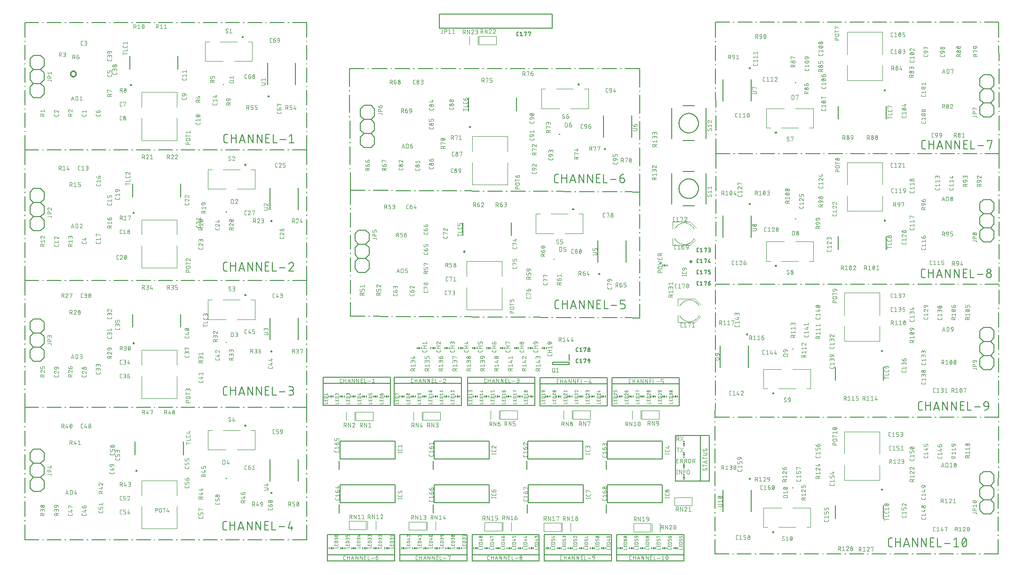
<source format=gbr>
G04 EAGLE Gerber RS-274X export*
G75*
%MOMM*%
%FSLAX34Y34*%
%LPD*%
%INSilkscreen Top*%
%IPPOS*%
%AMOC8*
5,1,8,0,0,1.08239X$1,22.5*%
G01*
%ADD10C,0.254000*%
%ADD11C,0.076200*%
%ADD12C,0.152400*%
%ADD13C,0.127000*%
%ADD14C,0.101600*%
%ADD15C,0.200000*%
%ADD16C,0.100000*%
%ADD17C,0.100000*%
%ADD18C,0.200000*%
%ADD19R,0.150000X0.300000*%
%ADD20R,0.300000X0.300000*%
%ADD21C,0.050800*%
%ADD22R,0.300000X0.150000*%
%ADD23C,0.250000*%
%ADD24C,0.203200*%


D10*
X85000Y880000D02*
X85002Y880141D01*
X85008Y880282D01*
X85018Y880422D01*
X85032Y880562D01*
X85050Y880702D01*
X85071Y880841D01*
X85097Y880980D01*
X85126Y881118D01*
X85160Y881254D01*
X85197Y881390D01*
X85238Y881525D01*
X85283Y881659D01*
X85332Y881791D01*
X85384Y881922D01*
X85440Y882051D01*
X85500Y882178D01*
X85563Y882304D01*
X85629Y882428D01*
X85700Y882551D01*
X85773Y882671D01*
X85850Y882789D01*
X85930Y882905D01*
X86014Y883018D01*
X86100Y883129D01*
X86190Y883238D01*
X86283Y883344D01*
X86378Y883447D01*
X86477Y883548D01*
X86578Y883646D01*
X86682Y883741D01*
X86789Y883833D01*
X86898Y883922D01*
X87010Y884007D01*
X87124Y884090D01*
X87240Y884170D01*
X87359Y884246D01*
X87480Y884318D01*
X87602Y884388D01*
X87727Y884453D01*
X87853Y884516D01*
X87981Y884574D01*
X88111Y884629D01*
X88242Y884681D01*
X88375Y884728D01*
X88509Y884772D01*
X88644Y884813D01*
X88780Y884849D01*
X88917Y884881D01*
X89055Y884910D01*
X89193Y884935D01*
X89333Y884955D01*
X89473Y884972D01*
X89613Y884985D01*
X89754Y884994D01*
X89894Y884999D01*
X90035Y885000D01*
X90176Y884997D01*
X90317Y884990D01*
X90457Y884979D01*
X90597Y884964D01*
X90737Y884945D01*
X90876Y884923D01*
X91014Y884896D01*
X91152Y884866D01*
X91288Y884831D01*
X91424Y884793D01*
X91558Y884751D01*
X91692Y884705D01*
X91824Y884656D01*
X91954Y884602D01*
X92083Y884545D01*
X92210Y884485D01*
X92336Y884421D01*
X92459Y884353D01*
X92581Y884282D01*
X92701Y884208D01*
X92818Y884130D01*
X92933Y884049D01*
X93046Y883965D01*
X93157Y883878D01*
X93265Y883787D01*
X93370Y883694D01*
X93473Y883597D01*
X93573Y883498D01*
X93670Y883396D01*
X93764Y883291D01*
X93855Y883184D01*
X93943Y883074D01*
X94028Y882962D01*
X94110Y882847D01*
X94189Y882730D01*
X94264Y882611D01*
X94336Y882490D01*
X94404Y882367D01*
X94469Y882242D01*
X94531Y882115D01*
X94588Y881986D01*
X94643Y881856D01*
X94693Y881725D01*
X94740Y881592D01*
X94783Y881458D01*
X94822Y881322D01*
X94857Y881186D01*
X94889Y881049D01*
X94916Y880911D01*
X94940Y880772D01*
X94960Y880632D01*
X94976Y880492D01*
X94988Y880352D01*
X94996Y880211D01*
X95000Y880070D01*
X95000Y879930D01*
X94996Y879789D01*
X94988Y879648D01*
X94976Y879508D01*
X94960Y879368D01*
X94940Y879228D01*
X94916Y879089D01*
X94889Y878951D01*
X94857Y878814D01*
X94822Y878678D01*
X94783Y878542D01*
X94740Y878408D01*
X94693Y878275D01*
X94643Y878144D01*
X94588Y878014D01*
X94531Y877885D01*
X94469Y877758D01*
X94404Y877633D01*
X94336Y877510D01*
X94264Y877389D01*
X94189Y877270D01*
X94110Y877153D01*
X94028Y877038D01*
X93943Y876926D01*
X93855Y876816D01*
X93764Y876709D01*
X93670Y876604D01*
X93573Y876502D01*
X93473Y876403D01*
X93370Y876306D01*
X93265Y876213D01*
X93157Y876122D01*
X93046Y876035D01*
X92933Y875951D01*
X92818Y875870D01*
X92701Y875792D01*
X92581Y875718D01*
X92459Y875647D01*
X92336Y875579D01*
X92210Y875515D01*
X92083Y875455D01*
X91954Y875398D01*
X91824Y875344D01*
X91692Y875295D01*
X91558Y875249D01*
X91424Y875207D01*
X91288Y875169D01*
X91152Y875134D01*
X91014Y875104D01*
X90876Y875077D01*
X90737Y875055D01*
X90597Y875036D01*
X90457Y875021D01*
X90317Y875010D01*
X90176Y875003D01*
X90035Y875000D01*
X89894Y875001D01*
X89754Y875006D01*
X89613Y875015D01*
X89473Y875028D01*
X89333Y875045D01*
X89193Y875065D01*
X89055Y875090D01*
X88917Y875119D01*
X88780Y875151D01*
X88644Y875187D01*
X88509Y875228D01*
X88375Y875272D01*
X88242Y875319D01*
X88111Y875371D01*
X87981Y875426D01*
X87853Y875484D01*
X87727Y875547D01*
X87602Y875612D01*
X87480Y875682D01*
X87359Y875754D01*
X87240Y875830D01*
X87124Y875910D01*
X87010Y875993D01*
X86898Y876078D01*
X86789Y876167D01*
X86682Y876259D01*
X86578Y876354D01*
X86477Y876452D01*
X86378Y876553D01*
X86283Y876656D01*
X86190Y876762D01*
X86100Y876871D01*
X86014Y876982D01*
X85930Y877095D01*
X85850Y877211D01*
X85773Y877329D01*
X85700Y877449D01*
X85629Y877572D01*
X85563Y877696D01*
X85500Y877822D01*
X85440Y877949D01*
X85384Y878078D01*
X85332Y878209D01*
X85283Y878341D01*
X85238Y878475D01*
X85197Y878610D01*
X85160Y878746D01*
X85126Y878882D01*
X85097Y879020D01*
X85071Y879159D01*
X85050Y879298D01*
X85032Y879438D01*
X85018Y879578D01*
X85008Y879718D01*
X85002Y879859D01*
X85000Y880000D01*
D11*
X674253Y197199D02*
X681619Y197199D01*
X681619Y196381D02*
X681619Y198018D01*
X674253Y198018D02*
X674253Y196381D01*
X681619Y202619D02*
X681619Y204256D01*
X681619Y202619D02*
X681617Y202541D01*
X681612Y202463D01*
X681602Y202386D01*
X681589Y202309D01*
X681573Y202233D01*
X681553Y202158D01*
X681529Y202084D01*
X681502Y202011D01*
X681471Y201939D01*
X681437Y201869D01*
X681400Y201801D01*
X681359Y201734D01*
X681315Y201669D01*
X681269Y201607D01*
X681219Y201547D01*
X681167Y201489D01*
X681112Y201434D01*
X681054Y201382D01*
X680994Y201332D01*
X680932Y201286D01*
X680867Y201242D01*
X680801Y201201D01*
X680732Y201164D01*
X680662Y201130D01*
X680590Y201099D01*
X680517Y201072D01*
X680443Y201048D01*
X680368Y201028D01*
X680292Y201012D01*
X680215Y200999D01*
X680138Y200989D01*
X680060Y200984D01*
X679982Y200982D01*
X675890Y200982D01*
X675810Y200984D01*
X675730Y200990D01*
X675650Y201000D01*
X675571Y201013D01*
X675492Y201031D01*
X675415Y201052D01*
X675339Y201078D01*
X675264Y201107D01*
X675190Y201139D01*
X675118Y201175D01*
X675048Y201215D01*
X674981Y201258D01*
X674915Y201304D01*
X674852Y201354D01*
X674791Y201406D01*
X674732Y201461D01*
X674677Y201520D01*
X674625Y201580D01*
X674575Y201644D01*
X674529Y201709D01*
X674486Y201777D01*
X674446Y201847D01*
X674410Y201919D01*
X674378Y201993D01*
X674349Y202067D01*
X674324Y202144D01*
X674302Y202221D01*
X674284Y202300D01*
X674271Y202379D01*
X674261Y202458D01*
X674255Y202539D01*
X674253Y202619D01*
X674253Y204256D01*
X675890Y207101D02*
X674253Y209148D01*
X681619Y209148D01*
X681619Y211194D02*
X681619Y207101D01*
D12*
X510000Y946333D02*
X510000Y972000D01*
X510000Y939507D02*
X510000Y938160D01*
X510000Y931333D02*
X510000Y905667D01*
X510000Y898840D02*
X510000Y897493D01*
X510000Y890667D02*
X510000Y865000D01*
X510000Y858174D02*
X510000Y856826D01*
X510000Y850000D02*
X510000Y824333D01*
X510000Y817507D02*
X510000Y816160D01*
X510000Y809333D02*
X510000Y783667D01*
X510000Y776840D02*
X510000Y775493D01*
X510000Y768667D02*
X510000Y743000D01*
X510000Y716167D01*
X510000Y709340D02*
X510000Y707993D01*
X510000Y701167D02*
X510000Y674333D01*
X510000Y667507D02*
X510000Y666160D01*
X510000Y659333D02*
X510000Y632500D01*
X510000Y625674D02*
X510000Y624326D01*
X510000Y617500D02*
X510000Y590667D01*
X510000Y583840D02*
X510000Y582493D01*
X510000Y575667D02*
X510000Y548833D01*
X510000Y542007D02*
X510000Y540660D01*
X510000Y533833D02*
X510000Y507000D01*
X510000Y481500D01*
X510000Y474674D02*
X510000Y473326D01*
X510000Y466500D02*
X510000Y441000D01*
X510000Y434174D02*
X510000Y432826D01*
X510000Y426000D02*
X510000Y400500D01*
X510000Y393674D02*
X510000Y392326D01*
X510000Y385500D02*
X510000Y360000D01*
X510000Y353174D02*
X510000Y351826D01*
X510000Y345000D02*
X510000Y319500D01*
X510000Y312674D02*
X510000Y311326D01*
X510000Y304500D02*
X510000Y279000D01*
X510000Y251667D01*
X510000Y244840D02*
X510000Y243493D01*
X510000Y236667D02*
X510000Y209333D01*
X510000Y202507D02*
X510000Y201160D01*
X510000Y194333D02*
X510000Y167000D01*
X510000Y160174D02*
X510000Y158826D01*
X510000Y152000D02*
X510000Y124667D01*
X510000Y117840D02*
X510000Y116493D01*
X510000Y109667D02*
X510000Y82333D01*
X510000Y75507D02*
X510000Y74160D01*
X510000Y67333D02*
X510000Y40000D01*
X484846Y40000D01*
X478020Y40000D02*
X476672Y40000D01*
X469846Y40000D02*
X444692Y40000D01*
X437866Y40000D02*
X436519Y40000D01*
X429692Y40000D02*
X404538Y40000D01*
X397712Y40000D02*
X396365Y40000D01*
X389538Y40000D02*
X364385Y40000D01*
X357558Y40000D02*
X356211Y40000D01*
X349385Y40000D02*
X324231Y40000D01*
X317405Y40000D02*
X316057Y40000D01*
X309231Y40000D02*
X284077Y40000D01*
X277251Y40000D02*
X275903Y40000D01*
X269077Y40000D02*
X243923Y40000D01*
X237097Y40000D02*
X235749Y40000D01*
X228923Y40000D02*
X203769Y40000D01*
X196943Y40000D02*
X195595Y40000D01*
X188769Y40000D02*
X163615Y40000D01*
X156789Y40000D02*
X155442Y40000D01*
X148615Y40000D02*
X123462Y40000D01*
X116635Y40000D02*
X115288Y40000D01*
X108462Y40000D02*
X83308Y40000D01*
X76482Y40000D02*
X75134Y40000D01*
X68308Y40000D02*
X43154Y40000D01*
X36328Y40000D02*
X34980Y40000D01*
X28154Y40000D02*
X3000Y40000D01*
X3000Y67333D01*
X3000Y74160D02*
X3000Y75507D01*
X3000Y82333D02*
X3000Y109667D01*
X3000Y116493D02*
X3000Y117840D01*
X3000Y124667D02*
X3000Y152000D01*
X3000Y158826D02*
X3000Y160174D01*
X3000Y167000D02*
X3000Y194333D01*
X3000Y201160D02*
X3000Y202507D01*
X3000Y209333D02*
X3000Y236667D01*
X3000Y243493D02*
X3000Y244840D01*
X3000Y251667D02*
X3000Y279000D01*
X3000Y304500D01*
X3000Y311326D02*
X3000Y312674D01*
X3000Y319500D02*
X3000Y345000D01*
X3000Y351826D02*
X3000Y353174D01*
X3000Y360000D02*
X3000Y385500D01*
X3000Y392326D02*
X3000Y393674D01*
X3000Y400500D02*
X3000Y426000D01*
X3000Y432826D02*
X3000Y434174D01*
X3000Y441000D02*
X3000Y466500D01*
X3000Y473326D02*
X3000Y474674D01*
X3000Y481500D02*
X3000Y507000D01*
X3000Y533833D01*
X3000Y540660D02*
X3000Y542007D01*
X3000Y548833D02*
X3000Y575667D01*
X3000Y582493D02*
X3000Y583840D01*
X3000Y590667D02*
X3000Y617500D01*
X3000Y624326D02*
X3000Y625674D01*
X3000Y632500D02*
X3000Y659333D01*
X3000Y666160D02*
X3000Y667507D01*
X3000Y674333D02*
X3000Y701167D01*
X3000Y707993D02*
X3000Y709340D01*
X3000Y716167D02*
X3000Y743000D01*
X3000Y768667D01*
X3000Y775493D02*
X3000Y776840D01*
X3000Y783667D02*
X3000Y809333D01*
X3000Y816160D02*
X3000Y817507D01*
X3000Y824333D02*
X3000Y850000D01*
X3000Y856826D02*
X3000Y858174D01*
X3000Y865000D02*
X3000Y890667D01*
X3000Y897493D02*
X3000Y898840D01*
X3000Y905667D02*
X3000Y931333D01*
X3000Y938160D02*
X3000Y939507D01*
X3000Y946333D02*
X3000Y972000D01*
X28154Y972000D01*
X34980Y972000D02*
X36328Y972000D01*
X43154Y972000D02*
X68308Y972000D01*
X75134Y972000D02*
X76482Y972000D01*
X83308Y972000D02*
X108462Y972000D01*
X115288Y972000D02*
X116635Y972000D01*
X123462Y972000D02*
X148615Y972000D01*
X155442Y972000D02*
X156789Y972000D01*
X163615Y972000D02*
X188769Y972000D01*
X195595Y972000D02*
X196943Y972000D01*
X203769Y972000D02*
X228923Y972000D01*
X235749Y972000D02*
X237097Y972000D01*
X243923Y972000D02*
X269077Y972000D01*
X275903Y972000D02*
X277251Y972000D01*
X284077Y972000D02*
X309231Y972000D01*
X316057Y972000D02*
X317405Y972000D01*
X324231Y972000D02*
X349385Y972000D01*
X356211Y972000D02*
X357558Y972000D01*
X364385Y972000D02*
X389538Y972000D01*
X396365Y972000D02*
X397712Y972000D01*
X404538Y972000D02*
X429692Y972000D01*
X436519Y972000D02*
X437866Y972000D01*
X444692Y972000D02*
X469846Y972000D01*
X476672Y972000D02*
X478020Y972000D01*
X484846Y972000D02*
X510000Y972000D01*
X28154Y743000D02*
X3000Y743000D01*
X34980Y743000D02*
X36328Y743000D01*
X43154Y743000D02*
X68308Y743000D01*
X75134Y743000D02*
X76482Y743000D01*
X83308Y743000D02*
X108462Y743000D01*
X115288Y743000D02*
X116635Y743000D01*
X123462Y743000D02*
X148615Y743000D01*
X155442Y743000D02*
X156789Y743000D01*
X163615Y743000D02*
X188769Y743000D01*
X195595Y743000D02*
X196943Y743000D01*
X203769Y743000D02*
X228923Y743000D01*
X235749Y743000D02*
X237097Y743000D01*
X243923Y743000D02*
X269077Y743000D01*
X275903Y743000D02*
X277251Y743000D01*
X284077Y743000D02*
X309231Y743000D01*
X316057Y743000D02*
X317405Y743000D01*
X324231Y743000D02*
X349385Y743000D01*
X356211Y743000D02*
X357558Y743000D01*
X364385Y743000D02*
X389538Y743000D01*
X396365Y743000D02*
X397712Y743000D01*
X404538Y743000D02*
X429692Y743000D01*
X436519Y743000D02*
X437866Y743000D01*
X444692Y743000D02*
X469846Y743000D01*
X476672Y743000D02*
X478020Y743000D01*
X484846Y743000D02*
X510000Y743000D01*
X28154Y507000D02*
X3000Y507000D01*
X34980Y507000D02*
X36328Y507000D01*
X43154Y507000D02*
X68308Y507000D01*
X75134Y507000D02*
X76482Y507000D01*
X83308Y507000D02*
X108462Y507000D01*
X115288Y507000D02*
X116635Y507000D01*
X123462Y507000D02*
X148615Y507000D01*
X155442Y507000D02*
X156789Y507000D01*
X163615Y507000D02*
X188769Y507000D01*
X195595Y507000D02*
X196943Y507000D01*
X203769Y507000D02*
X228923Y507000D01*
X235749Y507000D02*
X237097Y507000D01*
X243923Y507000D02*
X269077Y507000D01*
X275903Y507000D02*
X277251Y507000D01*
X284077Y507000D02*
X309231Y507000D01*
X316057Y507000D02*
X317405Y507000D01*
X324231Y507000D02*
X349385Y507000D01*
X356211Y507000D02*
X357558Y507000D01*
X364385Y507000D02*
X389538Y507000D01*
X396365Y507000D02*
X397712Y507000D01*
X404538Y507000D02*
X429692Y507000D01*
X436519Y507000D02*
X437866Y507000D01*
X444692Y507000D02*
X469846Y507000D01*
X476672Y507000D02*
X478020Y507000D01*
X484846Y507000D02*
X510000Y507000D01*
X28154Y279000D02*
X3000Y279000D01*
X34980Y279000D02*
X36328Y279000D01*
X43154Y279000D02*
X68308Y279000D01*
X75134Y279000D02*
X76482Y279000D01*
X83308Y279000D02*
X108462Y279000D01*
X115288Y279000D02*
X116635Y279000D01*
X123462Y279000D02*
X148615Y279000D01*
X155442Y279000D02*
X156789Y279000D01*
X163615Y279000D02*
X188769Y279000D01*
X195595Y279000D02*
X196943Y279000D01*
X203769Y279000D02*
X228923Y279000D01*
X235749Y279000D02*
X237097Y279000D01*
X243923Y279000D02*
X269077Y279000D01*
X275903Y279000D02*
X277251Y279000D01*
X284077Y279000D02*
X309231Y279000D01*
X316057Y279000D02*
X317405Y279000D01*
X324231Y279000D02*
X349385Y279000D01*
X356211Y279000D02*
X357558Y279000D01*
X364385Y279000D02*
X389538Y279000D01*
X396365Y279000D02*
X397712Y279000D01*
X404538Y279000D02*
X429692Y279000D01*
X436519Y279000D02*
X437866Y279000D01*
X444692Y279000D02*
X469846Y279000D01*
X476672Y279000D02*
X478020Y279000D01*
X484846Y279000D02*
X510000Y279000D01*
X1246114Y946000D02*
X1246000Y973000D01*
X1246143Y939174D02*
X1246148Y937826D01*
X1246177Y931000D02*
X1246291Y904000D01*
X1246320Y897174D02*
X1246326Y895826D01*
X1246354Y889000D02*
X1246468Y862000D01*
X1246497Y855174D02*
X1246503Y853826D01*
X1246532Y847000D02*
X1246646Y820000D01*
X1246674Y813174D02*
X1246680Y811826D01*
X1246709Y805000D02*
X1246823Y778000D01*
X1246852Y771174D02*
X1246857Y769826D01*
X1246886Y763000D02*
X1247000Y736000D01*
X1246928Y710111D01*
X1246909Y703285D02*
X1246906Y701937D01*
X1246887Y695111D02*
X1246815Y669222D01*
X1246796Y662396D02*
X1246792Y661048D01*
X1246773Y654222D02*
X1246701Y628333D01*
X1246682Y621507D02*
X1246679Y620160D01*
X1246660Y613333D02*
X1246588Y587444D01*
X1246569Y580618D02*
X1246565Y579271D01*
X1246546Y572444D02*
X1246475Y546556D01*
X1246456Y539729D02*
X1246452Y538382D01*
X1246433Y531556D02*
X1246361Y505667D01*
X1246342Y498840D02*
X1246338Y497493D01*
X1246319Y490667D02*
X1246248Y464778D01*
X1246229Y457952D02*
X1246225Y456604D01*
X1246206Y449778D02*
X1246134Y423889D01*
X1246115Y417063D02*
X1246112Y415715D01*
X1246093Y408889D02*
X1246021Y383000D01*
X1246002Y376174D02*
X1245998Y374826D01*
X1245979Y368000D02*
X1245907Y342111D01*
X1245888Y335285D02*
X1245885Y333937D01*
X1245866Y327111D02*
X1245794Y301222D01*
X1245775Y294396D02*
X1245771Y293048D01*
X1245752Y286222D02*
X1245681Y260333D01*
X1245662Y253507D02*
X1245658Y252160D01*
X1245639Y245333D02*
X1245567Y219444D01*
X1245548Y212618D02*
X1245544Y211271D01*
X1245526Y204445D02*
X1245454Y178556D01*
X1245435Y171729D02*
X1245431Y170382D01*
X1245412Y163556D02*
X1245340Y137667D01*
X1245321Y130840D02*
X1245318Y129493D01*
X1245299Y122667D02*
X1245227Y96778D01*
X1245208Y89952D02*
X1245204Y88604D01*
X1245185Y81778D02*
X1245113Y55889D01*
X1245095Y49063D02*
X1245091Y47715D01*
X1245072Y40889D02*
X1245000Y15000D01*
X1270385Y15000D01*
X1277211Y15000D02*
X1278558Y15000D01*
X1285385Y15000D02*
X1310769Y15000D01*
X1317595Y15000D02*
X1318943Y15000D01*
X1325769Y15000D02*
X1351154Y15000D01*
X1357980Y15000D02*
X1359328Y15000D01*
X1366154Y15000D02*
X1391538Y15000D01*
X1398365Y15000D02*
X1399712Y15000D01*
X1406538Y15000D02*
X1431923Y15000D01*
X1438749Y15000D02*
X1440097Y15000D01*
X1446923Y15000D02*
X1472308Y15000D01*
X1479134Y15000D02*
X1480482Y15000D01*
X1487308Y15000D02*
X1512692Y15000D01*
X1519519Y15000D02*
X1520866Y15000D01*
X1527692Y15000D02*
X1553077Y15000D01*
X1559903Y15000D02*
X1561251Y15000D01*
X1568077Y15000D02*
X1593462Y15000D01*
X1600288Y15000D02*
X1601635Y15000D01*
X1608462Y15000D02*
X1633846Y15000D01*
X1640672Y15000D02*
X1642020Y15000D01*
X1648846Y15000D02*
X1674231Y15000D01*
X1681057Y15000D02*
X1682405Y15000D01*
X1689231Y15000D02*
X1714615Y15000D01*
X1721442Y15000D02*
X1722789Y15000D01*
X1729615Y15000D02*
X1755000Y15000D01*
X1755072Y40889D01*
X1755091Y47715D02*
X1755095Y49063D01*
X1755113Y55889D02*
X1755185Y81778D01*
X1755204Y88604D02*
X1755208Y89952D01*
X1755227Y96778D02*
X1755299Y122667D01*
X1755318Y129493D02*
X1755321Y130840D01*
X1755340Y137667D02*
X1755412Y163556D01*
X1755431Y170382D02*
X1755435Y171729D01*
X1755454Y178556D02*
X1755526Y204445D01*
X1755544Y211271D02*
X1755548Y212618D01*
X1755567Y219444D02*
X1755639Y245333D01*
X1755658Y252160D02*
X1755662Y253507D01*
X1755681Y260333D02*
X1755752Y286222D01*
X1755771Y293048D02*
X1755775Y294396D01*
X1755794Y301222D02*
X1755866Y327111D01*
X1755885Y333937D02*
X1755888Y335285D01*
X1755907Y342111D02*
X1755979Y368000D01*
X1755998Y374826D02*
X1756002Y376174D01*
X1756021Y383000D02*
X1756093Y408889D01*
X1756112Y415715D02*
X1756115Y417063D01*
X1756134Y423889D02*
X1756206Y449778D01*
X1756225Y456604D02*
X1756229Y457952D01*
X1756248Y464778D02*
X1756319Y490667D01*
X1756338Y497493D02*
X1756342Y498840D01*
X1756361Y505667D02*
X1756433Y531556D01*
X1756452Y538382D02*
X1756456Y539729D01*
X1756475Y546556D02*
X1756546Y572444D01*
X1756565Y579271D02*
X1756569Y580618D01*
X1756588Y587444D02*
X1756660Y613333D01*
X1756679Y620160D02*
X1756682Y621507D01*
X1756701Y628333D02*
X1756773Y654222D01*
X1756792Y661048D02*
X1756796Y662396D01*
X1756815Y669222D02*
X1756887Y695111D01*
X1756906Y701937D02*
X1756909Y703285D01*
X1756928Y710111D02*
X1757000Y736000D01*
X1756886Y763000D01*
X1756857Y769826D02*
X1756852Y771174D01*
X1756823Y778000D02*
X1756709Y805000D01*
X1756680Y811826D02*
X1756674Y813174D01*
X1756646Y820000D02*
X1756532Y847000D01*
X1756503Y853826D02*
X1756497Y855174D01*
X1756468Y862000D02*
X1756354Y889000D01*
X1756326Y895826D02*
X1756320Y897174D01*
X1756291Y904000D02*
X1756177Y931000D01*
X1756148Y937826D02*
X1756143Y939174D01*
X1756114Y946000D02*
X1756000Y973000D01*
X1730615Y973000D01*
X1723789Y973000D02*
X1722442Y973000D01*
X1715615Y973000D02*
X1690231Y973000D01*
X1683405Y973000D02*
X1682057Y973000D01*
X1675231Y973000D02*
X1649846Y973000D01*
X1643020Y973000D02*
X1641672Y973000D01*
X1634846Y973000D02*
X1609462Y973000D01*
X1602635Y973000D02*
X1601288Y973000D01*
X1594462Y973000D02*
X1569077Y973000D01*
X1562251Y973000D02*
X1560903Y973000D01*
X1554077Y973000D02*
X1528692Y973000D01*
X1521866Y973000D02*
X1520519Y973000D01*
X1513692Y973000D02*
X1488308Y973000D01*
X1481482Y973000D02*
X1480134Y973000D01*
X1473308Y973000D02*
X1447923Y973000D01*
X1441097Y973000D02*
X1439749Y973000D01*
X1432923Y973000D02*
X1407538Y973000D01*
X1400712Y973000D02*
X1399365Y973000D01*
X1392538Y973000D02*
X1367154Y973000D01*
X1360328Y973000D02*
X1358980Y973000D01*
X1352154Y973000D02*
X1326769Y973000D01*
X1319943Y973000D02*
X1318595Y973000D01*
X1311769Y973000D02*
X1286385Y973000D01*
X1279558Y973000D02*
X1278211Y973000D01*
X1271385Y973000D02*
X1246000Y973000D01*
X1247000Y736000D02*
X1272385Y736000D01*
X1279211Y736000D02*
X1280558Y736000D01*
X1287385Y736000D02*
X1312769Y736000D01*
X1319595Y736000D02*
X1320943Y736000D01*
X1327769Y736000D02*
X1353154Y736000D01*
X1359980Y736000D02*
X1361328Y736000D01*
X1368154Y736000D02*
X1393538Y736000D01*
X1400365Y736000D02*
X1401712Y736000D01*
X1408538Y736000D02*
X1433923Y736000D01*
X1440749Y736000D02*
X1442097Y736000D01*
X1448923Y736000D02*
X1474308Y736000D01*
X1481134Y736000D02*
X1482482Y736000D01*
X1489308Y736000D02*
X1514692Y736000D01*
X1521519Y736000D02*
X1522866Y736000D01*
X1529692Y736000D02*
X1555077Y736000D01*
X1561903Y736000D02*
X1563251Y736000D01*
X1570077Y736000D02*
X1595462Y736000D01*
X1602288Y736000D02*
X1603635Y736000D01*
X1610462Y736000D02*
X1635846Y736000D01*
X1642672Y736000D02*
X1644020Y736000D01*
X1650846Y736000D02*
X1676231Y736000D01*
X1683057Y736000D02*
X1684405Y736000D01*
X1691231Y736000D02*
X1716615Y736000D01*
X1723442Y736000D02*
X1724789Y736000D01*
X1731615Y736000D02*
X1757000Y736000D01*
X1271462Y501000D02*
X1246000Y501000D01*
X1278288Y501000D02*
X1279635Y501000D01*
X1286462Y501000D02*
X1311923Y501000D01*
X1318749Y501000D02*
X1320097Y501000D01*
X1326923Y501000D02*
X1352385Y501000D01*
X1359211Y501000D02*
X1360558Y501000D01*
X1367385Y501000D02*
X1392846Y501000D01*
X1399672Y501000D02*
X1401020Y501000D01*
X1407846Y501000D02*
X1433308Y501000D01*
X1440134Y501000D02*
X1441482Y501000D01*
X1448308Y501000D02*
X1473769Y501000D01*
X1480595Y501000D02*
X1481943Y501000D01*
X1488769Y501000D02*
X1514231Y501000D01*
X1521057Y501000D02*
X1522405Y501000D01*
X1529231Y501000D02*
X1554692Y501000D01*
X1561519Y501000D02*
X1562866Y501000D01*
X1569692Y501000D02*
X1595154Y501000D01*
X1601980Y501000D02*
X1603328Y501000D01*
X1610154Y501000D02*
X1635615Y501000D01*
X1642442Y501000D02*
X1643789Y501000D01*
X1650615Y501000D02*
X1676077Y501000D01*
X1682903Y501000D02*
X1684251Y501000D01*
X1691077Y501000D02*
X1716538Y501000D01*
X1723365Y501000D02*
X1724712Y501000D01*
X1731538Y501000D02*
X1757000Y501000D01*
X1271385Y261000D02*
X1246000Y261000D01*
X1278211Y261000D02*
X1279558Y261000D01*
X1286385Y261000D02*
X1311769Y261000D01*
X1318595Y261000D02*
X1319943Y261000D01*
X1326769Y261000D02*
X1352154Y261000D01*
X1358980Y261000D02*
X1360328Y261000D01*
X1367154Y261000D02*
X1392538Y261000D01*
X1399365Y261000D02*
X1400712Y261000D01*
X1407538Y261000D02*
X1432923Y261000D01*
X1439749Y261000D02*
X1441097Y261000D01*
X1447923Y261000D02*
X1473308Y261000D01*
X1480134Y261000D02*
X1481482Y261000D01*
X1488308Y261000D02*
X1513692Y261000D01*
X1520519Y261000D02*
X1521866Y261000D01*
X1528692Y261000D02*
X1554077Y261000D01*
X1560903Y261000D02*
X1562251Y261000D01*
X1569077Y261000D02*
X1594462Y261000D01*
X1601288Y261000D02*
X1602635Y261000D01*
X1609462Y261000D02*
X1634846Y261000D01*
X1641672Y261000D02*
X1643020Y261000D01*
X1649846Y261000D02*
X1675231Y261000D01*
X1682057Y261000D02*
X1683405Y261000D01*
X1690231Y261000D02*
X1715615Y261000D01*
X1722442Y261000D02*
X1723789Y261000D01*
X1730615Y261000D02*
X1756000Y261000D01*
X613385Y889000D02*
X587000Y889000D01*
X620211Y889000D02*
X621558Y889000D01*
X628385Y889000D02*
X654769Y889000D01*
X661595Y889000D02*
X662943Y889000D01*
X669769Y889000D02*
X696154Y889000D01*
X702980Y889000D02*
X704328Y889000D01*
X711154Y889000D02*
X737538Y889000D01*
X744365Y889000D02*
X745712Y889000D01*
X752538Y889000D02*
X778923Y889000D01*
X785749Y889000D02*
X787097Y889000D01*
X793923Y889000D02*
X820308Y889000D01*
X827134Y889000D02*
X828482Y889000D01*
X835308Y889000D02*
X861692Y889000D01*
X868519Y889000D02*
X869866Y889000D01*
X876692Y889000D02*
X903077Y889000D01*
X909903Y889000D02*
X911251Y889000D01*
X918077Y889000D02*
X944462Y889000D01*
X951288Y889000D02*
X952635Y889000D01*
X959462Y889000D02*
X985846Y889000D01*
X992672Y889000D02*
X994020Y889000D01*
X1000846Y889000D02*
X1027231Y889000D01*
X1034057Y889000D02*
X1035405Y889000D01*
X1042231Y889000D02*
X1068615Y889000D01*
X1075442Y889000D02*
X1076789Y889000D01*
X1083615Y889000D02*
X1110000Y889000D01*
X1110000Y856600D01*
X1110000Y849774D02*
X1110000Y848426D01*
X1110000Y841600D02*
X1110000Y809200D01*
X1110000Y802374D02*
X1110000Y801026D01*
X1110000Y794200D02*
X1110000Y761800D01*
X1110000Y754974D02*
X1110000Y753626D01*
X1110000Y746800D02*
X1110000Y714400D01*
X1110000Y707574D02*
X1110000Y706226D01*
X1110000Y699400D02*
X1110000Y667000D01*
X1083769Y667151D01*
X1076943Y667190D02*
X1075595Y667198D01*
X1068769Y667237D02*
X1042538Y667388D01*
X1035712Y667428D02*
X1034365Y667436D01*
X1027539Y667475D02*
X1001308Y667626D01*
X994481Y667665D02*
X993134Y667673D01*
X986308Y667712D02*
X960077Y667863D01*
X953251Y667903D02*
X951903Y667910D01*
X945077Y667950D02*
X918846Y668101D01*
X912020Y668140D02*
X910672Y668148D01*
X903846Y668187D02*
X877615Y668338D01*
X870789Y668377D02*
X869442Y668385D01*
X862616Y668424D02*
X836385Y668576D01*
X829558Y668615D02*
X828211Y668623D01*
X821385Y668662D02*
X795154Y668813D01*
X788328Y668852D02*
X786980Y668860D01*
X780154Y668899D02*
X753923Y669050D01*
X747097Y669090D02*
X745749Y669097D01*
X738923Y669137D02*
X712692Y669288D01*
X705866Y669327D02*
X704519Y669335D01*
X697693Y669374D02*
X671462Y669525D01*
X664635Y669564D02*
X663288Y669572D01*
X656462Y669612D02*
X630231Y669763D01*
X623405Y669802D02*
X622057Y669810D01*
X615231Y669849D02*
X589000Y670000D01*
X588710Y701801D01*
X588647Y708626D02*
X588635Y709974D01*
X588573Y716800D02*
X588282Y748600D01*
X588220Y755426D02*
X588208Y756774D01*
X588145Y763600D02*
X587855Y795400D01*
X587792Y802226D02*
X587780Y803574D01*
X587718Y810400D02*
X587427Y842200D01*
X587365Y849026D02*
X587353Y850374D01*
X587290Y857200D02*
X587000Y889000D01*
X1110000Y667000D02*
X1110000Y641667D01*
X1110000Y634840D02*
X1110000Y633493D01*
X1110000Y626667D02*
X1110000Y601333D01*
X1110000Y594507D02*
X1110000Y593160D01*
X1110000Y586333D02*
X1110000Y561000D01*
X1110000Y554174D02*
X1110000Y552826D01*
X1110000Y546000D02*
X1110000Y520667D01*
X1110000Y513840D02*
X1110000Y512493D01*
X1110000Y505667D02*
X1110000Y480333D01*
X1110000Y473507D02*
X1110000Y472160D01*
X1110000Y465333D02*
X1110000Y440000D01*
X1083769Y440151D01*
X1076943Y440190D02*
X1075595Y440198D01*
X1068769Y440237D02*
X1042538Y440388D01*
X1035712Y440428D02*
X1034365Y440436D01*
X1027539Y440475D02*
X1001308Y440626D01*
X994481Y440665D02*
X993134Y440673D01*
X986308Y440712D02*
X960077Y440863D01*
X953251Y440903D02*
X951903Y440910D01*
X945077Y440950D02*
X918846Y441101D01*
X912020Y441140D02*
X910672Y441148D01*
X903846Y441187D02*
X877615Y441338D01*
X870789Y441377D02*
X869442Y441385D01*
X862616Y441424D02*
X836385Y441576D01*
X829558Y441615D02*
X828211Y441623D01*
X821385Y441662D02*
X795154Y441813D01*
X788328Y441852D02*
X786980Y441860D01*
X780154Y441899D02*
X753923Y442050D01*
X747097Y442090D02*
X745749Y442097D01*
X738923Y442137D02*
X712692Y442288D01*
X705866Y442327D02*
X704519Y442335D01*
X697693Y442374D02*
X671462Y442525D01*
X664635Y442564D02*
X663288Y442572D01*
X656462Y442612D02*
X630231Y442763D01*
X623405Y442802D02*
X622057Y442810D01*
X615231Y442849D02*
X589000Y443000D01*
X589000Y468333D01*
X589000Y475160D02*
X589000Y476507D01*
X589000Y483333D02*
X589000Y508667D01*
X589000Y515493D02*
X589000Y516840D01*
X589000Y523667D02*
X589000Y549000D01*
X589000Y555826D02*
X589000Y557174D01*
X589000Y564000D02*
X589000Y589333D01*
X589000Y596160D02*
X589000Y597507D01*
X589000Y604333D02*
X589000Y629667D01*
X589000Y636493D02*
X589000Y637840D01*
X589000Y644667D02*
X589000Y670000D01*
D13*
X368521Y755635D02*
X365078Y755635D01*
X364963Y755637D01*
X364848Y755643D01*
X364733Y755652D01*
X364619Y755666D01*
X364505Y755683D01*
X364392Y755704D01*
X364280Y755729D01*
X364168Y755757D01*
X364058Y755790D01*
X363949Y755826D01*
X363841Y755865D01*
X363734Y755908D01*
X363629Y755955D01*
X363525Y756005D01*
X363423Y756059D01*
X363323Y756116D01*
X363225Y756176D01*
X363129Y756239D01*
X363036Y756306D01*
X362944Y756376D01*
X362855Y756449D01*
X362768Y756524D01*
X362684Y756603D01*
X362603Y756684D01*
X362524Y756768D01*
X362449Y756855D01*
X362376Y756944D01*
X362306Y757036D01*
X362239Y757129D01*
X362176Y757225D01*
X362116Y757323D01*
X362059Y757423D01*
X362005Y757525D01*
X361955Y757629D01*
X361908Y757734D01*
X361865Y757841D01*
X361826Y757949D01*
X361790Y758058D01*
X361757Y758168D01*
X361729Y758280D01*
X361704Y758392D01*
X361683Y758505D01*
X361666Y758619D01*
X361652Y758733D01*
X361643Y758848D01*
X361637Y758963D01*
X361635Y759078D01*
X361635Y767686D01*
X361637Y767801D01*
X361643Y767916D01*
X361652Y768031D01*
X361666Y768145D01*
X361683Y768259D01*
X361704Y768372D01*
X361729Y768484D01*
X361757Y768596D01*
X361790Y768706D01*
X361826Y768815D01*
X361865Y768923D01*
X361908Y769030D01*
X361955Y769135D01*
X362005Y769239D01*
X362059Y769341D01*
X362116Y769441D01*
X362176Y769539D01*
X362239Y769635D01*
X362306Y769728D01*
X362376Y769820D01*
X362449Y769909D01*
X362524Y769996D01*
X362603Y770080D01*
X362684Y770161D01*
X362768Y770239D01*
X362855Y770315D01*
X362944Y770388D01*
X363036Y770458D01*
X363129Y770525D01*
X363225Y770588D01*
X363323Y770648D01*
X363423Y770705D01*
X363525Y770759D01*
X363629Y770809D01*
X363734Y770856D01*
X363841Y770899D01*
X363949Y770938D01*
X364058Y770974D01*
X364168Y771007D01*
X364280Y771035D01*
X364392Y771060D01*
X364505Y771081D01*
X364619Y771098D01*
X364733Y771112D01*
X364848Y771121D01*
X364963Y771127D01*
X365078Y771129D01*
X368521Y771129D01*
X374556Y771129D02*
X374556Y755635D01*
X374556Y764243D02*
X383164Y764243D01*
X383164Y771129D02*
X383164Y755635D01*
X389057Y755635D02*
X394221Y771129D01*
X399386Y755635D01*
X398095Y759509D02*
X390348Y759509D01*
X405279Y755635D02*
X405279Y771129D01*
X413887Y755635D01*
X413887Y771129D01*
X421136Y771129D02*
X421136Y755635D01*
X429743Y755635D02*
X421136Y771129D01*
X429743Y771129D02*
X429743Y755635D01*
X437020Y755635D02*
X443906Y755635D01*
X437020Y755635D02*
X437020Y771129D01*
X443906Y771129D01*
X442184Y764243D02*
X437020Y764243D01*
X449903Y771129D02*
X449903Y755635D01*
X456790Y755635D01*
X462395Y761660D02*
X472724Y761660D01*
X479112Y767686D02*
X483416Y771129D01*
X483416Y755635D01*
X479112Y755635D02*
X487720Y755635D01*
X367521Y524635D02*
X364078Y524635D01*
X363963Y524637D01*
X363848Y524643D01*
X363733Y524652D01*
X363619Y524666D01*
X363505Y524683D01*
X363392Y524704D01*
X363280Y524729D01*
X363168Y524757D01*
X363058Y524790D01*
X362949Y524826D01*
X362841Y524865D01*
X362734Y524908D01*
X362629Y524955D01*
X362525Y525005D01*
X362423Y525059D01*
X362323Y525116D01*
X362225Y525176D01*
X362129Y525239D01*
X362036Y525306D01*
X361944Y525376D01*
X361855Y525449D01*
X361768Y525524D01*
X361684Y525603D01*
X361603Y525684D01*
X361524Y525768D01*
X361449Y525855D01*
X361376Y525944D01*
X361306Y526036D01*
X361239Y526129D01*
X361176Y526225D01*
X361116Y526323D01*
X361059Y526423D01*
X361005Y526525D01*
X360955Y526629D01*
X360908Y526734D01*
X360865Y526841D01*
X360826Y526949D01*
X360790Y527058D01*
X360757Y527168D01*
X360729Y527280D01*
X360704Y527392D01*
X360683Y527505D01*
X360666Y527619D01*
X360652Y527733D01*
X360643Y527848D01*
X360637Y527963D01*
X360635Y528078D01*
X360635Y536686D01*
X360637Y536801D01*
X360643Y536916D01*
X360652Y537031D01*
X360666Y537145D01*
X360683Y537259D01*
X360704Y537372D01*
X360729Y537484D01*
X360757Y537596D01*
X360790Y537706D01*
X360826Y537815D01*
X360865Y537923D01*
X360908Y538030D01*
X360955Y538135D01*
X361005Y538239D01*
X361059Y538341D01*
X361116Y538441D01*
X361176Y538539D01*
X361239Y538635D01*
X361306Y538728D01*
X361376Y538820D01*
X361449Y538909D01*
X361524Y538996D01*
X361603Y539080D01*
X361684Y539161D01*
X361768Y539239D01*
X361855Y539315D01*
X361944Y539388D01*
X362036Y539458D01*
X362129Y539525D01*
X362225Y539588D01*
X362323Y539648D01*
X362423Y539705D01*
X362525Y539759D01*
X362629Y539809D01*
X362734Y539856D01*
X362841Y539899D01*
X362949Y539938D01*
X363058Y539974D01*
X363168Y540007D01*
X363280Y540035D01*
X363392Y540060D01*
X363505Y540081D01*
X363619Y540098D01*
X363733Y540112D01*
X363848Y540121D01*
X363963Y540127D01*
X364078Y540129D01*
X367521Y540129D01*
X373556Y540129D02*
X373556Y524635D01*
X373556Y533243D02*
X382164Y533243D01*
X382164Y540129D02*
X382164Y524635D01*
X388057Y524635D02*
X393221Y540129D01*
X398386Y524635D01*
X397095Y528509D02*
X389348Y528509D01*
X404279Y524635D02*
X404279Y540129D01*
X412887Y524635D01*
X412887Y540129D01*
X420136Y540129D02*
X420136Y524635D01*
X428743Y524635D02*
X420136Y540129D01*
X428743Y540129D02*
X428743Y524635D01*
X436020Y524635D02*
X442906Y524635D01*
X436020Y524635D02*
X436020Y540129D01*
X442906Y540129D01*
X441184Y533243D02*
X436020Y533243D01*
X448903Y540129D02*
X448903Y524635D01*
X455790Y524635D01*
X461395Y530660D02*
X471724Y530660D01*
X482846Y540130D02*
X482968Y540128D01*
X483089Y540122D01*
X483211Y540113D01*
X483332Y540099D01*
X483452Y540082D01*
X483572Y540061D01*
X483691Y540037D01*
X483809Y540008D01*
X483927Y539976D01*
X484043Y539940D01*
X484158Y539901D01*
X484272Y539858D01*
X484385Y539811D01*
X484495Y539761D01*
X484605Y539708D01*
X484712Y539651D01*
X484818Y539591D01*
X484922Y539527D01*
X485024Y539460D01*
X485123Y539390D01*
X485220Y539317D01*
X485315Y539241D01*
X485408Y539162D01*
X485498Y539080D01*
X485585Y538995D01*
X485670Y538908D01*
X485752Y538818D01*
X485831Y538725D01*
X485907Y538630D01*
X485980Y538533D01*
X486050Y538434D01*
X486117Y538332D01*
X486181Y538228D01*
X486241Y538122D01*
X486298Y538015D01*
X486351Y537905D01*
X486401Y537795D01*
X486448Y537682D01*
X486491Y537568D01*
X486530Y537453D01*
X486566Y537337D01*
X486598Y537219D01*
X486627Y537101D01*
X486651Y536982D01*
X486672Y536862D01*
X486689Y536742D01*
X486703Y536621D01*
X486712Y536499D01*
X486718Y536378D01*
X486720Y536256D01*
X482846Y540129D02*
X482707Y540127D01*
X482568Y540121D01*
X482429Y540112D01*
X482291Y540098D01*
X482153Y540080D01*
X482016Y540059D01*
X481879Y540034D01*
X481743Y540005D01*
X481608Y539972D01*
X481473Y539936D01*
X481340Y539896D01*
X481208Y539852D01*
X481078Y539804D01*
X480948Y539753D01*
X480821Y539698D01*
X480694Y539640D01*
X480570Y539578D01*
X480447Y539513D01*
X480326Y539444D01*
X480207Y539372D01*
X480090Y539296D01*
X479976Y539218D01*
X479863Y539136D01*
X479753Y539051D01*
X479645Y538963D01*
X479540Y538872D01*
X479438Y538778D01*
X479338Y538682D01*
X479240Y538582D01*
X479146Y538480D01*
X479054Y538376D01*
X478966Y538268D01*
X478880Y538159D01*
X478798Y538047D01*
X478719Y537932D01*
X478643Y537816D01*
X478570Y537698D01*
X478500Y537577D01*
X478434Y537455D01*
X478372Y537330D01*
X478313Y537205D01*
X478257Y537077D01*
X478205Y536948D01*
X478157Y536818D01*
X478112Y536686D01*
X485429Y533243D02*
X485518Y533330D01*
X485604Y533420D01*
X485688Y533513D01*
X485769Y533608D01*
X485847Y533705D01*
X485922Y533805D01*
X485994Y533907D01*
X486063Y534011D01*
X486128Y534117D01*
X486191Y534225D01*
X486250Y534335D01*
X486306Y534447D01*
X486359Y534560D01*
X486408Y534674D01*
X486453Y534791D01*
X486496Y534908D01*
X486534Y535027D01*
X486569Y535146D01*
X486601Y535267D01*
X486629Y535389D01*
X486653Y535511D01*
X486673Y535634D01*
X486690Y535758D01*
X486703Y535882D01*
X486713Y536007D01*
X486718Y536131D01*
X486720Y536256D01*
X485429Y533243D02*
X478112Y524635D01*
X486720Y524635D01*
X367521Y300635D02*
X364078Y300635D01*
X363963Y300637D01*
X363848Y300643D01*
X363733Y300652D01*
X363619Y300666D01*
X363505Y300683D01*
X363392Y300704D01*
X363280Y300729D01*
X363168Y300757D01*
X363058Y300790D01*
X362949Y300826D01*
X362841Y300865D01*
X362734Y300908D01*
X362629Y300955D01*
X362525Y301005D01*
X362423Y301059D01*
X362323Y301116D01*
X362225Y301176D01*
X362129Y301239D01*
X362036Y301306D01*
X361944Y301376D01*
X361855Y301449D01*
X361768Y301524D01*
X361684Y301603D01*
X361603Y301684D01*
X361524Y301768D01*
X361449Y301855D01*
X361376Y301944D01*
X361306Y302036D01*
X361239Y302129D01*
X361176Y302225D01*
X361116Y302323D01*
X361059Y302423D01*
X361005Y302525D01*
X360955Y302629D01*
X360908Y302734D01*
X360865Y302841D01*
X360826Y302949D01*
X360790Y303058D01*
X360757Y303168D01*
X360729Y303280D01*
X360704Y303392D01*
X360683Y303505D01*
X360666Y303619D01*
X360652Y303733D01*
X360643Y303848D01*
X360637Y303963D01*
X360635Y304078D01*
X360635Y312686D01*
X360637Y312801D01*
X360643Y312916D01*
X360652Y313031D01*
X360666Y313145D01*
X360683Y313259D01*
X360704Y313372D01*
X360729Y313484D01*
X360757Y313596D01*
X360790Y313706D01*
X360826Y313815D01*
X360865Y313923D01*
X360908Y314030D01*
X360955Y314135D01*
X361005Y314239D01*
X361059Y314341D01*
X361116Y314441D01*
X361176Y314539D01*
X361239Y314635D01*
X361306Y314728D01*
X361376Y314820D01*
X361449Y314909D01*
X361524Y314996D01*
X361603Y315080D01*
X361684Y315161D01*
X361768Y315239D01*
X361855Y315315D01*
X361944Y315388D01*
X362036Y315458D01*
X362129Y315525D01*
X362225Y315588D01*
X362323Y315648D01*
X362423Y315705D01*
X362525Y315759D01*
X362629Y315809D01*
X362734Y315856D01*
X362841Y315899D01*
X362949Y315938D01*
X363058Y315974D01*
X363168Y316007D01*
X363280Y316035D01*
X363392Y316060D01*
X363505Y316081D01*
X363619Y316098D01*
X363733Y316112D01*
X363848Y316121D01*
X363963Y316127D01*
X364078Y316129D01*
X367521Y316129D01*
X373556Y316129D02*
X373556Y300635D01*
X373556Y309243D02*
X382164Y309243D01*
X382164Y316129D02*
X382164Y300635D01*
X388057Y300635D02*
X393221Y316129D01*
X398386Y300635D01*
X397095Y304509D02*
X389348Y304509D01*
X404279Y300635D02*
X404279Y316129D01*
X412887Y300635D01*
X412887Y316129D01*
X420136Y316129D02*
X420136Y300635D01*
X428743Y300635D02*
X420136Y316129D01*
X428743Y316129D02*
X428743Y300635D01*
X436020Y300635D02*
X442906Y300635D01*
X436020Y300635D02*
X436020Y316129D01*
X442906Y316129D01*
X441184Y309243D02*
X436020Y309243D01*
X448903Y316129D02*
X448903Y300635D01*
X455790Y300635D01*
X461395Y306660D02*
X471724Y306660D01*
X478112Y300635D02*
X482416Y300635D01*
X482546Y300637D01*
X482676Y300643D01*
X482806Y300653D01*
X482935Y300666D01*
X483064Y300684D01*
X483192Y300705D01*
X483319Y300731D01*
X483446Y300760D01*
X483572Y300793D01*
X483696Y300830D01*
X483820Y300870D01*
X483942Y300915D01*
X484063Y300963D01*
X484182Y301014D01*
X484300Y301069D01*
X484416Y301128D01*
X484530Y301190D01*
X484643Y301256D01*
X484753Y301325D01*
X484861Y301397D01*
X484967Y301472D01*
X485070Y301551D01*
X485171Y301633D01*
X485270Y301717D01*
X485366Y301805D01*
X485459Y301896D01*
X485550Y301989D01*
X485638Y302085D01*
X485722Y302184D01*
X485804Y302285D01*
X485883Y302388D01*
X485958Y302494D01*
X486030Y302602D01*
X486099Y302712D01*
X486165Y302825D01*
X486227Y302939D01*
X486286Y303055D01*
X486341Y303173D01*
X486392Y303292D01*
X486440Y303413D01*
X486485Y303535D01*
X486525Y303659D01*
X486562Y303783D01*
X486595Y303909D01*
X486624Y304036D01*
X486650Y304163D01*
X486671Y304291D01*
X486689Y304420D01*
X486702Y304549D01*
X486712Y304679D01*
X486718Y304809D01*
X486720Y304939D01*
X486718Y305069D01*
X486712Y305199D01*
X486702Y305329D01*
X486689Y305458D01*
X486671Y305587D01*
X486650Y305715D01*
X486624Y305842D01*
X486595Y305969D01*
X486562Y306095D01*
X486525Y306219D01*
X486485Y306343D01*
X486440Y306465D01*
X486392Y306586D01*
X486341Y306705D01*
X486286Y306823D01*
X486227Y306939D01*
X486165Y307053D01*
X486099Y307166D01*
X486030Y307276D01*
X485958Y307384D01*
X485883Y307490D01*
X485804Y307593D01*
X485722Y307694D01*
X485638Y307793D01*
X485550Y307889D01*
X485459Y307982D01*
X485366Y308073D01*
X485270Y308161D01*
X485171Y308245D01*
X485070Y308327D01*
X484967Y308406D01*
X484861Y308481D01*
X484753Y308553D01*
X484643Y308622D01*
X484530Y308688D01*
X484416Y308750D01*
X484300Y308809D01*
X484182Y308864D01*
X484063Y308915D01*
X483942Y308963D01*
X483820Y309008D01*
X483696Y309048D01*
X483572Y309085D01*
X483446Y309118D01*
X483319Y309147D01*
X483192Y309173D01*
X483064Y309194D01*
X482935Y309212D01*
X482806Y309225D01*
X482676Y309235D01*
X482546Y309241D01*
X482416Y309243D01*
X483277Y316129D02*
X478112Y316129D01*
X483277Y316129D02*
X483393Y316127D01*
X483509Y316121D01*
X483625Y316111D01*
X483741Y316098D01*
X483856Y316080D01*
X483970Y316059D01*
X484084Y316033D01*
X484196Y316004D01*
X484308Y315971D01*
X484418Y315934D01*
X484527Y315894D01*
X484635Y315850D01*
X484741Y315802D01*
X484845Y315751D01*
X484948Y315696D01*
X485049Y315638D01*
X485147Y315577D01*
X485244Y315512D01*
X485338Y315444D01*
X485430Y315373D01*
X485520Y315298D01*
X485607Y315221D01*
X485691Y315141D01*
X485772Y315058D01*
X485851Y314972D01*
X485927Y314884D01*
X486000Y314793D01*
X486069Y314700D01*
X486136Y314605D01*
X486199Y314507D01*
X486259Y314408D01*
X486315Y314306D01*
X486368Y314202D01*
X486418Y314097D01*
X486463Y313990D01*
X486506Y313882D01*
X486544Y313772D01*
X486579Y313661D01*
X486610Y313549D01*
X486637Y313436D01*
X486661Y313322D01*
X486680Y313207D01*
X486696Y313092D01*
X486708Y312976D01*
X486716Y312860D01*
X486720Y312744D01*
X486720Y312628D01*
X486716Y312512D01*
X486708Y312396D01*
X486696Y312280D01*
X486680Y312165D01*
X486661Y312050D01*
X486637Y311936D01*
X486610Y311823D01*
X486579Y311711D01*
X486544Y311600D01*
X486506Y311490D01*
X486463Y311382D01*
X486418Y311275D01*
X486368Y311170D01*
X486315Y311066D01*
X486259Y310965D01*
X486199Y310865D01*
X486136Y310767D01*
X486069Y310672D01*
X486000Y310579D01*
X485927Y310488D01*
X485851Y310400D01*
X485772Y310314D01*
X485691Y310231D01*
X485607Y310151D01*
X485520Y310074D01*
X485430Y309999D01*
X485338Y309928D01*
X485244Y309860D01*
X485147Y309795D01*
X485049Y309734D01*
X484948Y309676D01*
X484845Y309621D01*
X484741Y309570D01*
X484635Y309522D01*
X484527Y309478D01*
X484418Y309438D01*
X484308Y309401D01*
X484196Y309368D01*
X484084Y309339D01*
X483970Y309313D01*
X483856Y309292D01*
X483741Y309274D01*
X483625Y309261D01*
X483509Y309251D01*
X483393Y309245D01*
X483277Y309243D01*
X479834Y309243D01*
X366521Y57635D02*
X363078Y57635D01*
X362963Y57637D01*
X362848Y57643D01*
X362733Y57652D01*
X362619Y57666D01*
X362505Y57683D01*
X362392Y57704D01*
X362280Y57729D01*
X362168Y57757D01*
X362058Y57790D01*
X361949Y57826D01*
X361841Y57865D01*
X361734Y57908D01*
X361629Y57955D01*
X361525Y58005D01*
X361423Y58059D01*
X361323Y58116D01*
X361225Y58176D01*
X361129Y58239D01*
X361036Y58306D01*
X360944Y58376D01*
X360855Y58449D01*
X360768Y58524D01*
X360684Y58603D01*
X360603Y58684D01*
X360524Y58768D01*
X360449Y58855D01*
X360376Y58944D01*
X360306Y59036D01*
X360239Y59129D01*
X360176Y59225D01*
X360116Y59323D01*
X360059Y59423D01*
X360005Y59525D01*
X359955Y59629D01*
X359908Y59734D01*
X359865Y59841D01*
X359826Y59949D01*
X359790Y60058D01*
X359757Y60168D01*
X359729Y60280D01*
X359704Y60392D01*
X359683Y60505D01*
X359666Y60619D01*
X359652Y60733D01*
X359643Y60848D01*
X359637Y60963D01*
X359635Y61078D01*
X359635Y69686D01*
X359637Y69801D01*
X359643Y69916D01*
X359652Y70031D01*
X359666Y70145D01*
X359683Y70259D01*
X359704Y70372D01*
X359729Y70484D01*
X359757Y70596D01*
X359790Y70706D01*
X359826Y70815D01*
X359865Y70923D01*
X359908Y71030D01*
X359955Y71135D01*
X360005Y71239D01*
X360059Y71341D01*
X360116Y71441D01*
X360176Y71539D01*
X360239Y71635D01*
X360306Y71728D01*
X360376Y71820D01*
X360449Y71909D01*
X360524Y71996D01*
X360603Y72080D01*
X360684Y72161D01*
X360768Y72239D01*
X360855Y72315D01*
X360944Y72388D01*
X361036Y72458D01*
X361129Y72525D01*
X361225Y72588D01*
X361323Y72648D01*
X361423Y72705D01*
X361525Y72759D01*
X361629Y72809D01*
X361734Y72856D01*
X361841Y72899D01*
X361949Y72938D01*
X362058Y72974D01*
X362168Y73007D01*
X362280Y73035D01*
X362392Y73060D01*
X362505Y73081D01*
X362619Y73098D01*
X362733Y73112D01*
X362848Y73121D01*
X362963Y73127D01*
X363078Y73129D01*
X366521Y73129D01*
X372556Y73129D02*
X372556Y57635D01*
X372556Y66243D02*
X381164Y66243D01*
X381164Y73129D02*
X381164Y57635D01*
X387057Y57635D02*
X392221Y73129D01*
X397386Y57635D01*
X396095Y61509D02*
X388348Y61509D01*
X403279Y57635D02*
X403279Y73129D01*
X411887Y57635D01*
X411887Y73129D01*
X419136Y73129D02*
X419136Y57635D01*
X427743Y57635D02*
X419136Y73129D01*
X427743Y73129D02*
X427743Y57635D01*
X435020Y57635D02*
X441906Y57635D01*
X435020Y57635D02*
X435020Y73129D01*
X441906Y73129D01*
X440184Y66243D02*
X435020Y66243D01*
X447903Y73129D02*
X447903Y57635D01*
X454790Y57635D01*
X460395Y63660D02*
X470724Y63660D01*
X477112Y61078D02*
X480555Y73129D01*
X477112Y61078D02*
X485720Y61078D01*
X483138Y64521D02*
X483138Y57635D01*
X961078Y456635D02*
X964521Y456635D01*
X961078Y456635D02*
X960963Y456637D01*
X960848Y456643D01*
X960733Y456652D01*
X960619Y456666D01*
X960505Y456683D01*
X960392Y456704D01*
X960280Y456729D01*
X960168Y456757D01*
X960058Y456790D01*
X959949Y456826D01*
X959841Y456865D01*
X959734Y456908D01*
X959629Y456955D01*
X959525Y457005D01*
X959423Y457059D01*
X959323Y457116D01*
X959225Y457176D01*
X959129Y457239D01*
X959036Y457306D01*
X958944Y457376D01*
X958855Y457449D01*
X958768Y457524D01*
X958684Y457603D01*
X958603Y457684D01*
X958524Y457768D01*
X958449Y457855D01*
X958376Y457944D01*
X958306Y458036D01*
X958239Y458129D01*
X958176Y458225D01*
X958116Y458323D01*
X958059Y458423D01*
X958005Y458525D01*
X957955Y458629D01*
X957908Y458734D01*
X957865Y458841D01*
X957826Y458949D01*
X957790Y459058D01*
X957757Y459168D01*
X957729Y459280D01*
X957704Y459392D01*
X957683Y459505D01*
X957666Y459619D01*
X957652Y459733D01*
X957643Y459848D01*
X957637Y459963D01*
X957635Y460078D01*
X957635Y468686D01*
X957637Y468801D01*
X957643Y468916D01*
X957652Y469031D01*
X957666Y469145D01*
X957683Y469259D01*
X957704Y469372D01*
X957729Y469484D01*
X957757Y469596D01*
X957790Y469706D01*
X957826Y469815D01*
X957865Y469923D01*
X957908Y470030D01*
X957955Y470135D01*
X958005Y470239D01*
X958059Y470341D01*
X958116Y470441D01*
X958176Y470539D01*
X958239Y470635D01*
X958306Y470728D01*
X958376Y470820D01*
X958449Y470909D01*
X958524Y470996D01*
X958603Y471080D01*
X958684Y471161D01*
X958768Y471239D01*
X958855Y471315D01*
X958944Y471388D01*
X959036Y471458D01*
X959129Y471525D01*
X959225Y471588D01*
X959323Y471648D01*
X959423Y471705D01*
X959525Y471759D01*
X959629Y471809D01*
X959734Y471856D01*
X959841Y471899D01*
X959949Y471938D01*
X960058Y471974D01*
X960168Y472007D01*
X960280Y472035D01*
X960392Y472060D01*
X960505Y472081D01*
X960619Y472098D01*
X960733Y472112D01*
X960848Y472121D01*
X960963Y472127D01*
X961078Y472129D01*
X964521Y472129D01*
X970556Y472129D02*
X970556Y456635D01*
X970556Y465243D02*
X979164Y465243D01*
X979164Y472129D02*
X979164Y456635D01*
X985057Y456635D02*
X990221Y472129D01*
X995386Y456635D01*
X994095Y460509D02*
X986348Y460509D01*
X1001279Y456635D02*
X1001279Y472129D01*
X1009887Y456635D01*
X1009887Y472129D01*
X1017136Y472129D02*
X1017136Y456635D01*
X1025743Y456635D02*
X1017136Y472129D01*
X1025743Y472129D02*
X1025743Y456635D01*
X1033020Y456635D02*
X1039906Y456635D01*
X1033020Y456635D02*
X1033020Y472129D01*
X1039906Y472129D01*
X1038184Y465243D02*
X1033020Y465243D01*
X1045903Y472129D02*
X1045903Y456635D01*
X1052790Y456635D01*
X1058395Y462660D02*
X1068724Y462660D01*
X1075112Y456635D02*
X1080277Y456635D01*
X1080392Y456637D01*
X1080507Y456643D01*
X1080622Y456652D01*
X1080736Y456666D01*
X1080850Y456683D01*
X1080963Y456704D01*
X1081075Y456729D01*
X1081187Y456757D01*
X1081297Y456790D01*
X1081406Y456826D01*
X1081514Y456865D01*
X1081621Y456908D01*
X1081726Y456955D01*
X1081830Y457005D01*
X1081932Y457059D01*
X1082032Y457116D01*
X1082130Y457176D01*
X1082226Y457239D01*
X1082319Y457306D01*
X1082411Y457376D01*
X1082500Y457449D01*
X1082587Y457525D01*
X1082671Y457603D01*
X1082752Y457684D01*
X1082831Y457769D01*
X1082906Y457855D01*
X1082979Y457944D01*
X1083049Y458036D01*
X1083116Y458129D01*
X1083179Y458225D01*
X1083239Y458323D01*
X1083296Y458423D01*
X1083350Y458525D01*
X1083400Y458629D01*
X1083447Y458734D01*
X1083490Y458841D01*
X1083530Y458949D01*
X1083565Y459058D01*
X1083598Y459168D01*
X1083626Y459280D01*
X1083651Y459392D01*
X1083672Y459505D01*
X1083689Y459619D01*
X1083703Y459733D01*
X1083712Y459848D01*
X1083718Y459963D01*
X1083720Y460078D01*
X1083720Y461800D01*
X1083718Y461915D01*
X1083712Y462030D01*
X1083703Y462145D01*
X1083689Y462259D01*
X1083672Y462373D01*
X1083651Y462486D01*
X1083626Y462598D01*
X1083598Y462710D01*
X1083565Y462820D01*
X1083529Y462929D01*
X1083490Y463037D01*
X1083447Y463144D01*
X1083400Y463249D01*
X1083350Y463353D01*
X1083296Y463455D01*
X1083239Y463555D01*
X1083179Y463653D01*
X1083116Y463749D01*
X1083049Y463842D01*
X1082979Y463934D01*
X1082906Y464023D01*
X1082831Y464110D01*
X1082752Y464194D01*
X1082671Y464275D01*
X1082587Y464354D01*
X1082500Y464429D01*
X1082411Y464502D01*
X1082319Y464572D01*
X1082226Y464639D01*
X1082130Y464702D01*
X1082032Y464762D01*
X1081932Y464819D01*
X1081830Y464873D01*
X1081726Y464923D01*
X1081621Y464970D01*
X1081514Y465013D01*
X1081406Y465052D01*
X1081297Y465088D01*
X1081187Y465121D01*
X1081075Y465149D01*
X1080963Y465174D01*
X1080850Y465195D01*
X1080736Y465212D01*
X1080622Y465226D01*
X1080507Y465235D01*
X1080392Y465241D01*
X1080277Y465243D01*
X1075112Y465243D01*
X1075112Y472129D01*
X1083720Y472129D01*
X963521Y683635D02*
X960078Y683635D01*
X959963Y683637D01*
X959848Y683643D01*
X959733Y683652D01*
X959619Y683666D01*
X959505Y683683D01*
X959392Y683704D01*
X959280Y683729D01*
X959168Y683757D01*
X959058Y683790D01*
X958949Y683826D01*
X958841Y683865D01*
X958734Y683908D01*
X958629Y683955D01*
X958525Y684005D01*
X958423Y684059D01*
X958323Y684116D01*
X958225Y684176D01*
X958129Y684239D01*
X958036Y684306D01*
X957944Y684376D01*
X957855Y684449D01*
X957768Y684524D01*
X957684Y684603D01*
X957603Y684684D01*
X957524Y684768D01*
X957449Y684855D01*
X957376Y684944D01*
X957306Y685036D01*
X957239Y685129D01*
X957176Y685225D01*
X957116Y685323D01*
X957059Y685423D01*
X957005Y685525D01*
X956955Y685629D01*
X956908Y685734D01*
X956865Y685841D01*
X956826Y685949D01*
X956790Y686058D01*
X956757Y686168D01*
X956729Y686280D01*
X956704Y686392D01*
X956683Y686505D01*
X956666Y686619D01*
X956652Y686733D01*
X956643Y686848D01*
X956637Y686963D01*
X956635Y687078D01*
X956635Y695686D01*
X956637Y695801D01*
X956643Y695916D01*
X956652Y696031D01*
X956666Y696145D01*
X956683Y696259D01*
X956704Y696372D01*
X956729Y696484D01*
X956757Y696596D01*
X956790Y696706D01*
X956826Y696815D01*
X956865Y696923D01*
X956908Y697030D01*
X956955Y697135D01*
X957005Y697239D01*
X957059Y697341D01*
X957116Y697441D01*
X957176Y697539D01*
X957239Y697635D01*
X957306Y697728D01*
X957376Y697820D01*
X957449Y697909D01*
X957524Y697996D01*
X957603Y698080D01*
X957684Y698161D01*
X957768Y698239D01*
X957855Y698315D01*
X957944Y698388D01*
X958036Y698458D01*
X958129Y698525D01*
X958225Y698588D01*
X958323Y698648D01*
X958423Y698705D01*
X958525Y698759D01*
X958629Y698809D01*
X958734Y698856D01*
X958841Y698899D01*
X958949Y698938D01*
X959058Y698974D01*
X959168Y699007D01*
X959280Y699035D01*
X959392Y699060D01*
X959505Y699081D01*
X959619Y699098D01*
X959733Y699112D01*
X959848Y699121D01*
X959963Y699127D01*
X960078Y699129D01*
X963521Y699129D01*
X969556Y699129D02*
X969556Y683635D01*
X969556Y692243D02*
X978164Y692243D01*
X978164Y699129D02*
X978164Y683635D01*
X984057Y683635D02*
X989221Y699129D01*
X994386Y683635D01*
X993095Y687509D02*
X985348Y687509D01*
X1000279Y683635D02*
X1000279Y699129D01*
X1008887Y683635D01*
X1008887Y699129D01*
X1016136Y699129D02*
X1016136Y683635D01*
X1024743Y683635D02*
X1016136Y699129D01*
X1024743Y699129D02*
X1024743Y683635D01*
X1032020Y683635D02*
X1038906Y683635D01*
X1032020Y683635D02*
X1032020Y699129D01*
X1038906Y699129D01*
X1037184Y692243D02*
X1032020Y692243D01*
X1044903Y699129D02*
X1044903Y683635D01*
X1051790Y683635D01*
X1057395Y689660D02*
X1067724Y689660D01*
X1074112Y692243D02*
X1079277Y692243D01*
X1079392Y692241D01*
X1079507Y692235D01*
X1079622Y692226D01*
X1079736Y692212D01*
X1079850Y692195D01*
X1079963Y692174D01*
X1080075Y692149D01*
X1080187Y692121D01*
X1080297Y692088D01*
X1080406Y692052D01*
X1080514Y692013D01*
X1080621Y691970D01*
X1080726Y691923D01*
X1080830Y691873D01*
X1080932Y691819D01*
X1081032Y691762D01*
X1081130Y691702D01*
X1081226Y691639D01*
X1081319Y691572D01*
X1081411Y691502D01*
X1081500Y691429D01*
X1081587Y691354D01*
X1081671Y691275D01*
X1081752Y691194D01*
X1081831Y691110D01*
X1081906Y691023D01*
X1081979Y690934D01*
X1082049Y690842D01*
X1082116Y690749D01*
X1082179Y690653D01*
X1082239Y690555D01*
X1082296Y690455D01*
X1082350Y690353D01*
X1082400Y690249D01*
X1082447Y690144D01*
X1082490Y690037D01*
X1082529Y689929D01*
X1082565Y689820D01*
X1082598Y689710D01*
X1082626Y689598D01*
X1082651Y689486D01*
X1082672Y689373D01*
X1082689Y689259D01*
X1082703Y689145D01*
X1082712Y689030D01*
X1082718Y688915D01*
X1082720Y688800D01*
X1082720Y687939D01*
X1082718Y687809D01*
X1082712Y687679D01*
X1082702Y687549D01*
X1082689Y687420D01*
X1082671Y687291D01*
X1082650Y687163D01*
X1082624Y687036D01*
X1082595Y686909D01*
X1082562Y686783D01*
X1082525Y686659D01*
X1082485Y686535D01*
X1082440Y686413D01*
X1082392Y686292D01*
X1082341Y686173D01*
X1082286Y686055D01*
X1082227Y685939D01*
X1082165Y685825D01*
X1082099Y685712D01*
X1082030Y685602D01*
X1081958Y685494D01*
X1081883Y685388D01*
X1081804Y685285D01*
X1081722Y685184D01*
X1081638Y685085D01*
X1081550Y684989D01*
X1081459Y684896D01*
X1081366Y684805D01*
X1081270Y684717D01*
X1081171Y684633D01*
X1081070Y684551D01*
X1080967Y684472D01*
X1080861Y684397D01*
X1080753Y684325D01*
X1080643Y684256D01*
X1080530Y684190D01*
X1080416Y684128D01*
X1080300Y684069D01*
X1080182Y684014D01*
X1080063Y683963D01*
X1079942Y683915D01*
X1079820Y683870D01*
X1079696Y683830D01*
X1079572Y683793D01*
X1079446Y683760D01*
X1079319Y683731D01*
X1079192Y683705D01*
X1079064Y683684D01*
X1078935Y683666D01*
X1078806Y683653D01*
X1078676Y683643D01*
X1078546Y683637D01*
X1078416Y683635D01*
X1078286Y683637D01*
X1078156Y683643D01*
X1078026Y683653D01*
X1077897Y683666D01*
X1077768Y683684D01*
X1077640Y683705D01*
X1077513Y683731D01*
X1077386Y683760D01*
X1077260Y683793D01*
X1077136Y683830D01*
X1077012Y683870D01*
X1076890Y683915D01*
X1076769Y683963D01*
X1076650Y684014D01*
X1076532Y684069D01*
X1076416Y684128D01*
X1076302Y684190D01*
X1076189Y684256D01*
X1076079Y684325D01*
X1075971Y684397D01*
X1075865Y684472D01*
X1075762Y684551D01*
X1075661Y684633D01*
X1075562Y684717D01*
X1075466Y684805D01*
X1075373Y684896D01*
X1075282Y684989D01*
X1075194Y685085D01*
X1075110Y685184D01*
X1075028Y685285D01*
X1074949Y685388D01*
X1074874Y685494D01*
X1074802Y685602D01*
X1074733Y685712D01*
X1074667Y685825D01*
X1074605Y685939D01*
X1074546Y686055D01*
X1074491Y686173D01*
X1074440Y686292D01*
X1074392Y686413D01*
X1074347Y686535D01*
X1074307Y686659D01*
X1074270Y686783D01*
X1074237Y686909D01*
X1074208Y687036D01*
X1074182Y687163D01*
X1074161Y687291D01*
X1074143Y687420D01*
X1074130Y687549D01*
X1074120Y687679D01*
X1074114Y687809D01*
X1074112Y687939D01*
X1074112Y692243D01*
X1074114Y692412D01*
X1074120Y692581D01*
X1074131Y692750D01*
X1074145Y692918D01*
X1074164Y693086D01*
X1074187Y693253D01*
X1074213Y693420D01*
X1074244Y693586D01*
X1074279Y693752D01*
X1074318Y693916D01*
X1074361Y694080D01*
X1074409Y694242D01*
X1074460Y694403D01*
X1074515Y694563D01*
X1074573Y694721D01*
X1074636Y694878D01*
X1074703Y695033D01*
X1074773Y695187D01*
X1074847Y695339D01*
X1074925Y695489D01*
X1075007Y695637D01*
X1075092Y695783D01*
X1075180Y695927D01*
X1075272Y696069D01*
X1075368Y696208D01*
X1075467Y696345D01*
X1075569Y696479D01*
X1075675Y696611D01*
X1075784Y696741D01*
X1075896Y696867D01*
X1076011Y696991D01*
X1076129Y697112D01*
X1076250Y697230D01*
X1076374Y697345D01*
X1076500Y697457D01*
X1076630Y697566D01*
X1076762Y697672D01*
X1076896Y697774D01*
X1077033Y697873D01*
X1077172Y697968D01*
X1077314Y698061D01*
X1077458Y698149D01*
X1077604Y698234D01*
X1077752Y698316D01*
X1077902Y698394D01*
X1078054Y698468D01*
X1078207Y698538D01*
X1078363Y698605D01*
X1078520Y698668D01*
X1078678Y698726D01*
X1078838Y698781D01*
X1078999Y698832D01*
X1079161Y698880D01*
X1079325Y698923D01*
X1079489Y698962D01*
X1079655Y698997D01*
X1079821Y699028D01*
X1079988Y699054D01*
X1080155Y699077D01*
X1080323Y699096D01*
X1080491Y699110D01*
X1080660Y699121D01*
X1080829Y699127D01*
X1080998Y699129D01*
X1621078Y744635D02*
X1624521Y744635D01*
X1621078Y744635D02*
X1620963Y744637D01*
X1620848Y744643D01*
X1620733Y744652D01*
X1620619Y744666D01*
X1620505Y744683D01*
X1620392Y744704D01*
X1620280Y744729D01*
X1620168Y744757D01*
X1620058Y744790D01*
X1619949Y744826D01*
X1619841Y744865D01*
X1619734Y744908D01*
X1619629Y744955D01*
X1619525Y745005D01*
X1619423Y745059D01*
X1619323Y745116D01*
X1619225Y745176D01*
X1619129Y745239D01*
X1619036Y745306D01*
X1618944Y745376D01*
X1618855Y745449D01*
X1618768Y745524D01*
X1618684Y745603D01*
X1618603Y745684D01*
X1618524Y745768D01*
X1618449Y745855D01*
X1618376Y745944D01*
X1618306Y746036D01*
X1618239Y746129D01*
X1618176Y746225D01*
X1618116Y746323D01*
X1618059Y746423D01*
X1618005Y746525D01*
X1617955Y746629D01*
X1617908Y746734D01*
X1617865Y746841D01*
X1617826Y746949D01*
X1617790Y747058D01*
X1617757Y747168D01*
X1617729Y747280D01*
X1617704Y747392D01*
X1617683Y747505D01*
X1617666Y747619D01*
X1617652Y747733D01*
X1617643Y747848D01*
X1617637Y747963D01*
X1617635Y748078D01*
X1617635Y756686D01*
X1617637Y756801D01*
X1617643Y756916D01*
X1617652Y757031D01*
X1617666Y757145D01*
X1617683Y757259D01*
X1617704Y757372D01*
X1617729Y757484D01*
X1617757Y757596D01*
X1617790Y757706D01*
X1617826Y757815D01*
X1617865Y757923D01*
X1617908Y758030D01*
X1617955Y758135D01*
X1618005Y758239D01*
X1618059Y758341D01*
X1618116Y758441D01*
X1618176Y758539D01*
X1618239Y758635D01*
X1618306Y758728D01*
X1618376Y758820D01*
X1618449Y758909D01*
X1618524Y758996D01*
X1618603Y759080D01*
X1618684Y759161D01*
X1618768Y759239D01*
X1618855Y759315D01*
X1618944Y759388D01*
X1619036Y759458D01*
X1619129Y759525D01*
X1619225Y759588D01*
X1619323Y759648D01*
X1619423Y759705D01*
X1619525Y759759D01*
X1619629Y759809D01*
X1619734Y759856D01*
X1619841Y759899D01*
X1619949Y759938D01*
X1620058Y759974D01*
X1620168Y760007D01*
X1620280Y760035D01*
X1620392Y760060D01*
X1620505Y760081D01*
X1620619Y760098D01*
X1620733Y760112D01*
X1620848Y760121D01*
X1620963Y760127D01*
X1621078Y760129D01*
X1624521Y760129D01*
X1630556Y760129D02*
X1630556Y744635D01*
X1630556Y753243D02*
X1639164Y753243D01*
X1639164Y760129D02*
X1639164Y744635D01*
X1645057Y744635D02*
X1650221Y760129D01*
X1655386Y744635D01*
X1654095Y748509D02*
X1646348Y748509D01*
X1661279Y744635D02*
X1661279Y760129D01*
X1669887Y744635D01*
X1669887Y760129D01*
X1677136Y760129D02*
X1677136Y744635D01*
X1685743Y744635D02*
X1677136Y760129D01*
X1685743Y760129D02*
X1685743Y744635D01*
X1693020Y744635D02*
X1699906Y744635D01*
X1693020Y744635D02*
X1693020Y760129D01*
X1699906Y760129D01*
X1698184Y753243D02*
X1693020Y753243D01*
X1705903Y760129D02*
X1705903Y744635D01*
X1712790Y744635D01*
X1718395Y750660D02*
X1728724Y750660D01*
X1735112Y758407D02*
X1735112Y760129D01*
X1743720Y760129D01*
X1739416Y744635D01*
X1623521Y512635D02*
X1620078Y512635D01*
X1619963Y512637D01*
X1619848Y512643D01*
X1619733Y512652D01*
X1619619Y512666D01*
X1619505Y512683D01*
X1619392Y512704D01*
X1619280Y512729D01*
X1619168Y512757D01*
X1619058Y512790D01*
X1618949Y512826D01*
X1618841Y512865D01*
X1618734Y512908D01*
X1618629Y512955D01*
X1618525Y513005D01*
X1618423Y513059D01*
X1618323Y513116D01*
X1618225Y513176D01*
X1618129Y513239D01*
X1618036Y513306D01*
X1617944Y513376D01*
X1617855Y513449D01*
X1617768Y513524D01*
X1617684Y513603D01*
X1617603Y513684D01*
X1617524Y513768D01*
X1617449Y513855D01*
X1617376Y513944D01*
X1617306Y514036D01*
X1617239Y514129D01*
X1617176Y514225D01*
X1617116Y514323D01*
X1617059Y514423D01*
X1617005Y514525D01*
X1616955Y514629D01*
X1616908Y514734D01*
X1616865Y514841D01*
X1616826Y514949D01*
X1616790Y515058D01*
X1616757Y515168D01*
X1616729Y515280D01*
X1616704Y515392D01*
X1616683Y515505D01*
X1616666Y515619D01*
X1616652Y515733D01*
X1616643Y515848D01*
X1616637Y515963D01*
X1616635Y516078D01*
X1616635Y524686D01*
X1616637Y524801D01*
X1616643Y524916D01*
X1616652Y525031D01*
X1616666Y525145D01*
X1616683Y525259D01*
X1616704Y525372D01*
X1616729Y525484D01*
X1616757Y525596D01*
X1616790Y525706D01*
X1616826Y525815D01*
X1616865Y525923D01*
X1616908Y526030D01*
X1616955Y526135D01*
X1617005Y526239D01*
X1617059Y526341D01*
X1617116Y526441D01*
X1617176Y526539D01*
X1617239Y526635D01*
X1617306Y526728D01*
X1617376Y526820D01*
X1617449Y526909D01*
X1617524Y526996D01*
X1617603Y527080D01*
X1617684Y527161D01*
X1617768Y527239D01*
X1617855Y527315D01*
X1617944Y527388D01*
X1618036Y527458D01*
X1618129Y527525D01*
X1618225Y527588D01*
X1618323Y527648D01*
X1618423Y527705D01*
X1618525Y527759D01*
X1618629Y527809D01*
X1618734Y527856D01*
X1618841Y527899D01*
X1618949Y527938D01*
X1619058Y527974D01*
X1619168Y528007D01*
X1619280Y528035D01*
X1619392Y528060D01*
X1619505Y528081D01*
X1619619Y528098D01*
X1619733Y528112D01*
X1619848Y528121D01*
X1619963Y528127D01*
X1620078Y528129D01*
X1623521Y528129D01*
X1629556Y528129D02*
X1629556Y512635D01*
X1629556Y521243D02*
X1638164Y521243D01*
X1638164Y528129D02*
X1638164Y512635D01*
X1644057Y512635D02*
X1649221Y528129D01*
X1654386Y512635D01*
X1653095Y516509D02*
X1645348Y516509D01*
X1660279Y512635D02*
X1660279Y528129D01*
X1668887Y512635D01*
X1668887Y528129D01*
X1676136Y528129D02*
X1676136Y512635D01*
X1684743Y512635D02*
X1676136Y528129D01*
X1684743Y528129D02*
X1684743Y512635D01*
X1692020Y512635D02*
X1698906Y512635D01*
X1692020Y512635D02*
X1692020Y528129D01*
X1698906Y528129D01*
X1697184Y521243D02*
X1692020Y521243D01*
X1704903Y528129D02*
X1704903Y512635D01*
X1711790Y512635D01*
X1717395Y518660D02*
X1727724Y518660D01*
X1734112Y516939D02*
X1734114Y517069D01*
X1734120Y517199D01*
X1734130Y517329D01*
X1734143Y517458D01*
X1734161Y517587D01*
X1734182Y517715D01*
X1734208Y517842D01*
X1734237Y517969D01*
X1734270Y518095D01*
X1734307Y518219D01*
X1734347Y518343D01*
X1734392Y518465D01*
X1734440Y518586D01*
X1734491Y518705D01*
X1734546Y518823D01*
X1734605Y518939D01*
X1734667Y519053D01*
X1734733Y519166D01*
X1734802Y519276D01*
X1734874Y519384D01*
X1734949Y519490D01*
X1735028Y519593D01*
X1735110Y519694D01*
X1735194Y519793D01*
X1735282Y519889D01*
X1735373Y519982D01*
X1735466Y520073D01*
X1735562Y520161D01*
X1735661Y520245D01*
X1735762Y520327D01*
X1735865Y520406D01*
X1735971Y520481D01*
X1736079Y520553D01*
X1736189Y520622D01*
X1736302Y520688D01*
X1736416Y520750D01*
X1736532Y520809D01*
X1736650Y520864D01*
X1736769Y520915D01*
X1736890Y520963D01*
X1737012Y521008D01*
X1737136Y521048D01*
X1737260Y521085D01*
X1737386Y521118D01*
X1737513Y521147D01*
X1737640Y521173D01*
X1737768Y521194D01*
X1737897Y521212D01*
X1738026Y521225D01*
X1738156Y521235D01*
X1738286Y521241D01*
X1738416Y521243D01*
X1738546Y521241D01*
X1738676Y521235D01*
X1738806Y521225D01*
X1738935Y521212D01*
X1739064Y521194D01*
X1739192Y521173D01*
X1739319Y521147D01*
X1739446Y521118D01*
X1739572Y521085D01*
X1739696Y521048D01*
X1739820Y521008D01*
X1739942Y520963D01*
X1740063Y520915D01*
X1740182Y520864D01*
X1740300Y520809D01*
X1740416Y520750D01*
X1740530Y520688D01*
X1740643Y520622D01*
X1740753Y520553D01*
X1740861Y520481D01*
X1740967Y520406D01*
X1741070Y520327D01*
X1741171Y520245D01*
X1741270Y520161D01*
X1741366Y520073D01*
X1741459Y519982D01*
X1741550Y519889D01*
X1741638Y519793D01*
X1741722Y519694D01*
X1741804Y519593D01*
X1741883Y519490D01*
X1741958Y519384D01*
X1742030Y519276D01*
X1742099Y519166D01*
X1742165Y519053D01*
X1742227Y518939D01*
X1742286Y518823D01*
X1742341Y518705D01*
X1742392Y518586D01*
X1742440Y518465D01*
X1742485Y518343D01*
X1742525Y518219D01*
X1742562Y518095D01*
X1742595Y517969D01*
X1742624Y517842D01*
X1742650Y517715D01*
X1742671Y517587D01*
X1742689Y517458D01*
X1742702Y517329D01*
X1742712Y517199D01*
X1742718Y517069D01*
X1742720Y516939D01*
X1742718Y516809D01*
X1742712Y516679D01*
X1742702Y516549D01*
X1742689Y516420D01*
X1742671Y516291D01*
X1742650Y516163D01*
X1742624Y516036D01*
X1742595Y515909D01*
X1742562Y515783D01*
X1742525Y515659D01*
X1742485Y515535D01*
X1742440Y515413D01*
X1742392Y515292D01*
X1742341Y515173D01*
X1742286Y515055D01*
X1742227Y514939D01*
X1742165Y514825D01*
X1742099Y514712D01*
X1742030Y514602D01*
X1741958Y514494D01*
X1741883Y514388D01*
X1741804Y514285D01*
X1741722Y514184D01*
X1741638Y514085D01*
X1741550Y513989D01*
X1741459Y513896D01*
X1741366Y513805D01*
X1741270Y513717D01*
X1741171Y513633D01*
X1741070Y513551D01*
X1740967Y513472D01*
X1740861Y513397D01*
X1740753Y513325D01*
X1740643Y513256D01*
X1740530Y513190D01*
X1740416Y513128D01*
X1740300Y513069D01*
X1740182Y513014D01*
X1740063Y512963D01*
X1739942Y512915D01*
X1739820Y512870D01*
X1739696Y512830D01*
X1739572Y512793D01*
X1739446Y512760D01*
X1739319Y512731D01*
X1739192Y512705D01*
X1739064Y512684D01*
X1738935Y512666D01*
X1738806Y512653D01*
X1738676Y512643D01*
X1738546Y512637D01*
X1738416Y512635D01*
X1738286Y512637D01*
X1738156Y512643D01*
X1738026Y512653D01*
X1737897Y512666D01*
X1737768Y512684D01*
X1737640Y512705D01*
X1737513Y512731D01*
X1737386Y512760D01*
X1737260Y512793D01*
X1737136Y512830D01*
X1737012Y512870D01*
X1736890Y512915D01*
X1736769Y512963D01*
X1736650Y513014D01*
X1736532Y513069D01*
X1736416Y513128D01*
X1736302Y513190D01*
X1736189Y513256D01*
X1736079Y513325D01*
X1735971Y513397D01*
X1735865Y513472D01*
X1735762Y513551D01*
X1735661Y513633D01*
X1735562Y513717D01*
X1735466Y513805D01*
X1735373Y513896D01*
X1735282Y513989D01*
X1735194Y514085D01*
X1735110Y514184D01*
X1735028Y514285D01*
X1734949Y514388D01*
X1734874Y514494D01*
X1734802Y514602D01*
X1734733Y514712D01*
X1734667Y514825D01*
X1734605Y514939D01*
X1734546Y515055D01*
X1734491Y515173D01*
X1734440Y515292D01*
X1734392Y515413D01*
X1734347Y515535D01*
X1734307Y515659D01*
X1734270Y515783D01*
X1734237Y515909D01*
X1734208Y516036D01*
X1734182Y516163D01*
X1734161Y516291D01*
X1734143Y516420D01*
X1734130Y516549D01*
X1734120Y516679D01*
X1734114Y516809D01*
X1734112Y516939D01*
X1734973Y524686D02*
X1734975Y524802D01*
X1734981Y524918D01*
X1734991Y525034D01*
X1735004Y525150D01*
X1735022Y525265D01*
X1735043Y525379D01*
X1735069Y525493D01*
X1735098Y525605D01*
X1735131Y525717D01*
X1735168Y525827D01*
X1735208Y525936D01*
X1735252Y526044D01*
X1735300Y526150D01*
X1735351Y526254D01*
X1735406Y526357D01*
X1735464Y526458D01*
X1735525Y526556D01*
X1735590Y526653D01*
X1735658Y526747D01*
X1735729Y526839D01*
X1735804Y526929D01*
X1735881Y527016D01*
X1735961Y527100D01*
X1736044Y527181D01*
X1736130Y527260D01*
X1736218Y527336D01*
X1736309Y527409D01*
X1736402Y527478D01*
X1736497Y527545D01*
X1736595Y527608D01*
X1736695Y527668D01*
X1736796Y527724D01*
X1736900Y527777D01*
X1737005Y527827D01*
X1737112Y527872D01*
X1737220Y527915D01*
X1737330Y527953D01*
X1737441Y527988D01*
X1737553Y528019D01*
X1737666Y528046D01*
X1737780Y528070D01*
X1737895Y528089D01*
X1738010Y528105D01*
X1738126Y528117D01*
X1738242Y528125D01*
X1738358Y528129D01*
X1738474Y528129D01*
X1738590Y528125D01*
X1738706Y528117D01*
X1738822Y528105D01*
X1738937Y528089D01*
X1739052Y528070D01*
X1739166Y528046D01*
X1739279Y528019D01*
X1739391Y527988D01*
X1739502Y527953D01*
X1739612Y527915D01*
X1739720Y527872D01*
X1739827Y527827D01*
X1739932Y527777D01*
X1740036Y527724D01*
X1740138Y527668D01*
X1740237Y527608D01*
X1740335Y527545D01*
X1740430Y527478D01*
X1740523Y527409D01*
X1740614Y527336D01*
X1740702Y527260D01*
X1740788Y527181D01*
X1740871Y527100D01*
X1740951Y527016D01*
X1741028Y526929D01*
X1741103Y526839D01*
X1741174Y526747D01*
X1741242Y526653D01*
X1741307Y526556D01*
X1741368Y526458D01*
X1741426Y526357D01*
X1741481Y526254D01*
X1741532Y526150D01*
X1741580Y526044D01*
X1741624Y525936D01*
X1741664Y525827D01*
X1741701Y525717D01*
X1741734Y525605D01*
X1741763Y525493D01*
X1741789Y525379D01*
X1741810Y525265D01*
X1741828Y525150D01*
X1741841Y525034D01*
X1741851Y524918D01*
X1741857Y524802D01*
X1741859Y524686D01*
X1741857Y524570D01*
X1741851Y524454D01*
X1741841Y524338D01*
X1741828Y524222D01*
X1741810Y524107D01*
X1741789Y523993D01*
X1741763Y523879D01*
X1741734Y523767D01*
X1741701Y523655D01*
X1741664Y523545D01*
X1741624Y523436D01*
X1741580Y523328D01*
X1741532Y523222D01*
X1741481Y523118D01*
X1741426Y523015D01*
X1741368Y522914D01*
X1741307Y522816D01*
X1741242Y522719D01*
X1741174Y522625D01*
X1741103Y522533D01*
X1741028Y522443D01*
X1740951Y522356D01*
X1740871Y522272D01*
X1740788Y522191D01*
X1740702Y522112D01*
X1740614Y522036D01*
X1740523Y521963D01*
X1740430Y521894D01*
X1740335Y521827D01*
X1740237Y521764D01*
X1740138Y521704D01*
X1740036Y521648D01*
X1739932Y521595D01*
X1739827Y521545D01*
X1739720Y521500D01*
X1739612Y521457D01*
X1739502Y521419D01*
X1739391Y521384D01*
X1739279Y521353D01*
X1739166Y521326D01*
X1739052Y521302D01*
X1738937Y521283D01*
X1738822Y521267D01*
X1738706Y521255D01*
X1738590Y521247D01*
X1738474Y521243D01*
X1738358Y521243D01*
X1738242Y521247D01*
X1738126Y521255D01*
X1738010Y521267D01*
X1737895Y521283D01*
X1737780Y521302D01*
X1737666Y521326D01*
X1737553Y521353D01*
X1737441Y521384D01*
X1737330Y521419D01*
X1737220Y521457D01*
X1737112Y521500D01*
X1737005Y521545D01*
X1736900Y521595D01*
X1736796Y521648D01*
X1736695Y521704D01*
X1736595Y521764D01*
X1736497Y521827D01*
X1736402Y521894D01*
X1736309Y521963D01*
X1736218Y522036D01*
X1736130Y522112D01*
X1736044Y522191D01*
X1735961Y522272D01*
X1735881Y522356D01*
X1735804Y522443D01*
X1735729Y522533D01*
X1735658Y522625D01*
X1735590Y522719D01*
X1735525Y522816D01*
X1735464Y522914D01*
X1735406Y523015D01*
X1735351Y523118D01*
X1735300Y523222D01*
X1735252Y523328D01*
X1735208Y523436D01*
X1735168Y523545D01*
X1735131Y523655D01*
X1735098Y523767D01*
X1735069Y523879D01*
X1735043Y523993D01*
X1735022Y524107D01*
X1735004Y524222D01*
X1734991Y524338D01*
X1734981Y524454D01*
X1734975Y524570D01*
X1734973Y524686D01*
X1618521Y273635D02*
X1615078Y273635D01*
X1614963Y273637D01*
X1614848Y273643D01*
X1614733Y273652D01*
X1614619Y273666D01*
X1614505Y273683D01*
X1614392Y273704D01*
X1614280Y273729D01*
X1614168Y273757D01*
X1614058Y273790D01*
X1613949Y273826D01*
X1613841Y273865D01*
X1613734Y273908D01*
X1613629Y273955D01*
X1613525Y274005D01*
X1613423Y274059D01*
X1613323Y274116D01*
X1613225Y274176D01*
X1613129Y274239D01*
X1613036Y274306D01*
X1612944Y274376D01*
X1612855Y274449D01*
X1612768Y274524D01*
X1612684Y274603D01*
X1612603Y274684D01*
X1612524Y274768D01*
X1612449Y274855D01*
X1612376Y274944D01*
X1612306Y275036D01*
X1612239Y275129D01*
X1612176Y275225D01*
X1612116Y275323D01*
X1612059Y275423D01*
X1612005Y275525D01*
X1611955Y275629D01*
X1611908Y275734D01*
X1611865Y275841D01*
X1611826Y275949D01*
X1611790Y276058D01*
X1611757Y276168D01*
X1611729Y276280D01*
X1611704Y276392D01*
X1611683Y276505D01*
X1611666Y276619D01*
X1611652Y276733D01*
X1611643Y276848D01*
X1611637Y276963D01*
X1611635Y277078D01*
X1611635Y285686D01*
X1611637Y285801D01*
X1611643Y285916D01*
X1611652Y286031D01*
X1611666Y286145D01*
X1611683Y286259D01*
X1611704Y286372D01*
X1611729Y286484D01*
X1611757Y286596D01*
X1611790Y286706D01*
X1611826Y286815D01*
X1611865Y286923D01*
X1611908Y287030D01*
X1611955Y287135D01*
X1612005Y287239D01*
X1612059Y287341D01*
X1612116Y287441D01*
X1612176Y287539D01*
X1612239Y287635D01*
X1612306Y287728D01*
X1612376Y287820D01*
X1612449Y287909D01*
X1612524Y287996D01*
X1612603Y288080D01*
X1612684Y288161D01*
X1612768Y288239D01*
X1612855Y288315D01*
X1612944Y288388D01*
X1613036Y288458D01*
X1613129Y288525D01*
X1613225Y288588D01*
X1613323Y288648D01*
X1613423Y288705D01*
X1613525Y288759D01*
X1613629Y288809D01*
X1613734Y288856D01*
X1613841Y288899D01*
X1613949Y288938D01*
X1614058Y288974D01*
X1614168Y289007D01*
X1614280Y289035D01*
X1614392Y289060D01*
X1614505Y289081D01*
X1614619Y289098D01*
X1614733Y289112D01*
X1614848Y289121D01*
X1614963Y289127D01*
X1615078Y289129D01*
X1618521Y289129D01*
X1624556Y289129D02*
X1624556Y273635D01*
X1624556Y282243D02*
X1633164Y282243D01*
X1633164Y289129D02*
X1633164Y273635D01*
X1639057Y273635D02*
X1644221Y289129D01*
X1649386Y273635D01*
X1648095Y277509D02*
X1640348Y277509D01*
X1655279Y273635D02*
X1655279Y289129D01*
X1663887Y273635D01*
X1663887Y289129D01*
X1671136Y289129D02*
X1671136Y273635D01*
X1679743Y273635D02*
X1671136Y289129D01*
X1679743Y289129D02*
X1679743Y273635D01*
X1687020Y273635D02*
X1693906Y273635D01*
X1687020Y273635D02*
X1687020Y289129D01*
X1693906Y289129D01*
X1692184Y282243D02*
X1687020Y282243D01*
X1699903Y289129D02*
X1699903Y273635D01*
X1706790Y273635D01*
X1712395Y279660D02*
X1722724Y279660D01*
X1732555Y280521D02*
X1737720Y280521D01*
X1732555Y280521D02*
X1732440Y280523D01*
X1732325Y280529D01*
X1732210Y280538D01*
X1732096Y280552D01*
X1731982Y280569D01*
X1731869Y280590D01*
X1731757Y280615D01*
X1731645Y280643D01*
X1731535Y280676D01*
X1731426Y280712D01*
X1731318Y280751D01*
X1731211Y280794D01*
X1731106Y280841D01*
X1731002Y280891D01*
X1730900Y280945D01*
X1730800Y281002D01*
X1730702Y281062D01*
X1730606Y281125D01*
X1730513Y281192D01*
X1730421Y281262D01*
X1730332Y281335D01*
X1730245Y281410D01*
X1730161Y281489D01*
X1730080Y281570D01*
X1730001Y281654D01*
X1729926Y281741D01*
X1729853Y281830D01*
X1729783Y281922D01*
X1729716Y282015D01*
X1729653Y282111D01*
X1729593Y282209D01*
X1729536Y282309D01*
X1729482Y282411D01*
X1729432Y282515D01*
X1729385Y282620D01*
X1729342Y282727D01*
X1729303Y282835D01*
X1729267Y282944D01*
X1729234Y283054D01*
X1729206Y283166D01*
X1729181Y283278D01*
X1729160Y283391D01*
X1729143Y283505D01*
X1729129Y283619D01*
X1729120Y283734D01*
X1729114Y283849D01*
X1729112Y283964D01*
X1729112Y284825D01*
X1729114Y284955D01*
X1729120Y285085D01*
X1729130Y285215D01*
X1729143Y285344D01*
X1729161Y285473D01*
X1729182Y285601D01*
X1729208Y285728D01*
X1729237Y285855D01*
X1729270Y285981D01*
X1729307Y286105D01*
X1729347Y286229D01*
X1729392Y286351D01*
X1729440Y286472D01*
X1729491Y286591D01*
X1729546Y286709D01*
X1729605Y286825D01*
X1729667Y286939D01*
X1729733Y287052D01*
X1729802Y287162D01*
X1729874Y287270D01*
X1729949Y287376D01*
X1730028Y287479D01*
X1730110Y287580D01*
X1730194Y287679D01*
X1730282Y287775D01*
X1730373Y287868D01*
X1730466Y287959D01*
X1730562Y288047D01*
X1730661Y288131D01*
X1730762Y288213D01*
X1730865Y288292D01*
X1730971Y288367D01*
X1731079Y288439D01*
X1731189Y288508D01*
X1731302Y288574D01*
X1731416Y288636D01*
X1731532Y288695D01*
X1731650Y288750D01*
X1731769Y288801D01*
X1731890Y288849D01*
X1732012Y288894D01*
X1732136Y288934D01*
X1732260Y288971D01*
X1732386Y289004D01*
X1732513Y289033D01*
X1732640Y289059D01*
X1732768Y289080D01*
X1732897Y289098D01*
X1733026Y289111D01*
X1733156Y289121D01*
X1733286Y289127D01*
X1733416Y289129D01*
X1733546Y289127D01*
X1733676Y289121D01*
X1733806Y289111D01*
X1733935Y289098D01*
X1734064Y289080D01*
X1734192Y289059D01*
X1734319Y289033D01*
X1734446Y289004D01*
X1734572Y288971D01*
X1734696Y288934D01*
X1734820Y288894D01*
X1734942Y288849D01*
X1735063Y288801D01*
X1735182Y288750D01*
X1735300Y288695D01*
X1735416Y288636D01*
X1735530Y288574D01*
X1735643Y288508D01*
X1735753Y288439D01*
X1735861Y288367D01*
X1735967Y288292D01*
X1736070Y288213D01*
X1736171Y288131D01*
X1736270Y288047D01*
X1736366Y287959D01*
X1736459Y287868D01*
X1736550Y287775D01*
X1736638Y287679D01*
X1736722Y287580D01*
X1736804Y287479D01*
X1736883Y287376D01*
X1736958Y287270D01*
X1737030Y287162D01*
X1737099Y287052D01*
X1737165Y286939D01*
X1737227Y286825D01*
X1737286Y286709D01*
X1737341Y286591D01*
X1737392Y286472D01*
X1737440Y286351D01*
X1737485Y286229D01*
X1737525Y286105D01*
X1737562Y285981D01*
X1737595Y285855D01*
X1737624Y285728D01*
X1737650Y285601D01*
X1737671Y285473D01*
X1737689Y285344D01*
X1737702Y285215D01*
X1737712Y285085D01*
X1737718Y284955D01*
X1737720Y284825D01*
X1737720Y280521D01*
X1737718Y280352D01*
X1737712Y280183D01*
X1737701Y280014D01*
X1737687Y279846D01*
X1737668Y279678D01*
X1737645Y279511D01*
X1737619Y279344D01*
X1737588Y279178D01*
X1737553Y279012D01*
X1737514Y278848D01*
X1737471Y278684D01*
X1737423Y278522D01*
X1737372Y278361D01*
X1737317Y278201D01*
X1737259Y278043D01*
X1737196Y277886D01*
X1737129Y277731D01*
X1737059Y277577D01*
X1736985Y277425D01*
X1736907Y277275D01*
X1736825Y277127D01*
X1736740Y276981D01*
X1736652Y276837D01*
X1736560Y276695D01*
X1736464Y276556D01*
X1736365Y276419D01*
X1736263Y276285D01*
X1736157Y276153D01*
X1736048Y276023D01*
X1735936Y275897D01*
X1735821Y275773D01*
X1735703Y275652D01*
X1735582Y275534D01*
X1735458Y275419D01*
X1735332Y275307D01*
X1735202Y275198D01*
X1735070Y275092D01*
X1734936Y274990D01*
X1734799Y274891D01*
X1734660Y274796D01*
X1734518Y274703D01*
X1734374Y274615D01*
X1734228Y274530D01*
X1734080Y274448D01*
X1733930Y274370D01*
X1733778Y274296D01*
X1733625Y274226D01*
X1733469Y274159D01*
X1733312Y274096D01*
X1733154Y274038D01*
X1732994Y273983D01*
X1732833Y273932D01*
X1732671Y273884D01*
X1732507Y273841D01*
X1732343Y273802D01*
X1732177Y273767D01*
X1732011Y273736D01*
X1731844Y273710D01*
X1731677Y273687D01*
X1731509Y273668D01*
X1731341Y273654D01*
X1731172Y273643D01*
X1731003Y273637D01*
X1730834Y273635D01*
X1564521Y27635D02*
X1561078Y27635D01*
X1560963Y27637D01*
X1560848Y27643D01*
X1560733Y27652D01*
X1560619Y27666D01*
X1560505Y27683D01*
X1560392Y27704D01*
X1560280Y27729D01*
X1560168Y27757D01*
X1560058Y27790D01*
X1559949Y27826D01*
X1559841Y27865D01*
X1559734Y27908D01*
X1559629Y27955D01*
X1559525Y28005D01*
X1559423Y28059D01*
X1559323Y28116D01*
X1559225Y28176D01*
X1559129Y28239D01*
X1559036Y28306D01*
X1558944Y28376D01*
X1558855Y28449D01*
X1558768Y28524D01*
X1558684Y28603D01*
X1558603Y28684D01*
X1558524Y28768D01*
X1558449Y28855D01*
X1558376Y28944D01*
X1558306Y29036D01*
X1558239Y29129D01*
X1558176Y29225D01*
X1558116Y29323D01*
X1558059Y29423D01*
X1558005Y29525D01*
X1557955Y29629D01*
X1557908Y29734D01*
X1557865Y29841D01*
X1557826Y29949D01*
X1557790Y30058D01*
X1557757Y30168D01*
X1557729Y30280D01*
X1557704Y30392D01*
X1557683Y30505D01*
X1557666Y30619D01*
X1557652Y30733D01*
X1557643Y30848D01*
X1557637Y30963D01*
X1557635Y31078D01*
X1557635Y39686D01*
X1557637Y39801D01*
X1557643Y39916D01*
X1557652Y40031D01*
X1557666Y40145D01*
X1557683Y40259D01*
X1557704Y40372D01*
X1557729Y40484D01*
X1557757Y40596D01*
X1557790Y40706D01*
X1557826Y40815D01*
X1557865Y40923D01*
X1557908Y41030D01*
X1557955Y41135D01*
X1558005Y41239D01*
X1558059Y41341D01*
X1558116Y41441D01*
X1558176Y41539D01*
X1558239Y41635D01*
X1558306Y41728D01*
X1558376Y41820D01*
X1558449Y41909D01*
X1558524Y41996D01*
X1558603Y42080D01*
X1558684Y42161D01*
X1558768Y42239D01*
X1558855Y42315D01*
X1558944Y42388D01*
X1559036Y42458D01*
X1559129Y42525D01*
X1559225Y42588D01*
X1559323Y42648D01*
X1559423Y42705D01*
X1559525Y42759D01*
X1559629Y42809D01*
X1559734Y42856D01*
X1559841Y42899D01*
X1559949Y42938D01*
X1560058Y42974D01*
X1560168Y43007D01*
X1560280Y43035D01*
X1560392Y43060D01*
X1560505Y43081D01*
X1560619Y43098D01*
X1560733Y43112D01*
X1560848Y43121D01*
X1560963Y43127D01*
X1561078Y43129D01*
X1564521Y43129D01*
X1570556Y43129D02*
X1570556Y27635D01*
X1570556Y36243D02*
X1579164Y36243D01*
X1579164Y43129D02*
X1579164Y27635D01*
X1585057Y27635D02*
X1590221Y43129D01*
X1595386Y27635D01*
X1594095Y31509D02*
X1586348Y31509D01*
X1601279Y27635D02*
X1601279Y43129D01*
X1609887Y27635D01*
X1609887Y43129D01*
X1617136Y43129D02*
X1617136Y27635D01*
X1625743Y27635D02*
X1617136Y43129D01*
X1625743Y43129D02*
X1625743Y27635D01*
X1633020Y27635D02*
X1639906Y27635D01*
X1633020Y27635D02*
X1633020Y43129D01*
X1639906Y43129D01*
X1638184Y36243D02*
X1633020Y36243D01*
X1645903Y43129D02*
X1645903Y27635D01*
X1652790Y27635D01*
X1658395Y33660D02*
X1668724Y33660D01*
X1675112Y39686D02*
X1679416Y43129D01*
X1679416Y27635D01*
X1675112Y27635D02*
X1683720Y27635D01*
X1689978Y35382D02*
X1689982Y35687D01*
X1689993Y35991D01*
X1690011Y36296D01*
X1690036Y36599D01*
X1690069Y36902D01*
X1690109Y37205D01*
X1690156Y37506D01*
X1690210Y37806D01*
X1690272Y38104D01*
X1690340Y38401D01*
X1690416Y38697D01*
X1690498Y38990D01*
X1690588Y39281D01*
X1690685Y39570D01*
X1690788Y39857D01*
X1690898Y40141D01*
X1691015Y40423D01*
X1691139Y40701D01*
X1691269Y40977D01*
X1691307Y41080D01*
X1691347Y41182D01*
X1691392Y41282D01*
X1691440Y41381D01*
X1691491Y41478D01*
X1691545Y41573D01*
X1691603Y41667D01*
X1691664Y41758D01*
X1691728Y41847D01*
X1691795Y41934D01*
X1691865Y42018D01*
X1691938Y42101D01*
X1692014Y42180D01*
X1692092Y42257D01*
X1692173Y42331D01*
X1692257Y42402D01*
X1692343Y42470D01*
X1692431Y42536D01*
X1692521Y42598D01*
X1692614Y42657D01*
X1692708Y42713D01*
X1692804Y42766D01*
X1692902Y42815D01*
X1693002Y42861D01*
X1693103Y42903D01*
X1693206Y42942D01*
X1693310Y42977D01*
X1693415Y43009D01*
X1693521Y43037D01*
X1693628Y43061D01*
X1693736Y43082D01*
X1693844Y43099D01*
X1693953Y43112D01*
X1694063Y43121D01*
X1694172Y43127D01*
X1694282Y43129D01*
X1694392Y43127D01*
X1694501Y43121D01*
X1694611Y43112D01*
X1694720Y43099D01*
X1694828Y43082D01*
X1694936Y43061D01*
X1695043Y43037D01*
X1695149Y43009D01*
X1695254Y42977D01*
X1695358Y42942D01*
X1695461Y42903D01*
X1695562Y42861D01*
X1695662Y42815D01*
X1695760Y42766D01*
X1695856Y42713D01*
X1695950Y42657D01*
X1696043Y42598D01*
X1696133Y42536D01*
X1696221Y42470D01*
X1696307Y42402D01*
X1696391Y42331D01*
X1696472Y42257D01*
X1696550Y42180D01*
X1696626Y42100D01*
X1696699Y42018D01*
X1696769Y41934D01*
X1696836Y41847D01*
X1696900Y41758D01*
X1696961Y41667D01*
X1697019Y41573D01*
X1697073Y41478D01*
X1697124Y41381D01*
X1697172Y41282D01*
X1697217Y41182D01*
X1697257Y41080D01*
X1697295Y40977D01*
X1697425Y40701D01*
X1697549Y40423D01*
X1697666Y40141D01*
X1697776Y39857D01*
X1697879Y39570D01*
X1697976Y39281D01*
X1698066Y38990D01*
X1698148Y38697D01*
X1698224Y38401D01*
X1698292Y38104D01*
X1698354Y37806D01*
X1698408Y37506D01*
X1698455Y37205D01*
X1698495Y36902D01*
X1698528Y36599D01*
X1698553Y36296D01*
X1698571Y35991D01*
X1698582Y35687D01*
X1698586Y35382D01*
X1689978Y35382D02*
X1689982Y35077D01*
X1689993Y34773D01*
X1690011Y34468D01*
X1690036Y34165D01*
X1690069Y33862D01*
X1690109Y33559D01*
X1690156Y33258D01*
X1690210Y32958D01*
X1690272Y32660D01*
X1690340Y32363D01*
X1690416Y32067D01*
X1690498Y31774D01*
X1690588Y31483D01*
X1690685Y31194D01*
X1690788Y30907D01*
X1690898Y30623D01*
X1691015Y30341D01*
X1691139Y30063D01*
X1691269Y29787D01*
X1691307Y29684D01*
X1691347Y29582D01*
X1691392Y29482D01*
X1691440Y29383D01*
X1691491Y29286D01*
X1691545Y29191D01*
X1691603Y29097D01*
X1691664Y29006D01*
X1691728Y28917D01*
X1691795Y28830D01*
X1691865Y28745D01*
X1691938Y28663D01*
X1692014Y28584D01*
X1692092Y28507D01*
X1692173Y28433D01*
X1692257Y28362D01*
X1692343Y28294D01*
X1692431Y28228D01*
X1692521Y28166D01*
X1692614Y28107D01*
X1692708Y28051D01*
X1692804Y27998D01*
X1692903Y27949D01*
X1693002Y27903D01*
X1693103Y27861D01*
X1693206Y27822D01*
X1693310Y27787D01*
X1693415Y27755D01*
X1693521Y27727D01*
X1693628Y27703D01*
X1693736Y27682D01*
X1693844Y27665D01*
X1693953Y27652D01*
X1694063Y27643D01*
X1694172Y27637D01*
X1694282Y27635D01*
X1697294Y29787D02*
X1697424Y30063D01*
X1697548Y30341D01*
X1697665Y30623D01*
X1697775Y30907D01*
X1697878Y31194D01*
X1697975Y31483D01*
X1698065Y31774D01*
X1698147Y32067D01*
X1698223Y32363D01*
X1698291Y32660D01*
X1698353Y32958D01*
X1698407Y33258D01*
X1698454Y33559D01*
X1698494Y33862D01*
X1698527Y34165D01*
X1698552Y34468D01*
X1698570Y34773D01*
X1698581Y35077D01*
X1698585Y35382D01*
X1697295Y29787D02*
X1697257Y29684D01*
X1697217Y29582D01*
X1697172Y29482D01*
X1697124Y29383D01*
X1697073Y29286D01*
X1697019Y29191D01*
X1696961Y29097D01*
X1696900Y29006D01*
X1696836Y28917D01*
X1696769Y28830D01*
X1696699Y28746D01*
X1696626Y28663D01*
X1696550Y28584D01*
X1696472Y28507D01*
X1696391Y28433D01*
X1696307Y28362D01*
X1696221Y28294D01*
X1696133Y28228D01*
X1696043Y28166D01*
X1695950Y28107D01*
X1695856Y28051D01*
X1695760Y27998D01*
X1695662Y27949D01*
X1695562Y27903D01*
X1695461Y27861D01*
X1695358Y27822D01*
X1695254Y27787D01*
X1695149Y27755D01*
X1695043Y27727D01*
X1694936Y27703D01*
X1694828Y27682D01*
X1694720Y27665D01*
X1694611Y27652D01*
X1694501Y27643D01*
X1694392Y27637D01*
X1694282Y27635D01*
X1690839Y31078D02*
X1697725Y39686D01*
D12*
X661000Y333000D02*
X540000Y333000D01*
X661000Y333000D02*
X661000Y322000D01*
X661000Y282000D01*
X540000Y282000D01*
X540000Y322000D01*
X540000Y333000D01*
X540000Y322000D02*
X661000Y322000D01*
D11*
X573655Y323381D02*
X572018Y323381D01*
X571940Y323383D01*
X571862Y323388D01*
X571785Y323398D01*
X571708Y323411D01*
X571632Y323427D01*
X571557Y323447D01*
X571483Y323471D01*
X571410Y323498D01*
X571338Y323529D01*
X571268Y323563D01*
X571200Y323600D01*
X571133Y323641D01*
X571068Y323685D01*
X571006Y323731D01*
X570946Y323781D01*
X570888Y323833D01*
X570833Y323888D01*
X570781Y323946D01*
X570731Y324006D01*
X570685Y324068D01*
X570641Y324133D01*
X570600Y324200D01*
X570563Y324268D01*
X570529Y324338D01*
X570498Y324410D01*
X570471Y324483D01*
X570447Y324557D01*
X570427Y324632D01*
X570411Y324708D01*
X570398Y324785D01*
X570388Y324862D01*
X570383Y324940D01*
X570381Y325018D01*
X570381Y329110D01*
X570383Y329190D01*
X570389Y329270D01*
X570399Y329350D01*
X570412Y329429D01*
X570430Y329508D01*
X570451Y329585D01*
X570477Y329661D01*
X570506Y329736D01*
X570538Y329810D01*
X570574Y329882D01*
X570614Y329952D01*
X570657Y330019D01*
X570703Y330085D01*
X570753Y330148D01*
X570805Y330209D01*
X570860Y330268D01*
X570919Y330323D01*
X570979Y330375D01*
X571043Y330425D01*
X571109Y330471D01*
X571176Y330514D01*
X571246Y330554D01*
X571318Y330590D01*
X571392Y330622D01*
X571466Y330651D01*
X571543Y330677D01*
X571620Y330698D01*
X571699Y330716D01*
X571778Y330729D01*
X571858Y330739D01*
X571938Y330745D01*
X572018Y330747D01*
X573655Y330747D01*
X576744Y330747D02*
X576744Y323381D01*
X576744Y327473D02*
X580836Y327473D01*
X580836Y330747D02*
X580836Y323381D01*
X583894Y323381D02*
X586349Y330747D01*
X588804Y323381D01*
X588190Y325223D02*
X584507Y325223D01*
X591862Y323381D02*
X591862Y330747D01*
X595954Y323381D01*
X595954Y330747D01*
X599665Y330747D02*
X599665Y323381D01*
X603757Y323381D02*
X599665Y330747D01*
X603757Y330747D02*
X603757Y323381D01*
X607483Y323381D02*
X610757Y323381D01*
X607483Y323381D02*
X607483Y330747D01*
X610757Y330747D01*
X609939Y327473D02*
X607483Y327473D01*
X613823Y330747D02*
X613823Y323381D01*
X617097Y323381D01*
X619982Y326246D02*
X624892Y326246D01*
X628194Y329110D02*
X630240Y330747D01*
X630240Y323381D01*
X628194Y323381D02*
X632286Y323381D01*
D12*
X668000Y333000D02*
X789000Y333000D01*
X789000Y322000D01*
X789000Y282000D01*
X668000Y282000D01*
X668000Y322000D01*
X668000Y333000D01*
X668000Y322000D02*
X789000Y322000D01*
D11*
X701655Y323381D02*
X700018Y323381D01*
X699940Y323383D01*
X699862Y323388D01*
X699785Y323398D01*
X699708Y323411D01*
X699632Y323427D01*
X699557Y323447D01*
X699483Y323471D01*
X699410Y323498D01*
X699338Y323529D01*
X699268Y323563D01*
X699200Y323600D01*
X699133Y323641D01*
X699068Y323685D01*
X699006Y323731D01*
X698946Y323781D01*
X698888Y323833D01*
X698833Y323888D01*
X698781Y323946D01*
X698731Y324006D01*
X698685Y324068D01*
X698641Y324133D01*
X698600Y324200D01*
X698563Y324268D01*
X698529Y324338D01*
X698498Y324410D01*
X698471Y324483D01*
X698447Y324557D01*
X698427Y324632D01*
X698411Y324708D01*
X698398Y324785D01*
X698388Y324862D01*
X698383Y324940D01*
X698381Y325018D01*
X698381Y329110D01*
X698383Y329190D01*
X698389Y329270D01*
X698399Y329350D01*
X698412Y329429D01*
X698430Y329508D01*
X698451Y329585D01*
X698477Y329661D01*
X698506Y329736D01*
X698538Y329810D01*
X698574Y329882D01*
X698614Y329952D01*
X698657Y330019D01*
X698703Y330085D01*
X698753Y330148D01*
X698805Y330209D01*
X698860Y330268D01*
X698919Y330323D01*
X698979Y330375D01*
X699043Y330425D01*
X699109Y330471D01*
X699176Y330514D01*
X699246Y330554D01*
X699318Y330590D01*
X699392Y330622D01*
X699466Y330651D01*
X699543Y330677D01*
X699620Y330698D01*
X699699Y330716D01*
X699778Y330729D01*
X699858Y330739D01*
X699938Y330745D01*
X700018Y330747D01*
X701655Y330747D01*
X704744Y330747D02*
X704744Y323381D01*
X704744Y327473D02*
X708836Y327473D01*
X708836Y330747D02*
X708836Y323381D01*
X711894Y323381D02*
X714349Y330747D01*
X716804Y323381D01*
X716190Y325223D02*
X712507Y325223D01*
X719862Y323381D02*
X719862Y330747D01*
X723954Y323381D01*
X723954Y330747D01*
X727665Y330747D02*
X727665Y323381D01*
X731757Y323381D02*
X727665Y330747D01*
X731757Y330747D02*
X731757Y323381D01*
X735483Y323381D02*
X738757Y323381D01*
X735483Y323381D02*
X735483Y330747D01*
X738757Y330747D01*
X737939Y327473D02*
X735483Y327473D01*
X741823Y330747D02*
X741823Y323381D01*
X745097Y323381D01*
X747982Y326246D02*
X752892Y326246D01*
X758445Y330748D02*
X758530Y330746D01*
X758615Y330740D01*
X758699Y330730D01*
X758783Y330717D01*
X758867Y330699D01*
X758949Y330678D01*
X759030Y330653D01*
X759110Y330624D01*
X759189Y330591D01*
X759266Y330555D01*
X759341Y330515D01*
X759415Y330472D01*
X759486Y330426D01*
X759555Y330376D01*
X759622Y330323D01*
X759686Y330267D01*
X759747Y330208D01*
X759806Y330147D01*
X759862Y330083D01*
X759915Y330016D01*
X759965Y329947D01*
X760011Y329876D01*
X760054Y329802D01*
X760094Y329727D01*
X760130Y329650D01*
X760163Y329571D01*
X760192Y329491D01*
X760217Y329410D01*
X760238Y329328D01*
X760256Y329244D01*
X760269Y329160D01*
X760279Y329076D01*
X760285Y328991D01*
X760287Y328906D01*
X758445Y330747D02*
X758349Y330745D01*
X758253Y330739D01*
X758158Y330729D01*
X758063Y330716D01*
X757968Y330698D01*
X757875Y330677D01*
X757782Y330652D01*
X757691Y330623D01*
X757600Y330591D01*
X757511Y330555D01*
X757424Y330515D01*
X757338Y330472D01*
X757254Y330426D01*
X757172Y330376D01*
X757092Y330322D01*
X757015Y330266D01*
X756940Y330206D01*
X756867Y330144D01*
X756797Y330078D01*
X756729Y330010D01*
X756664Y329939D01*
X756603Y329866D01*
X756544Y329790D01*
X756488Y329711D01*
X756436Y329631D01*
X756387Y329548D01*
X756341Y329464D01*
X756299Y329378D01*
X756261Y329290D01*
X756226Y329201D01*
X756194Y329110D01*
X759672Y327474D02*
X759732Y327533D01*
X759789Y327595D01*
X759844Y327659D01*
X759895Y327726D01*
X759944Y327795D01*
X759990Y327865D01*
X760033Y327938D01*
X760073Y328012D01*
X760109Y328088D01*
X760142Y328166D01*
X760172Y328245D01*
X760199Y328325D01*
X760222Y328406D01*
X760241Y328488D01*
X760257Y328570D01*
X760270Y328654D01*
X760279Y328738D01*
X760284Y328822D01*
X760286Y328906D01*
X759672Y327473D02*
X756194Y323381D01*
X760286Y323381D01*
D12*
X800000Y333000D02*
X921000Y333000D01*
X921000Y322000D01*
X921000Y282000D01*
X800000Y282000D01*
X800000Y322000D01*
X800000Y333000D01*
X800000Y322000D02*
X921000Y322000D01*
D11*
X833655Y323381D02*
X832018Y323381D01*
X831940Y323383D01*
X831862Y323388D01*
X831785Y323398D01*
X831708Y323411D01*
X831632Y323427D01*
X831557Y323447D01*
X831483Y323471D01*
X831410Y323498D01*
X831338Y323529D01*
X831268Y323563D01*
X831200Y323600D01*
X831133Y323641D01*
X831068Y323685D01*
X831006Y323731D01*
X830946Y323781D01*
X830888Y323833D01*
X830833Y323888D01*
X830781Y323946D01*
X830731Y324006D01*
X830685Y324068D01*
X830641Y324133D01*
X830600Y324200D01*
X830563Y324268D01*
X830529Y324338D01*
X830498Y324410D01*
X830471Y324483D01*
X830447Y324557D01*
X830427Y324632D01*
X830411Y324708D01*
X830398Y324785D01*
X830388Y324862D01*
X830383Y324940D01*
X830381Y325018D01*
X830381Y329110D01*
X830383Y329190D01*
X830389Y329270D01*
X830399Y329350D01*
X830412Y329429D01*
X830430Y329508D01*
X830451Y329585D01*
X830477Y329661D01*
X830506Y329736D01*
X830538Y329810D01*
X830574Y329882D01*
X830614Y329952D01*
X830657Y330019D01*
X830703Y330085D01*
X830753Y330148D01*
X830805Y330209D01*
X830860Y330268D01*
X830919Y330323D01*
X830979Y330375D01*
X831043Y330425D01*
X831109Y330471D01*
X831176Y330514D01*
X831246Y330554D01*
X831318Y330590D01*
X831392Y330622D01*
X831466Y330651D01*
X831543Y330677D01*
X831620Y330698D01*
X831699Y330716D01*
X831778Y330729D01*
X831858Y330739D01*
X831938Y330745D01*
X832018Y330747D01*
X833655Y330747D01*
X836744Y330747D02*
X836744Y323381D01*
X836744Y327473D02*
X840836Y327473D01*
X840836Y330747D02*
X840836Y323381D01*
X843894Y323381D02*
X846349Y330747D01*
X848804Y323381D01*
X848190Y325223D02*
X844507Y325223D01*
X851862Y323381D02*
X851862Y330747D01*
X855954Y323381D01*
X855954Y330747D01*
X859665Y330747D02*
X859665Y323381D01*
X863757Y323381D02*
X859665Y330747D01*
X863757Y330747D02*
X863757Y323381D01*
X867483Y323381D02*
X870757Y323381D01*
X867483Y323381D02*
X867483Y330747D01*
X870757Y330747D01*
X869939Y327473D02*
X867483Y327473D01*
X873823Y330747D02*
X873823Y323381D01*
X877097Y323381D01*
X879982Y326246D02*
X884892Y326246D01*
X888194Y323381D02*
X890240Y323381D01*
X890329Y323383D01*
X890418Y323389D01*
X890507Y323399D01*
X890595Y323412D01*
X890683Y323429D01*
X890770Y323451D01*
X890855Y323476D01*
X890940Y323504D01*
X891023Y323537D01*
X891105Y323573D01*
X891185Y323612D01*
X891263Y323655D01*
X891339Y323701D01*
X891414Y323751D01*
X891486Y323804D01*
X891555Y323860D01*
X891622Y323919D01*
X891687Y323980D01*
X891748Y324045D01*
X891807Y324112D01*
X891863Y324181D01*
X891916Y324253D01*
X891966Y324328D01*
X892012Y324404D01*
X892055Y324482D01*
X892094Y324562D01*
X892130Y324644D01*
X892163Y324727D01*
X892191Y324812D01*
X892216Y324897D01*
X892238Y324984D01*
X892255Y325072D01*
X892268Y325160D01*
X892278Y325249D01*
X892284Y325338D01*
X892286Y325427D01*
X892284Y325516D01*
X892278Y325605D01*
X892268Y325694D01*
X892255Y325782D01*
X892238Y325870D01*
X892216Y325957D01*
X892191Y326042D01*
X892163Y326127D01*
X892130Y326210D01*
X892094Y326292D01*
X892055Y326372D01*
X892012Y326450D01*
X891966Y326526D01*
X891916Y326601D01*
X891863Y326673D01*
X891807Y326742D01*
X891748Y326809D01*
X891687Y326874D01*
X891622Y326935D01*
X891555Y326994D01*
X891486Y327050D01*
X891414Y327103D01*
X891339Y327153D01*
X891263Y327199D01*
X891185Y327242D01*
X891105Y327281D01*
X891023Y327317D01*
X890940Y327350D01*
X890855Y327378D01*
X890770Y327403D01*
X890683Y327425D01*
X890595Y327442D01*
X890507Y327455D01*
X890418Y327465D01*
X890329Y327471D01*
X890240Y327473D01*
X890649Y330747D02*
X888194Y330747D01*
X890649Y330747D02*
X890728Y330745D01*
X890807Y330739D01*
X890886Y330730D01*
X890964Y330717D01*
X891041Y330699D01*
X891117Y330679D01*
X891192Y330654D01*
X891266Y330626D01*
X891339Y330595D01*
X891410Y330559D01*
X891479Y330521D01*
X891546Y330479D01*
X891611Y330434D01*
X891674Y330386D01*
X891735Y330335D01*
X891792Y330281D01*
X891848Y330225D01*
X891900Y330166D01*
X891950Y330104D01*
X891996Y330040D01*
X892040Y329974D01*
X892080Y329906D01*
X892116Y329836D01*
X892150Y329764D01*
X892180Y329690D01*
X892206Y329616D01*
X892229Y329540D01*
X892247Y329463D01*
X892263Y329386D01*
X892274Y329307D01*
X892282Y329229D01*
X892286Y329150D01*
X892286Y329070D01*
X892282Y328991D01*
X892274Y328913D01*
X892263Y328834D01*
X892247Y328757D01*
X892229Y328680D01*
X892206Y328604D01*
X892180Y328530D01*
X892150Y328456D01*
X892116Y328384D01*
X892080Y328314D01*
X892040Y328246D01*
X891996Y328180D01*
X891950Y328116D01*
X891900Y328054D01*
X891848Y327995D01*
X891792Y327939D01*
X891735Y327885D01*
X891674Y327834D01*
X891611Y327786D01*
X891546Y327741D01*
X891479Y327699D01*
X891410Y327661D01*
X891339Y327625D01*
X891266Y327594D01*
X891192Y327566D01*
X891117Y327541D01*
X891041Y327521D01*
X890964Y327503D01*
X890886Y327490D01*
X890807Y327481D01*
X890728Y327475D01*
X890649Y327473D01*
X889012Y327473D01*
D12*
X930000Y332000D02*
X1051000Y332000D01*
X1051000Y321000D01*
X1051000Y281000D01*
X930000Y281000D01*
X930000Y321000D01*
X930000Y332000D01*
X930000Y321000D02*
X1051000Y321000D01*
D11*
X963655Y322381D02*
X962018Y322381D01*
X961940Y322383D01*
X961862Y322388D01*
X961785Y322398D01*
X961708Y322411D01*
X961632Y322427D01*
X961557Y322447D01*
X961483Y322471D01*
X961410Y322498D01*
X961338Y322529D01*
X961268Y322563D01*
X961200Y322600D01*
X961133Y322641D01*
X961068Y322685D01*
X961006Y322731D01*
X960946Y322781D01*
X960888Y322833D01*
X960833Y322888D01*
X960781Y322946D01*
X960731Y323006D01*
X960685Y323068D01*
X960641Y323133D01*
X960600Y323200D01*
X960563Y323268D01*
X960529Y323338D01*
X960498Y323410D01*
X960471Y323483D01*
X960447Y323557D01*
X960427Y323632D01*
X960411Y323708D01*
X960398Y323785D01*
X960388Y323862D01*
X960383Y323940D01*
X960381Y324018D01*
X960381Y328110D01*
X960383Y328190D01*
X960389Y328270D01*
X960399Y328350D01*
X960412Y328429D01*
X960430Y328508D01*
X960451Y328585D01*
X960477Y328661D01*
X960506Y328736D01*
X960538Y328810D01*
X960574Y328882D01*
X960614Y328952D01*
X960657Y329019D01*
X960703Y329085D01*
X960753Y329148D01*
X960805Y329209D01*
X960860Y329268D01*
X960919Y329323D01*
X960979Y329375D01*
X961043Y329425D01*
X961109Y329471D01*
X961176Y329514D01*
X961246Y329554D01*
X961318Y329590D01*
X961392Y329622D01*
X961466Y329651D01*
X961543Y329677D01*
X961620Y329698D01*
X961699Y329716D01*
X961778Y329729D01*
X961858Y329739D01*
X961938Y329745D01*
X962018Y329747D01*
X963655Y329747D01*
X966744Y329747D02*
X966744Y322381D01*
X966744Y326473D02*
X970836Y326473D01*
X970836Y329747D02*
X970836Y322381D01*
X973894Y322381D02*
X976349Y329747D01*
X978804Y322381D01*
X978190Y324223D02*
X974507Y324223D01*
X981862Y322381D02*
X981862Y329747D01*
X985954Y322381D01*
X985954Y329747D01*
X989665Y329747D02*
X989665Y322381D01*
X993757Y322381D02*
X989665Y329747D01*
X993757Y329747D02*
X993757Y322381D01*
X997483Y322381D02*
X1000757Y322381D01*
X997483Y322381D02*
X997483Y329747D01*
X1000757Y329747D01*
X999939Y326473D02*
X997483Y326473D01*
X1003823Y329747D02*
X1003823Y322381D01*
X1007097Y322381D01*
X1009982Y325246D02*
X1014892Y325246D01*
X1018194Y324018D02*
X1019831Y329747D01*
X1018194Y324018D02*
X1022286Y324018D01*
X1021058Y325655D02*
X1021058Y322381D01*
D12*
X1060000Y332000D02*
X1181000Y332000D01*
X1181000Y321000D01*
X1181000Y281000D01*
X1060000Y281000D01*
X1060000Y321000D01*
X1060000Y332000D01*
X1060000Y321000D02*
X1181000Y321000D01*
D11*
X1093655Y322381D02*
X1092018Y322381D01*
X1091940Y322383D01*
X1091862Y322388D01*
X1091785Y322398D01*
X1091708Y322411D01*
X1091632Y322427D01*
X1091557Y322447D01*
X1091483Y322471D01*
X1091410Y322498D01*
X1091338Y322529D01*
X1091268Y322563D01*
X1091200Y322600D01*
X1091133Y322641D01*
X1091068Y322685D01*
X1091006Y322731D01*
X1090946Y322781D01*
X1090888Y322833D01*
X1090833Y322888D01*
X1090781Y322946D01*
X1090731Y323006D01*
X1090685Y323068D01*
X1090641Y323133D01*
X1090600Y323200D01*
X1090563Y323268D01*
X1090529Y323338D01*
X1090498Y323410D01*
X1090471Y323483D01*
X1090447Y323557D01*
X1090427Y323632D01*
X1090411Y323708D01*
X1090398Y323785D01*
X1090388Y323862D01*
X1090383Y323940D01*
X1090381Y324018D01*
X1090381Y328110D01*
X1090383Y328190D01*
X1090389Y328270D01*
X1090399Y328350D01*
X1090412Y328429D01*
X1090430Y328508D01*
X1090451Y328585D01*
X1090477Y328661D01*
X1090506Y328736D01*
X1090538Y328810D01*
X1090574Y328882D01*
X1090614Y328952D01*
X1090657Y329019D01*
X1090703Y329085D01*
X1090753Y329148D01*
X1090805Y329209D01*
X1090860Y329268D01*
X1090919Y329323D01*
X1090979Y329375D01*
X1091043Y329425D01*
X1091109Y329471D01*
X1091176Y329514D01*
X1091246Y329554D01*
X1091318Y329590D01*
X1091392Y329622D01*
X1091466Y329651D01*
X1091543Y329677D01*
X1091620Y329698D01*
X1091699Y329716D01*
X1091778Y329729D01*
X1091858Y329739D01*
X1091938Y329745D01*
X1092018Y329747D01*
X1093655Y329747D01*
X1096744Y329747D02*
X1096744Y322381D01*
X1096744Y326473D02*
X1100836Y326473D01*
X1100836Y329747D02*
X1100836Y322381D01*
X1103894Y322381D02*
X1106349Y329747D01*
X1108804Y322381D01*
X1108190Y324223D02*
X1104507Y324223D01*
X1111862Y322381D02*
X1111862Y329747D01*
X1115954Y322381D01*
X1115954Y329747D01*
X1119665Y329747D02*
X1119665Y322381D01*
X1123757Y322381D02*
X1119665Y329747D01*
X1123757Y329747D02*
X1123757Y322381D01*
X1127483Y322381D02*
X1130757Y322381D01*
X1127483Y322381D02*
X1127483Y329747D01*
X1130757Y329747D01*
X1129939Y326473D02*
X1127483Y326473D01*
X1133823Y329747D02*
X1133823Y322381D01*
X1137097Y322381D01*
X1139982Y325246D02*
X1144892Y325246D01*
X1148194Y322381D02*
X1150649Y322381D01*
X1150727Y322383D01*
X1150805Y322388D01*
X1150882Y322398D01*
X1150959Y322411D01*
X1151035Y322427D01*
X1151110Y322447D01*
X1151184Y322471D01*
X1151257Y322498D01*
X1151329Y322529D01*
X1151399Y322563D01*
X1151468Y322600D01*
X1151534Y322641D01*
X1151599Y322685D01*
X1151661Y322731D01*
X1151721Y322781D01*
X1151779Y322833D01*
X1151834Y322888D01*
X1151886Y322946D01*
X1151936Y323006D01*
X1151982Y323068D01*
X1152026Y323133D01*
X1152067Y323200D01*
X1152104Y323268D01*
X1152138Y323338D01*
X1152169Y323410D01*
X1152196Y323483D01*
X1152220Y323557D01*
X1152240Y323632D01*
X1152256Y323708D01*
X1152269Y323785D01*
X1152279Y323862D01*
X1152284Y323940D01*
X1152286Y324018D01*
X1152286Y324836D01*
X1152284Y324914D01*
X1152279Y324992D01*
X1152269Y325069D01*
X1152256Y325146D01*
X1152240Y325222D01*
X1152220Y325297D01*
X1152196Y325371D01*
X1152169Y325444D01*
X1152138Y325516D01*
X1152104Y325586D01*
X1152067Y325655D01*
X1152026Y325721D01*
X1151982Y325786D01*
X1151936Y325848D01*
X1151886Y325908D01*
X1151834Y325966D01*
X1151779Y326021D01*
X1151721Y326073D01*
X1151661Y326123D01*
X1151599Y326169D01*
X1151534Y326213D01*
X1151468Y326254D01*
X1151399Y326291D01*
X1151329Y326325D01*
X1151257Y326356D01*
X1151184Y326383D01*
X1151110Y326407D01*
X1151035Y326427D01*
X1150959Y326443D01*
X1150882Y326456D01*
X1150805Y326466D01*
X1150727Y326471D01*
X1150649Y326473D01*
X1148194Y326473D01*
X1148194Y329747D01*
X1152286Y329747D01*
D12*
X669000Y2000D02*
X548000Y2000D01*
X548000Y13000D01*
X548000Y49000D01*
X669000Y49000D01*
X669000Y13000D01*
X669000Y2000D01*
X669000Y13000D02*
X548000Y13000D01*
D11*
X578351Y4253D02*
X579988Y4253D01*
X578351Y4253D02*
X578273Y4255D01*
X578195Y4260D01*
X578118Y4270D01*
X578041Y4283D01*
X577965Y4299D01*
X577890Y4319D01*
X577816Y4343D01*
X577743Y4370D01*
X577671Y4401D01*
X577601Y4435D01*
X577533Y4472D01*
X577466Y4513D01*
X577401Y4557D01*
X577339Y4603D01*
X577279Y4653D01*
X577221Y4705D01*
X577166Y4760D01*
X577114Y4818D01*
X577064Y4878D01*
X577018Y4940D01*
X576974Y5005D01*
X576933Y5072D01*
X576896Y5140D01*
X576862Y5210D01*
X576831Y5282D01*
X576804Y5355D01*
X576780Y5429D01*
X576760Y5504D01*
X576744Y5580D01*
X576731Y5657D01*
X576721Y5734D01*
X576716Y5812D01*
X576714Y5890D01*
X576714Y9982D01*
X576716Y10062D01*
X576722Y10142D01*
X576732Y10222D01*
X576745Y10301D01*
X576763Y10380D01*
X576784Y10457D01*
X576810Y10533D01*
X576839Y10608D01*
X576871Y10682D01*
X576907Y10754D01*
X576947Y10824D01*
X576990Y10891D01*
X577036Y10957D01*
X577086Y11020D01*
X577138Y11081D01*
X577193Y11140D01*
X577252Y11195D01*
X577312Y11247D01*
X577376Y11297D01*
X577442Y11343D01*
X577509Y11386D01*
X577579Y11426D01*
X577651Y11462D01*
X577725Y11494D01*
X577799Y11523D01*
X577876Y11549D01*
X577953Y11570D01*
X578032Y11588D01*
X578111Y11601D01*
X578191Y11611D01*
X578271Y11617D01*
X578351Y11619D01*
X579988Y11619D01*
X583077Y11619D02*
X583077Y4253D01*
X583077Y8345D02*
X587169Y8345D01*
X587169Y11619D02*
X587169Y4253D01*
X590227Y4253D02*
X592682Y11619D01*
X595137Y4253D01*
X594523Y6095D02*
X590840Y6095D01*
X598195Y4253D02*
X598195Y11619D01*
X602287Y4253D01*
X602287Y11619D01*
X605998Y11619D02*
X605998Y4253D01*
X610090Y4253D02*
X605998Y11619D01*
X610090Y11619D02*
X610090Y4253D01*
X613816Y4253D02*
X617090Y4253D01*
X613816Y4253D02*
X613816Y11619D01*
X617090Y11619D01*
X616271Y8345D02*
X613816Y8345D01*
X620156Y11619D02*
X620156Y4253D01*
X623430Y4253D01*
X626315Y7118D02*
X631225Y7118D01*
X634527Y8345D02*
X636982Y8345D01*
X637060Y8343D01*
X637138Y8338D01*
X637215Y8328D01*
X637292Y8315D01*
X637368Y8299D01*
X637443Y8279D01*
X637517Y8255D01*
X637590Y8228D01*
X637662Y8197D01*
X637732Y8163D01*
X637801Y8126D01*
X637867Y8085D01*
X637932Y8041D01*
X637994Y7995D01*
X638054Y7945D01*
X638112Y7893D01*
X638167Y7838D01*
X638219Y7780D01*
X638269Y7720D01*
X638315Y7658D01*
X638359Y7593D01*
X638400Y7527D01*
X638437Y7458D01*
X638471Y7388D01*
X638502Y7316D01*
X638529Y7243D01*
X638553Y7169D01*
X638573Y7094D01*
X638589Y7018D01*
X638602Y6941D01*
X638612Y6864D01*
X638617Y6786D01*
X638619Y6708D01*
X638619Y6299D01*
X638617Y6210D01*
X638611Y6121D01*
X638601Y6032D01*
X638588Y5944D01*
X638571Y5856D01*
X638549Y5769D01*
X638524Y5684D01*
X638496Y5599D01*
X638463Y5516D01*
X638427Y5434D01*
X638388Y5354D01*
X638345Y5276D01*
X638299Y5200D01*
X638249Y5125D01*
X638196Y5053D01*
X638140Y4984D01*
X638081Y4917D01*
X638020Y4852D01*
X637955Y4791D01*
X637888Y4732D01*
X637819Y4676D01*
X637747Y4623D01*
X637672Y4573D01*
X637596Y4527D01*
X637518Y4484D01*
X637438Y4445D01*
X637356Y4409D01*
X637273Y4376D01*
X637188Y4348D01*
X637103Y4323D01*
X637016Y4301D01*
X636928Y4284D01*
X636840Y4271D01*
X636751Y4261D01*
X636662Y4255D01*
X636573Y4253D01*
X636484Y4255D01*
X636395Y4261D01*
X636306Y4271D01*
X636218Y4284D01*
X636130Y4301D01*
X636043Y4323D01*
X635958Y4348D01*
X635873Y4376D01*
X635790Y4409D01*
X635708Y4445D01*
X635628Y4484D01*
X635550Y4527D01*
X635474Y4573D01*
X635399Y4623D01*
X635327Y4676D01*
X635258Y4732D01*
X635191Y4791D01*
X635126Y4852D01*
X635065Y4917D01*
X635006Y4984D01*
X634950Y5053D01*
X634897Y5125D01*
X634847Y5200D01*
X634801Y5276D01*
X634758Y5354D01*
X634719Y5434D01*
X634683Y5516D01*
X634650Y5599D01*
X634622Y5684D01*
X634597Y5769D01*
X634575Y5856D01*
X634558Y5944D01*
X634545Y6032D01*
X634535Y6121D01*
X634529Y6210D01*
X634527Y6299D01*
X634527Y8345D01*
X634529Y8459D01*
X634535Y8573D01*
X634545Y8687D01*
X634559Y8801D01*
X634577Y8914D01*
X634599Y9026D01*
X634624Y9137D01*
X634654Y9247D01*
X634687Y9357D01*
X634724Y9465D01*
X634765Y9571D01*
X634810Y9677D01*
X634858Y9780D01*
X634910Y9882D01*
X634966Y9982D01*
X635024Y10080D01*
X635087Y10176D01*
X635152Y10269D01*
X635221Y10361D01*
X635293Y10449D01*
X635368Y10536D01*
X635446Y10619D01*
X635527Y10700D01*
X635610Y10778D01*
X635697Y10853D01*
X635785Y10925D01*
X635877Y10994D01*
X635970Y11059D01*
X636066Y11121D01*
X636164Y11180D01*
X636264Y11236D01*
X636366Y11288D01*
X636469Y11336D01*
X636575Y11381D01*
X636681Y11422D01*
X636789Y11459D01*
X636899Y11492D01*
X637009Y11522D01*
X637120Y11547D01*
X637232Y11569D01*
X637345Y11587D01*
X637459Y11601D01*
X637573Y11611D01*
X637687Y11617D01*
X637801Y11619D01*
D12*
X678000Y2000D02*
X799000Y2000D01*
X678000Y2000D02*
X678000Y13000D01*
X678000Y49000D01*
X799000Y49000D01*
X799000Y13000D01*
X799000Y2000D01*
X799000Y13000D02*
X678000Y13000D01*
D11*
X708351Y4253D02*
X709988Y4253D01*
X708351Y4253D02*
X708273Y4255D01*
X708195Y4260D01*
X708118Y4270D01*
X708041Y4283D01*
X707965Y4299D01*
X707890Y4319D01*
X707816Y4343D01*
X707743Y4370D01*
X707671Y4401D01*
X707601Y4435D01*
X707533Y4472D01*
X707466Y4513D01*
X707401Y4557D01*
X707339Y4603D01*
X707279Y4653D01*
X707221Y4705D01*
X707166Y4760D01*
X707114Y4818D01*
X707064Y4878D01*
X707018Y4940D01*
X706974Y5005D01*
X706933Y5072D01*
X706896Y5140D01*
X706862Y5210D01*
X706831Y5282D01*
X706804Y5355D01*
X706780Y5429D01*
X706760Y5504D01*
X706744Y5580D01*
X706731Y5657D01*
X706721Y5734D01*
X706716Y5812D01*
X706714Y5890D01*
X706714Y9982D01*
X706716Y10062D01*
X706722Y10142D01*
X706732Y10222D01*
X706745Y10301D01*
X706763Y10380D01*
X706784Y10457D01*
X706810Y10533D01*
X706839Y10608D01*
X706871Y10682D01*
X706907Y10754D01*
X706947Y10824D01*
X706990Y10891D01*
X707036Y10957D01*
X707086Y11020D01*
X707138Y11081D01*
X707193Y11140D01*
X707252Y11195D01*
X707312Y11247D01*
X707376Y11297D01*
X707442Y11343D01*
X707509Y11386D01*
X707579Y11426D01*
X707651Y11462D01*
X707725Y11494D01*
X707799Y11523D01*
X707876Y11549D01*
X707953Y11570D01*
X708032Y11588D01*
X708111Y11601D01*
X708191Y11611D01*
X708271Y11617D01*
X708351Y11619D01*
X709988Y11619D01*
X713077Y11619D02*
X713077Y4253D01*
X713077Y8345D02*
X717169Y8345D01*
X717169Y11619D02*
X717169Y4253D01*
X720227Y4253D02*
X722682Y11619D01*
X725137Y4253D01*
X724523Y6095D02*
X720840Y6095D01*
X728195Y4253D02*
X728195Y11619D01*
X732287Y4253D01*
X732287Y11619D01*
X735998Y11619D02*
X735998Y4253D01*
X740090Y4253D02*
X735998Y11619D01*
X740090Y11619D02*
X740090Y4253D01*
X743816Y4253D02*
X747090Y4253D01*
X743816Y4253D02*
X743816Y11619D01*
X747090Y11619D01*
X746271Y8345D02*
X743816Y8345D01*
X750156Y11619D02*
X750156Y4253D01*
X753430Y4253D01*
X756315Y7118D02*
X761225Y7118D01*
X764527Y10801D02*
X764527Y11619D01*
X768619Y11619D01*
X766573Y4253D01*
D12*
X808000Y2000D02*
X929000Y2000D01*
X808000Y2000D02*
X808000Y13000D01*
X808000Y49000D01*
X929000Y49000D01*
X929000Y13000D01*
X929000Y2000D01*
X929000Y13000D02*
X808000Y13000D01*
D11*
X837351Y4253D02*
X838988Y4253D01*
X837351Y4253D02*
X837273Y4255D01*
X837195Y4260D01*
X837118Y4270D01*
X837041Y4283D01*
X836965Y4299D01*
X836890Y4319D01*
X836816Y4343D01*
X836743Y4370D01*
X836671Y4401D01*
X836601Y4435D01*
X836533Y4472D01*
X836466Y4513D01*
X836401Y4557D01*
X836339Y4603D01*
X836279Y4653D01*
X836221Y4705D01*
X836166Y4760D01*
X836114Y4818D01*
X836064Y4878D01*
X836018Y4940D01*
X835974Y5005D01*
X835933Y5072D01*
X835896Y5140D01*
X835862Y5210D01*
X835831Y5282D01*
X835804Y5355D01*
X835780Y5429D01*
X835760Y5504D01*
X835744Y5580D01*
X835731Y5657D01*
X835721Y5734D01*
X835716Y5812D01*
X835714Y5890D01*
X835714Y9982D01*
X835716Y10062D01*
X835722Y10142D01*
X835732Y10222D01*
X835745Y10301D01*
X835763Y10380D01*
X835784Y10457D01*
X835810Y10533D01*
X835839Y10608D01*
X835871Y10682D01*
X835907Y10754D01*
X835947Y10824D01*
X835990Y10891D01*
X836036Y10957D01*
X836086Y11020D01*
X836138Y11081D01*
X836193Y11140D01*
X836252Y11195D01*
X836312Y11247D01*
X836376Y11297D01*
X836442Y11343D01*
X836509Y11386D01*
X836579Y11426D01*
X836651Y11462D01*
X836725Y11494D01*
X836799Y11523D01*
X836876Y11549D01*
X836953Y11570D01*
X837032Y11588D01*
X837111Y11601D01*
X837191Y11611D01*
X837271Y11617D01*
X837351Y11619D01*
X838988Y11619D01*
X842077Y11619D02*
X842077Y4253D01*
X842077Y8345D02*
X846169Y8345D01*
X846169Y11619D02*
X846169Y4253D01*
X849227Y4253D02*
X851682Y11619D01*
X854137Y4253D01*
X853523Y6095D02*
X849840Y6095D01*
X857195Y4253D02*
X857195Y11619D01*
X861287Y4253D01*
X861287Y11619D01*
X864998Y11619D02*
X864998Y4253D01*
X869090Y4253D02*
X864998Y11619D01*
X869090Y11619D02*
X869090Y4253D01*
X872816Y4253D02*
X876090Y4253D01*
X872816Y4253D02*
X872816Y11619D01*
X876090Y11619D01*
X875271Y8345D02*
X872816Y8345D01*
X879156Y11619D02*
X879156Y4253D01*
X882430Y4253D01*
X885315Y7118D02*
X890225Y7118D01*
X893527Y6299D02*
X893529Y6388D01*
X893535Y6477D01*
X893545Y6566D01*
X893558Y6654D01*
X893575Y6742D01*
X893597Y6829D01*
X893622Y6914D01*
X893650Y6999D01*
X893683Y7082D01*
X893719Y7164D01*
X893758Y7244D01*
X893801Y7322D01*
X893847Y7398D01*
X893897Y7473D01*
X893950Y7545D01*
X894006Y7614D01*
X894065Y7681D01*
X894126Y7746D01*
X894191Y7807D01*
X894258Y7866D01*
X894327Y7922D01*
X894399Y7975D01*
X894474Y8025D01*
X894550Y8071D01*
X894628Y8114D01*
X894708Y8153D01*
X894790Y8189D01*
X894873Y8222D01*
X894958Y8250D01*
X895043Y8275D01*
X895130Y8297D01*
X895218Y8314D01*
X895306Y8327D01*
X895395Y8337D01*
X895484Y8343D01*
X895573Y8345D01*
X895662Y8343D01*
X895751Y8337D01*
X895840Y8327D01*
X895928Y8314D01*
X896016Y8297D01*
X896103Y8275D01*
X896188Y8250D01*
X896273Y8222D01*
X896356Y8189D01*
X896438Y8153D01*
X896518Y8114D01*
X896596Y8071D01*
X896672Y8025D01*
X896747Y7975D01*
X896819Y7922D01*
X896888Y7866D01*
X896955Y7807D01*
X897020Y7746D01*
X897081Y7681D01*
X897140Y7614D01*
X897196Y7545D01*
X897249Y7473D01*
X897299Y7398D01*
X897345Y7322D01*
X897388Y7244D01*
X897427Y7164D01*
X897463Y7082D01*
X897496Y6999D01*
X897524Y6914D01*
X897549Y6829D01*
X897571Y6742D01*
X897588Y6654D01*
X897601Y6566D01*
X897611Y6477D01*
X897617Y6388D01*
X897619Y6299D01*
X897617Y6210D01*
X897611Y6121D01*
X897601Y6032D01*
X897588Y5944D01*
X897571Y5856D01*
X897549Y5769D01*
X897524Y5684D01*
X897496Y5599D01*
X897463Y5516D01*
X897427Y5434D01*
X897388Y5354D01*
X897345Y5276D01*
X897299Y5200D01*
X897249Y5125D01*
X897196Y5053D01*
X897140Y4984D01*
X897081Y4917D01*
X897020Y4852D01*
X896955Y4791D01*
X896888Y4732D01*
X896819Y4676D01*
X896747Y4623D01*
X896672Y4573D01*
X896596Y4527D01*
X896518Y4484D01*
X896438Y4445D01*
X896356Y4409D01*
X896273Y4376D01*
X896188Y4348D01*
X896103Y4323D01*
X896016Y4301D01*
X895928Y4284D01*
X895840Y4271D01*
X895751Y4261D01*
X895662Y4255D01*
X895573Y4253D01*
X895484Y4255D01*
X895395Y4261D01*
X895306Y4271D01*
X895218Y4284D01*
X895130Y4301D01*
X895043Y4323D01*
X894958Y4348D01*
X894873Y4376D01*
X894790Y4409D01*
X894708Y4445D01*
X894628Y4484D01*
X894550Y4527D01*
X894474Y4573D01*
X894399Y4623D01*
X894327Y4676D01*
X894258Y4732D01*
X894191Y4791D01*
X894126Y4852D01*
X894065Y4917D01*
X894006Y4984D01*
X893950Y5053D01*
X893897Y5125D01*
X893847Y5200D01*
X893801Y5276D01*
X893758Y5354D01*
X893719Y5434D01*
X893683Y5516D01*
X893650Y5599D01*
X893622Y5684D01*
X893597Y5769D01*
X893575Y5856D01*
X893558Y5944D01*
X893545Y6032D01*
X893535Y6121D01*
X893529Y6210D01*
X893527Y6299D01*
X893936Y9982D02*
X893938Y10061D01*
X893944Y10140D01*
X893953Y10219D01*
X893966Y10297D01*
X893984Y10374D01*
X894004Y10450D01*
X894029Y10525D01*
X894057Y10599D01*
X894088Y10672D01*
X894124Y10743D01*
X894162Y10812D01*
X894204Y10879D01*
X894249Y10944D01*
X894297Y11007D01*
X894348Y11068D01*
X894402Y11125D01*
X894458Y11181D01*
X894517Y11233D01*
X894579Y11283D01*
X894643Y11329D01*
X894709Y11373D01*
X894777Y11413D01*
X894847Y11449D01*
X894919Y11483D01*
X894993Y11513D01*
X895067Y11539D01*
X895143Y11562D01*
X895220Y11580D01*
X895297Y11596D01*
X895376Y11607D01*
X895454Y11615D01*
X895533Y11619D01*
X895613Y11619D01*
X895692Y11615D01*
X895770Y11607D01*
X895849Y11596D01*
X895926Y11580D01*
X896003Y11562D01*
X896079Y11539D01*
X896153Y11513D01*
X896227Y11483D01*
X896299Y11449D01*
X896369Y11413D01*
X896437Y11373D01*
X896503Y11329D01*
X896567Y11283D01*
X896629Y11233D01*
X896688Y11181D01*
X896744Y11125D01*
X896798Y11068D01*
X896849Y11007D01*
X896897Y10944D01*
X896942Y10879D01*
X896984Y10812D01*
X897022Y10743D01*
X897058Y10672D01*
X897089Y10599D01*
X897117Y10525D01*
X897142Y10450D01*
X897162Y10374D01*
X897180Y10297D01*
X897193Y10219D01*
X897202Y10140D01*
X897208Y10061D01*
X897210Y9982D01*
X897208Y9903D01*
X897202Y9824D01*
X897193Y9745D01*
X897180Y9667D01*
X897162Y9590D01*
X897142Y9514D01*
X897117Y9439D01*
X897089Y9365D01*
X897058Y9292D01*
X897022Y9221D01*
X896984Y9152D01*
X896942Y9085D01*
X896897Y9020D01*
X896849Y8957D01*
X896798Y8896D01*
X896744Y8839D01*
X896688Y8783D01*
X896629Y8731D01*
X896567Y8681D01*
X896503Y8635D01*
X896437Y8591D01*
X896369Y8551D01*
X896299Y8515D01*
X896227Y8481D01*
X896153Y8451D01*
X896079Y8425D01*
X896003Y8402D01*
X895926Y8384D01*
X895849Y8368D01*
X895770Y8357D01*
X895692Y8349D01*
X895613Y8345D01*
X895533Y8345D01*
X895454Y8349D01*
X895376Y8357D01*
X895297Y8368D01*
X895220Y8384D01*
X895143Y8402D01*
X895067Y8425D01*
X894993Y8451D01*
X894919Y8481D01*
X894847Y8515D01*
X894777Y8551D01*
X894709Y8591D01*
X894643Y8635D01*
X894579Y8681D01*
X894517Y8731D01*
X894458Y8783D01*
X894402Y8839D01*
X894348Y8896D01*
X894297Y8957D01*
X894249Y9020D01*
X894204Y9085D01*
X894162Y9152D01*
X894124Y9221D01*
X894088Y9292D01*
X894057Y9365D01*
X894029Y9439D01*
X894004Y9514D01*
X893984Y9590D01*
X893966Y9667D01*
X893953Y9745D01*
X893944Y9824D01*
X893938Y9903D01*
X893936Y9982D01*
D12*
X938000Y2000D02*
X1059000Y2000D01*
X938000Y2000D02*
X938000Y13000D01*
X938000Y49000D01*
X1059000Y49000D01*
X1059000Y13000D01*
X1059000Y2000D01*
X1059000Y13000D02*
X938000Y13000D01*
D11*
X968351Y4253D02*
X969988Y4253D01*
X968351Y4253D02*
X968273Y4255D01*
X968195Y4260D01*
X968118Y4270D01*
X968041Y4283D01*
X967965Y4299D01*
X967890Y4319D01*
X967816Y4343D01*
X967743Y4370D01*
X967671Y4401D01*
X967601Y4435D01*
X967533Y4472D01*
X967466Y4513D01*
X967401Y4557D01*
X967339Y4603D01*
X967279Y4653D01*
X967221Y4705D01*
X967166Y4760D01*
X967114Y4818D01*
X967064Y4878D01*
X967018Y4940D01*
X966974Y5005D01*
X966933Y5072D01*
X966896Y5140D01*
X966862Y5210D01*
X966831Y5282D01*
X966804Y5355D01*
X966780Y5429D01*
X966760Y5504D01*
X966744Y5580D01*
X966731Y5657D01*
X966721Y5734D01*
X966716Y5812D01*
X966714Y5890D01*
X966714Y9982D01*
X966716Y10062D01*
X966722Y10142D01*
X966732Y10222D01*
X966745Y10301D01*
X966763Y10380D01*
X966784Y10457D01*
X966810Y10533D01*
X966839Y10608D01*
X966871Y10682D01*
X966907Y10754D01*
X966947Y10824D01*
X966990Y10891D01*
X967036Y10957D01*
X967086Y11020D01*
X967138Y11081D01*
X967193Y11140D01*
X967252Y11195D01*
X967312Y11247D01*
X967376Y11297D01*
X967442Y11343D01*
X967509Y11386D01*
X967579Y11426D01*
X967651Y11462D01*
X967725Y11494D01*
X967799Y11523D01*
X967876Y11549D01*
X967953Y11570D01*
X968032Y11588D01*
X968111Y11601D01*
X968191Y11611D01*
X968271Y11617D01*
X968351Y11619D01*
X969988Y11619D01*
X973077Y11619D02*
X973077Y4253D01*
X973077Y8345D02*
X977169Y8345D01*
X977169Y11619D02*
X977169Y4253D01*
X980227Y4253D02*
X982682Y11619D01*
X985137Y4253D01*
X984523Y6095D02*
X980840Y6095D01*
X988195Y4253D02*
X988195Y11619D01*
X992287Y4253D01*
X992287Y11619D01*
X995998Y11619D02*
X995998Y4253D01*
X1000090Y4253D02*
X995998Y11619D01*
X1000090Y11619D02*
X1000090Y4253D01*
X1003816Y4253D02*
X1007090Y4253D01*
X1003816Y4253D02*
X1003816Y11619D01*
X1007090Y11619D01*
X1006271Y8345D02*
X1003816Y8345D01*
X1010156Y11619D02*
X1010156Y4253D01*
X1013430Y4253D01*
X1016315Y7118D02*
X1021225Y7118D01*
X1026164Y7527D02*
X1028619Y7527D01*
X1026164Y7527D02*
X1026086Y7529D01*
X1026008Y7534D01*
X1025931Y7544D01*
X1025854Y7557D01*
X1025778Y7573D01*
X1025703Y7593D01*
X1025629Y7617D01*
X1025556Y7644D01*
X1025484Y7675D01*
X1025414Y7709D01*
X1025345Y7746D01*
X1025279Y7787D01*
X1025214Y7831D01*
X1025152Y7877D01*
X1025092Y7927D01*
X1025034Y7979D01*
X1024979Y8034D01*
X1024927Y8092D01*
X1024877Y8152D01*
X1024831Y8214D01*
X1024787Y8279D01*
X1024746Y8346D01*
X1024709Y8414D01*
X1024675Y8484D01*
X1024644Y8556D01*
X1024617Y8629D01*
X1024593Y8703D01*
X1024573Y8778D01*
X1024557Y8854D01*
X1024544Y8931D01*
X1024534Y9008D01*
X1024529Y9086D01*
X1024527Y9164D01*
X1024527Y9573D01*
X1024529Y9662D01*
X1024535Y9751D01*
X1024545Y9840D01*
X1024558Y9928D01*
X1024575Y10016D01*
X1024597Y10103D01*
X1024622Y10188D01*
X1024650Y10273D01*
X1024683Y10356D01*
X1024719Y10438D01*
X1024758Y10518D01*
X1024801Y10596D01*
X1024847Y10672D01*
X1024897Y10747D01*
X1024950Y10819D01*
X1025006Y10888D01*
X1025065Y10955D01*
X1025126Y11020D01*
X1025191Y11081D01*
X1025258Y11140D01*
X1025327Y11196D01*
X1025399Y11249D01*
X1025474Y11299D01*
X1025550Y11345D01*
X1025628Y11388D01*
X1025708Y11427D01*
X1025790Y11463D01*
X1025873Y11496D01*
X1025958Y11524D01*
X1026043Y11549D01*
X1026130Y11571D01*
X1026218Y11588D01*
X1026306Y11601D01*
X1026395Y11611D01*
X1026484Y11617D01*
X1026573Y11619D01*
X1026662Y11617D01*
X1026751Y11611D01*
X1026840Y11601D01*
X1026928Y11588D01*
X1027016Y11571D01*
X1027103Y11549D01*
X1027188Y11524D01*
X1027273Y11496D01*
X1027356Y11463D01*
X1027438Y11427D01*
X1027518Y11388D01*
X1027596Y11345D01*
X1027672Y11299D01*
X1027747Y11249D01*
X1027819Y11196D01*
X1027888Y11140D01*
X1027955Y11081D01*
X1028020Y11020D01*
X1028081Y10955D01*
X1028140Y10888D01*
X1028196Y10819D01*
X1028249Y10747D01*
X1028299Y10672D01*
X1028345Y10596D01*
X1028388Y10518D01*
X1028427Y10438D01*
X1028463Y10356D01*
X1028496Y10273D01*
X1028524Y10188D01*
X1028549Y10103D01*
X1028571Y10016D01*
X1028588Y9928D01*
X1028601Y9840D01*
X1028611Y9751D01*
X1028617Y9662D01*
X1028619Y9573D01*
X1028619Y7527D01*
X1028617Y7415D01*
X1028611Y7304D01*
X1028602Y7192D01*
X1028589Y7081D01*
X1028571Y6971D01*
X1028551Y6861D01*
X1028526Y6752D01*
X1028498Y6644D01*
X1028466Y6537D01*
X1028430Y6431D01*
X1028391Y6326D01*
X1028348Y6223D01*
X1028302Y6121D01*
X1028252Y6021D01*
X1028199Y5922D01*
X1028142Y5826D01*
X1028083Y5731D01*
X1028020Y5639D01*
X1027954Y5549D01*
X1027885Y5461D01*
X1027813Y5375D01*
X1027738Y5292D01*
X1027660Y5212D01*
X1027580Y5134D01*
X1027497Y5059D01*
X1027411Y4987D01*
X1027323Y4918D01*
X1027233Y4852D01*
X1027141Y4789D01*
X1027046Y4730D01*
X1026950Y4673D01*
X1026851Y4620D01*
X1026751Y4570D01*
X1026649Y4524D01*
X1026546Y4481D01*
X1026441Y4442D01*
X1026335Y4406D01*
X1026228Y4374D01*
X1026120Y4346D01*
X1026011Y4321D01*
X1025901Y4301D01*
X1025791Y4283D01*
X1025680Y4270D01*
X1025568Y4261D01*
X1025457Y4255D01*
X1025345Y4253D01*
D12*
X1068000Y2000D02*
X1189000Y2000D01*
X1068000Y2000D02*
X1068000Y13000D01*
X1068000Y49000D01*
X1189000Y49000D01*
X1189000Y13000D01*
X1189000Y2000D01*
X1189000Y13000D02*
X1068000Y13000D01*
D11*
X1093036Y4253D02*
X1094672Y4253D01*
X1093036Y4253D02*
X1092958Y4255D01*
X1092880Y4260D01*
X1092803Y4270D01*
X1092726Y4283D01*
X1092650Y4299D01*
X1092575Y4319D01*
X1092501Y4343D01*
X1092428Y4370D01*
X1092356Y4401D01*
X1092286Y4435D01*
X1092218Y4472D01*
X1092151Y4513D01*
X1092086Y4557D01*
X1092024Y4603D01*
X1091964Y4653D01*
X1091906Y4705D01*
X1091851Y4760D01*
X1091799Y4818D01*
X1091749Y4878D01*
X1091703Y4940D01*
X1091659Y5005D01*
X1091618Y5072D01*
X1091581Y5140D01*
X1091547Y5210D01*
X1091516Y5282D01*
X1091489Y5355D01*
X1091465Y5429D01*
X1091445Y5504D01*
X1091429Y5580D01*
X1091416Y5657D01*
X1091406Y5734D01*
X1091401Y5812D01*
X1091399Y5890D01*
X1091399Y9982D01*
X1091401Y10062D01*
X1091407Y10142D01*
X1091417Y10222D01*
X1091430Y10301D01*
X1091448Y10380D01*
X1091469Y10457D01*
X1091495Y10533D01*
X1091524Y10608D01*
X1091556Y10682D01*
X1091592Y10754D01*
X1091632Y10824D01*
X1091675Y10891D01*
X1091721Y10957D01*
X1091771Y11020D01*
X1091823Y11081D01*
X1091878Y11140D01*
X1091937Y11195D01*
X1091997Y11247D01*
X1092061Y11297D01*
X1092127Y11343D01*
X1092194Y11386D01*
X1092264Y11426D01*
X1092336Y11462D01*
X1092410Y11494D01*
X1092484Y11523D01*
X1092561Y11549D01*
X1092638Y11570D01*
X1092717Y11588D01*
X1092796Y11601D01*
X1092876Y11611D01*
X1092956Y11617D01*
X1093036Y11619D01*
X1094672Y11619D01*
X1097762Y11619D02*
X1097762Y4253D01*
X1097762Y8345D02*
X1101854Y8345D01*
X1101854Y11619D02*
X1101854Y4253D01*
X1104911Y4253D02*
X1107367Y11619D01*
X1109822Y4253D01*
X1109208Y6095D02*
X1105525Y6095D01*
X1112880Y4253D02*
X1112880Y11619D01*
X1116972Y4253D01*
X1116972Y11619D01*
X1120682Y11619D02*
X1120682Y4253D01*
X1124775Y4253D02*
X1120682Y11619D01*
X1124775Y11619D02*
X1124775Y4253D01*
X1128501Y4253D02*
X1131775Y4253D01*
X1128501Y4253D02*
X1128501Y11619D01*
X1131775Y11619D01*
X1130956Y8345D02*
X1128501Y8345D01*
X1134841Y11619D02*
X1134841Y4253D01*
X1138115Y4253D01*
X1140999Y7118D02*
X1145910Y7118D01*
X1149212Y9982D02*
X1151258Y11619D01*
X1151258Y4253D01*
X1149212Y4253D02*
X1153304Y4253D01*
X1156527Y7936D02*
X1156529Y8089D01*
X1156535Y8242D01*
X1156544Y8394D01*
X1156558Y8547D01*
X1156575Y8699D01*
X1156596Y8850D01*
X1156621Y9001D01*
X1156650Y9151D01*
X1156682Y9301D01*
X1156719Y9449D01*
X1156759Y9597D01*
X1156802Y9744D01*
X1156850Y9889D01*
X1156901Y10033D01*
X1156955Y10176D01*
X1157014Y10318D01*
X1157075Y10457D01*
X1157141Y10596D01*
X1157167Y10666D01*
X1157197Y10736D01*
X1157230Y10803D01*
X1157266Y10869D01*
X1157305Y10933D01*
X1157348Y10995D01*
X1157394Y11054D01*
X1157442Y11112D01*
X1157493Y11166D01*
X1157547Y11219D01*
X1157604Y11268D01*
X1157663Y11315D01*
X1157724Y11358D01*
X1157787Y11399D01*
X1157852Y11436D01*
X1157919Y11471D01*
X1157988Y11501D01*
X1158058Y11529D01*
X1158129Y11552D01*
X1158201Y11573D01*
X1158274Y11589D01*
X1158348Y11602D01*
X1158423Y11612D01*
X1158498Y11617D01*
X1158573Y11619D01*
X1158648Y11617D01*
X1158723Y11612D01*
X1158798Y11602D01*
X1158872Y11589D01*
X1158945Y11573D01*
X1159017Y11552D01*
X1159088Y11529D01*
X1159158Y11501D01*
X1159227Y11471D01*
X1159294Y11436D01*
X1159359Y11399D01*
X1159422Y11358D01*
X1159483Y11315D01*
X1159542Y11268D01*
X1159599Y11219D01*
X1159653Y11166D01*
X1159704Y11112D01*
X1159753Y11054D01*
X1159798Y10995D01*
X1159841Y10933D01*
X1159880Y10869D01*
X1159917Y10803D01*
X1159949Y10735D01*
X1159979Y10666D01*
X1160005Y10596D01*
X1160070Y10458D01*
X1160132Y10318D01*
X1160190Y10176D01*
X1160245Y10033D01*
X1160296Y9889D01*
X1160344Y9744D01*
X1160387Y9597D01*
X1160427Y9450D01*
X1160464Y9301D01*
X1160496Y9151D01*
X1160525Y9001D01*
X1160550Y8850D01*
X1160571Y8699D01*
X1160588Y8547D01*
X1160602Y8394D01*
X1160611Y8242D01*
X1160617Y8089D01*
X1160619Y7936D01*
X1156526Y7936D02*
X1156528Y7783D01*
X1156534Y7630D01*
X1156543Y7477D01*
X1156557Y7325D01*
X1156574Y7173D01*
X1156595Y7022D01*
X1156620Y6871D01*
X1156649Y6720D01*
X1156681Y6571D01*
X1156718Y6422D01*
X1156758Y6275D01*
X1156801Y6128D01*
X1156849Y5983D01*
X1156900Y5838D01*
X1156955Y5696D01*
X1157013Y5554D01*
X1157075Y5414D01*
X1157140Y5276D01*
X1157141Y5276D02*
X1157167Y5205D01*
X1157197Y5136D01*
X1157230Y5069D01*
X1157266Y5003D01*
X1157305Y4939D01*
X1157348Y4877D01*
X1157394Y4818D01*
X1157442Y4760D01*
X1157493Y4706D01*
X1157547Y4653D01*
X1157604Y4604D01*
X1157663Y4557D01*
X1157724Y4514D01*
X1157787Y4473D01*
X1157852Y4436D01*
X1157919Y4401D01*
X1157988Y4371D01*
X1158058Y4343D01*
X1158129Y4320D01*
X1158201Y4299D01*
X1158274Y4283D01*
X1158348Y4270D01*
X1158423Y4260D01*
X1158498Y4255D01*
X1158573Y4253D01*
X1160005Y5276D02*
X1160070Y5414D01*
X1160132Y5554D01*
X1160190Y5696D01*
X1160245Y5839D01*
X1160296Y5983D01*
X1160344Y6128D01*
X1160387Y6275D01*
X1160427Y6423D01*
X1160464Y6571D01*
X1160496Y6721D01*
X1160525Y6871D01*
X1160550Y7022D01*
X1160571Y7173D01*
X1160588Y7325D01*
X1160602Y7478D01*
X1160611Y7630D01*
X1160617Y7783D01*
X1160619Y7936D01*
X1160005Y5276D02*
X1159979Y5206D01*
X1159949Y5136D01*
X1159917Y5069D01*
X1159880Y5003D01*
X1159841Y4939D01*
X1159798Y4877D01*
X1159752Y4818D01*
X1159704Y4760D01*
X1159653Y4706D01*
X1159599Y4653D01*
X1159542Y4604D01*
X1159483Y4557D01*
X1159422Y4514D01*
X1159359Y4473D01*
X1159294Y4436D01*
X1159227Y4401D01*
X1159158Y4371D01*
X1159088Y4343D01*
X1159017Y4320D01*
X1158945Y4299D01*
X1158872Y4283D01*
X1158798Y4270D01*
X1158723Y4260D01*
X1158648Y4255D01*
X1158573Y4253D01*
X1156936Y5890D02*
X1160210Y9982D01*
D12*
X1174000Y146000D02*
X1174000Y228000D01*
X1174000Y146000D02*
X1219000Y146000D01*
X1235000Y146000D01*
X1235000Y228000D01*
X1219000Y228000D01*
X1174000Y228000D01*
X1219000Y228000D02*
X1219000Y146000D01*
D11*
X1230619Y167836D02*
X1230617Y167914D01*
X1230612Y167992D01*
X1230602Y168069D01*
X1230589Y168146D01*
X1230573Y168222D01*
X1230553Y168297D01*
X1230529Y168371D01*
X1230502Y168444D01*
X1230471Y168516D01*
X1230437Y168586D01*
X1230400Y168655D01*
X1230359Y168721D01*
X1230315Y168786D01*
X1230269Y168848D01*
X1230219Y168908D01*
X1230167Y168966D01*
X1230112Y169021D01*
X1230054Y169073D01*
X1229994Y169123D01*
X1229932Y169169D01*
X1229867Y169213D01*
X1229801Y169254D01*
X1229732Y169291D01*
X1229662Y169325D01*
X1229590Y169356D01*
X1229517Y169383D01*
X1229443Y169407D01*
X1229368Y169427D01*
X1229292Y169443D01*
X1229215Y169456D01*
X1229138Y169466D01*
X1229060Y169471D01*
X1228982Y169473D01*
X1230619Y167836D02*
X1230617Y167722D01*
X1230612Y167609D01*
X1230602Y167495D01*
X1230589Y167382D01*
X1230572Y167270D01*
X1230552Y167158D01*
X1230528Y167047D01*
X1230500Y166936D01*
X1230469Y166827D01*
X1230434Y166719D01*
X1230395Y166612D01*
X1230353Y166506D01*
X1230308Y166402D01*
X1230259Y166299D01*
X1230206Y166198D01*
X1230151Y166099D01*
X1230092Y166001D01*
X1230030Y165906D01*
X1229965Y165813D01*
X1229897Y165721D01*
X1229826Y165633D01*
X1229752Y165546D01*
X1229675Y165462D01*
X1229596Y165381D01*
X1224890Y165586D02*
X1224812Y165588D01*
X1224734Y165593D01*
X1224657Y165603D01*
X1224580Y165616D01*
X1224504Y165632D01*
X1224429Y165652D01*
X1224355Y165676D01*
X1224282Y165703D01*
X1224210Y165734D01*
X1224140Y165768D01*
X1224072Y165805D01*
X1224005Y165846D01*
X1223940Y165890D01*
X1223878Y165936D01*
X1223818Y165986D01*
X1223760Y166038D01*
X1223705Y166093D01*
X1223653Y166151D01*
X1223603Y166211D01*
X1223557Y166273D01*
X1223513Y166338D01*
X1223472Y166405D01*
X1223435Y166473D01*
X1223401Y166543D01*
X1223370Y166615D01*
X1223343Y166688D01*
X1223319Y166762D01*
X1223299Y166837D01*
X1223283Y166913D01*
X1223270Y166990D01*
X1223260Y167067D01*
X1223255Y167145D01*
X1223253Y167223D01*
X1223255Y167333D01*
X1223261Y167442D01*
X1223271Y167552D01*
X1223284Y167660D01*
X1223302Y167769D01*
X1223323Y167876D01*
X1223349Y167983D01*
X1223378Y168089D01*
X1223410Y168194D01*
X1223447Y168297D01*
X1223487Y168399D01*
X1223531Y168500D01*
X1223579Y168599D01*
X1223629Y168696D01*
X1223684Y168791D01*
X1223742Y168884D01*
X1223803Y168975D01*
X1223867Y169064D01*
X1226322Y166404D02*
X1226280Y166338D01*
X1226236Y166273D01*
X1226188Y166211D01*
X1226138Y166151D01*
X1226085Y166093D01*
X1226029Y166038D01*
X1225971Y165985D01*
X1225910Y165936D01*
X1225847Y165889D01*
X1225782Y165845D01*
X1225715Y165805D01*
X1225646Y165768D01*
X1225575Y165734D01*
X1225503Y165703D01*
X1225429Y165676D01*
X1225354Y165652D01*
X1225279Y165632D01*
X1225202Y165616D01*
X1225125Y165603D01*
X1225047Y165593D01*
X1224968Y165588D01*
X1224890Y165586D01*
X1227549Y168655D02*
X1227591Y168722D01*
X1227635Y168787D01*
X1227683Y168849D01*
X1227733Y168909D01*
X1227786Y168967D01*
X1227842Y169022D01*
X1227901Y169074D01*
X1227961Y169124D01*
X1228025Y169171D01*
X1228090Y169214D01*
X1228157Y169255D01*
X1228226Y169292D01*
X1228297Y169326D01*
X1228369Y169357D01*
X1228443Y169384D01*
X1228517Y169408D01*
X1228593Y169428D01*
X1228670Y169444D01*
X1228747Y169457D01*
X1228825Y169467D01*
X1228904Y169472D01*
X1228982Y169474D01*
X1227550Y168655D02*
X1226322Y166404D01*
X1223253Y174011D02*
X1230619Y174011D01*
X1223253Y171965D02*
X1223253Y176057D01*
X1223253Y180838D02*
X1230619Y178383D01*
X1230619Y183294D02*
X1223253Y180838D01*
X1228778Y182680D02*
X1228778Y178997D01*
X1230619Y187666D02*
X1223253Y187666D01*
X1223253Y185620D02*
X1223253Y189712D01*
X1223253Y192691D02*
X1228573Y192691D01*
X1228662Y192693D01*
X1228751Y192699D01*
X1228840Y192709D01*
X1228928Y192722D01*
X1229016Y192739D01*
X1229103Y192761D01*
X1229188Y192786D01*
X1229273Y192814D01*
X1229356Y192847D01*
X1229438Y192883D01*
X1229518Y192922D01*
X1229596Y192965D01*
X1229672Y193011D01*
X1229747Y193061D01*
X1229819Y193114D01*
X1229888Y193170D01*
X1229955Y193229D01*
X1230020Y193290D01*
X1230081Y193355D01*
X1230140Y193422D01*
X1230196Y193491D01*
X1230249Y193563D01*
X1230299Y193638D01*
X1230345Y193714D01*
X1230388Y193792D01*
X1230427Y193872D01*
X1230463Y193954D01*
X1230496Y194037D01*
X1230524Y194122D01*
X1230549Y194207D01*
X1230571Y194294D01*
X1230588Y194382D01*
X1230601Y194470D01*
X1230611Y194559D01*
X1230617Y194648D01*
X1230619Y194737D01*
X1230617Y194826D01*
X1230611Y194915D01*
X1230601Y195004D01*
X1230588Y195092D01*
X1230571Y195180D01*
X1230549Y195267D01*
X1230524Y195352D01*
X1230496Y195437D01*
X1230463Y195520D01*
X1230427Y195602D01*
X1230388Y195682D01*
X1230345Y195760D01*
X1230299Y195836D01*
X1230249Y195911D01*
X1230196Y195983D01*
X1230140Y196052D01*
X1230081Y196119D01*
X1230020Y196184D01*
X1229955Y196245D01*
X1229888Y196304D01*
X1229819Y196360D01*
X1229747Y196413D01*
X1229672Y196463D01*
X1229596Y196509D01*
X1229518Y196552D01*
X1229438Y196591D01*
X1229356Y196627D01*
X1229273Y196660D01*
X1229188Y196688D01*
X1229103Y196713D01*
X1229016Y196735D01*
X1228928Y196752D01*
X1228840Y196765D01*
X1228751Y196775D01*
X1228662Y196781D01*
X1228573Y196783D01*
X1223253Y196783D01*
X1228982Y204099D02*
X1229060Y204097D01*
X1229138Y204092D01*
X1229215Y204082D01*
X1229292Y204069D01*
X1229368Y204053D01*
X1229443Y204033D01*
X1229517Y204009D01*
X1229590Y203982D01*
X1229662Y203951D01*
X1229732Y203917D01*
X1229801Y203880D01*
X1229867Y203839D01*
X1229932Y203795D01*
X1229994Y203749D01*
X1230054Y203699D01*
X1230112Y203647D01*
X1230167Y203592D01*
X1230219Y203534D01*
X1230269Y203474D01*
X1230315Y203412D01*
X1230359Y203347D01*
X1230400Y203281D01*
X1230437Y203212D01*
X1230471Y203142D01*
X1230502Y203070D01*
X1230529Y202997D01*
X1230553Y202923D01*
X1230573Y202848D01*
X1230589Y202772D01*
X1230602Y202695D01*
X1230612Y202618D01*
X1230617Y202540D01*
X1230619Y202462D01*
X1230617Y202348D01*
X1230612Y202235D01*
X1230602Y202121D01*
X1230589Y202008D01*
X1230572Y201896D01*
X1230552Y201784D01*
X1230528Y201673D01*
X1230500Y201562D01*
X1230469Y201453D01*
X1230434Y201345D01*
X1230395Y201238D01*
X1230353Y201132D01*
X1230308Y201028D01*
X1230259Y200925D01*
X1230206Y200824D01*
X1230151Y200725D01*
X1230092Y200627D01*
X1230030Y200532D01*
X1229965Y200439D01*
X1229897Y200347D01*
X1229826Y200259D01*
X1229752Y200172D01*
X1229675Y200088D01*
X1229596Y200007D01*
X1224890Y200211D02*
X1224812Y200213D01*
X1224734Y200218D01*
X1224657Y200228D01*
X1224580Y200241D01*
X1224504Y200257D01*
X1224429Y200277D01*
X1224355Y200301D01*
X1224282Y200328D01*
X1224210Y200359D01*
X1224140Y200393D01*
X1224072Y200430D01*
X1224005Y200471D01*
X1223940Y200515D01*
X1223878Y200561D01*
X1223818Y200611D01*
X1223760Y200663D01*
X1223705Y200718D01*
X1223653Y200776D01*
X1223603Y200836D01*
X1223557Y200898D01*
X1223513Y200963D01*
X1223472Y201030D01*
X1223435Y201098D01*
X1223401Y201168D01*
X1223370Y201240D01*
X1223343Y201313D01*
X1223319Y201387D01*
X1223299Y201462D01*
X1223283Y201538D01*
X1223270Y201615D01*
X1223260Y201692D01*
X1223255Y201770D01*
X1223253Y201848D01*
X1223255Y201958D01*
X1223261Y202067D01*
X1223271Y202177D01*
X1223284Y202285D01*
X1223302Y202394D01*
X1223323Y202501D01*
X1223349Y202608D01*
X1223378Y202714D01*
X1223410Y202819D01*
X1223447Y202922D01*
X1223487Y203024D01*
X1223531Y203125D01*
X1223579Y203224D01*
X1223629Y203321D01*
X1223684Y203416D01*
X1223742Y203509D01*
X1223803Y203600D01*
X1223867Y203689D01*
X1226322Y201029D02*
X1226280Y200963D01*
X1226236Y200898D01*
X1226188Y200836D01*
X1226138Y200776D01*
X1226085Y200718D01*
X1226029Y200663D01*
X1225971Y200610D01*
X1225910Y200561D01*
X1225847Y200514D01*
X1225782Y200470D01*
X1225715Y200430D01*
X1225646Y200393D01*
X1225575Y200359D01*
X1225503Y200328D01*
X1225429Y200301D01*
X1225354Y200277D01*
X1225279Y200257D01*
X1225202Y200241D01*
X1225125Y200228D01*
X1225047Y200218D01*
X1224968Y200213D01*
X1224890Y200211D01*
X1227549Y203280D02*
X1227591Y203347D01*
X1227635Y203412D01*
X1227683Y203474D01*
X1227733Y203534D01*
X1227786Y203592D01*
X1227842Y203647D01*
X1227901Y203699D01*
X1227961Y203749D01*
X1228025Y203796D01*
X1228090Y203839D01*
X1228157Y203880D01*
X1228226Y203917D01*
X1228297Y203951D01*
X1228369Y203982D01*
X1228443Y204009D01*
X1228517Y204033D01*
X1228593Y204053D01*
X1228670Y204069D01*
X1228747Y204082D01*
X1228825Y204092D01*
X1228904Y204097D01*
X1228982Y204099D01*
X1227550Y203280D02*
X1226322Y201029D01*
D14*
X600520Y270540D02*
X598520Y270540D01*
X598520Y270530D01*
X598520Y255490D01*
X629500Y255490D01*
X629500Y270530D01*
X598520Y270530D01*
X719530Y270590D02*
X721530Y270590D01*
X719530Y270590D02*
X719530Y270580D01*
X719530Y255540D01*
X750510Y255540D01*
X750510Y270580D01*
X719530Y270580D01*
X858500Y272550D02*
X860500Y272550D01*
X858500Y272550D02*
X858500Y272540D01*
X858500Y257500D01*
X889480Y257500D01*
X889480Y272540D01*
X858500Y272540D01*
X989510Y272560D02*
X991510Y272560D01*
X989510Y272560D02*
X989510Y272550D01*
X989510Y257510D01*
X1020490Y257510D01*
X1020490Y272550D01*
X989510Y272550D01*
X1113500Y272540D02*
X1115500Y272540D01*
X1113500Y272540D02*
X1113500Y272530D01*
X1113500Y257490D01*
X1144480Y257490D01*
X1144480Y272530D01*
X1113500Y272530D01*
X1100500Y69560D02*
X1098500Y69560D01*
X1098500Y69550D01*
X1098500Y54510D01*
X1129480Y54510D01*
X1129480Y69550D01*
X1098500Y69550D01*
X939490Y70550D02*
X937490Y70550D01*
X937490Y70540D01*
X937490Y55500D01*
X968470Y55500D01*
X968470Y70540D01*
X937490Y70540D01*
X832510Y71530D02*
X830510Y71530D01*
X830510Y71520D01*
X830510Y56480D01*
X861490Y56480D01*
X861490Y71520D01*
X830510Y71520D01*
X696490Y72550D02*
X694490Y72550D01*
X694490Y72540D01*
X694490Y57500D01*
X725470Y57500D01*
X725470Y72540D01*
X694490Y72540D01*
X588490Y73540D02*
X586490Y73540D01*
X586490Y73530D01*
X586490Y58490D01*
X617470Y58490D01*
X617470Y73530D01*
X586490Y73530D01*
X1172490Y116530D02*
X1174490Y116530D01*
X1172490Y116530D02*
X1172490Y116520D01*
X1172490Y101480D01*
X1203470Y101480D01*
X1203470Y116520D01*
X1172490Y116520D01*
X822550Y947580D02*
X820550Y947580D01*
X820550Y947570D01*
X820550Y932530D01*
X851530Y932530D01*
X851530Y947570D01*
X820550Y947570D01*
D11*
X38269Y804031D02*
X30903Y804031D01*
X30903Y806077D01*
X30905Y806166D01*
X30911Y806255D01*
X30921Y806344D01*
X30934Y806432D01*
X30951Y806520D01*
X30973Y806607D01*
X30998Y806692D01*
X31026Y806777D01*
X31059Y806860D01*
X31095Y806942D01*
X31134Y807022D01*
X31177Y807100D01*
X31223Y807176D01*
X31273Y807251D01*
X31326Y807323D01*
X31382Y807392D01*
X31441Y807459D01*
X31502Y807524D01*
X31567Y807585D01*
X31634Y807644D01*
X31703Y807700D01*
X31775Y807753D01*
X31850Y807803D01*
X31926Y807849D01*
X32004Y807892D01*
X32084Y807931D01*
X32166Y807967D01*
X32249Y808000D01*
X32334Y808028D01*
X32419Y808053D01*
X32506Y808075D01*
X32594Y808092D01*
X32682Y808105D01*
X32771Y808115D01*
X32860Y808121D01*
X32949Y808123D01*
X33038Y808121D01*
X33127Y808115D01*
X33216Y808105D01*
X33304Y808092D01*
X33392Y808075D01*
X33479Y808053D01*
X33564Y808028D01*
X33649Y808000D01*
X33732Y807967D01*
X33814Y807931D01*
X33894Y807892D01*
X33972Y807849D01*
X34048Y807803D01*
X34123Y807753D01*
X34195Y807700D01*
X34264Y807644D01*
X34331Y807585D01*
X34396Y807524D01*
X34457Y807459D01*
X34516Y807392D01*
X34572Y807323D01*
X34625Y807251D01*
X34675Y807176D01*
X34721Y807100D01*
X34764Y807022D01*
X34803Y806942D01*
X34839Y806860D01*
X34872Y806777D01*
X34900Y806692D01*
X34925Y806607D01*
X34947Y806520D01*
X34964Y806432D01*
X34977Y806344D01*
X34987Y806255D01*
X34993Y806166D01*
X34995Y806077D01*
X34995Y804031D01*
X34995Y806486D02*
X38269Y808123D01*
X32540Y811295D02*
X30903Y813341D01*
X38269Y813341D01*
X38269Y811295D02*
X38269Y815387D01*
X80903Y804031D02*
X88269Y804031D01*
X80903Y804031D02*
X80903Y806077D01*
X80905Y806166D01*
X80911Y806255D01*
X80921Y806344D01*
X80934Y806432D01*
X80951Y806520D01*
X80973Y806607D01*
X80998Y806692D01*
X81026Y806777D01*
X81059Y806860D01*
X81095Y806942D01*
X81134Y807022D01*
X81177Y807100D01*
X81223Y807176D01*
X81273Y807251D01*
X81326Y807323D01*
X81382Y807392D01*
X81441Y807459D01*
X81502Y807524D01*
X81567Y807585D01*
X81634Y807644D01*
X81703Y807700D01*
X81775Y807753D01*
X81850Y807803D01*
X81926Y807849D01*
X82004Y807892D01*
X82084Y807931D01*
X82166Y807967D01*
X82249Y808000D01*
X82334Y808028D01*
X82419Y808053D01*
X82506Y808075D01*
X82594Y808092D01*
X82682Y808105D01*
X82771Y808115D01*
X82860Y808121D01*
X82949Y808123D01*
X83038Y808121D01*
X83127Y808115D01*
X83216Y808105D01*
X83304Y808092D01*
X83392Y808075D01*
X83479Y808053D01*
X83564Y808028D01*
X83649Y808000D01*
X83732Y807967D01*
X83814Y807931D01*
X83894Y807892D01*
X83972Y807849D01*
X84048Y807803D01*
X84123Y807753D01*
X84195Y807700D01*
X84264Y807644D01*
X84331Y807585D01*
X84396Y807524D01*
X84457Y807459D01*
X84516Y807392D01*
X84572Y807323D01*
X84625Y807251D01*
X84675Y807176D01*
X84721Y807100D01*
X84764Y807022D01*
X84803Y806942D01*
X84839Y806860D01*
X84872Y806777D01*
X84900Y806692D01*
X84925Y806607D01*
X84947Y806520D01*
X84964Y806432D01*
X84977Y806344D01*
X84987Y806255D01*
X84993Y806166D01*
X84995Y806077D01*
X84995Y804031D01*
X84995Y806486D02*
X88269Y808123D01*
X82745Y815388D02*
X82660Y815386D01*
X82575Y815380D01*
X82491Y815370D01*
X82407Y815357D01*
X82323Y815339D01*
X82241Y815318D01*
X82160Y815293D01*
X82080Y815264D01*
X82001Y815231D01*
X81924Y815195D01*
X81849Y815155D01*
X81775Y815112D01*
X81704Y815066D01*
X81635Y815016D01*
X81568Y814963D01*
X81504Y814907D01*
X81443Y814848D01*
X81384Y814787D01*
X81328Y814723D01*
X81275Y814656D01*
X81225Y814587D01*
X81179Y814516D01*
X81136Y814442D01*
X81096Y814367D01*
X81060Y814290D01*
X81027Y814211D01*
X80998Y814131D01*
X80973Y814050D01*
X80952Y813968D01*
X80934Y813884D01*
X80921Y813800D01*
X80911Y813716D01*
X80905Y813631D01*
X80903Y813546D01*
X80905Y813450D01*
X80911Y813354D01*
X80921Y813259D01*
X80934Y813164D01*
X80952Y813069D01*
X80973Y812976D01*
X80998Y812883D01*
X81027Y812792D01*
X81059Y812701D01*
X81095Y812612D01*
X81135Y812525D01*
X81178Y812439D01*
X81224Y812355D01*
X81274Y812273D01*
X81328Y812193D01*
X81384Y812116D01*
X81444Y812041D01*
X81506Y811968D01*
X81572Y811898D01*
X81640Y811830D01*
X81711Y811765D01*
X81784Y811704D01*
X81860Y811645D01*
X81939Y811589D01*
X82019Y811537D01*
X82102Y811488D01*
X82186Y811442D01*
X82272Y811400D01*
X82360Y811362D01*
X82449Y811327D01*
X82540Y811295D01*
X84177Y814773D02*
X84118Y814833D01*
X84056Y814890D01*
X83992Y814945D01*
X83925Y814996D01*
X83856Y815045D01*
X83786Y815091D01*
X83713Y815134D01*
X83639Y815174D01*
X83563Y815210D01*
X83485Y815243D01*
X83406Y815273D01*
X83326Y815300D01*
X83245Y815323D01*
X83163Y815342D01*
X83081Y815358D01*
X82997Y815371D01*
X82913Y815380D01*
X82829Y815385D01*
X82745Y815387D01*
X84177Y814773D02*
X88269Y811295D01*
X88269Y815387D01*
X64613Y910903D02*
X64613Y918269D01*
X66659Y918269D01*
X66748Y918267D01*
X66837Y918261D01*
X66926Y918251D01*
X67014Y918238D01*
X67102Y918221D01*
X67189Y918199D01*
X67274Y918174D01*
X67359Y918146D01*
X67442Y918113D01*
X67524Y918077D01*
X67604Y918038D01*
X67682Y917995D01*
X67758Y917949D01*
X67833Y917899D01*
X67905Y917846D01*
X67974Y917790D01*
X68041Y917731D01*
X68106Y917670D01*
X68167Y917605D01*
X68226Y917538D01*
X68282Y917469D01*
X68335Y917397D01*
X68385Y917322D01*
X68431Y917246D01*
X68474Y917168D01*
X68513Y917088D01*
X68549Y917006D01*
X68582Y916923D01*
X68610Y916838D01*
X68635Y916753D01*
X68657Y916666D01*
X68674Y916578D01*
X68687Y916490D01*
X68697Y916401D01*
X68703Y916312D01*
X68705Y916223D01*
X68703Y916134D01*
X68697Y916045D01*
X68687Y915956D01*
X68674Y915868D01*
X68657Y915780D01*
X68635Y915693D01*
X68610Y915608D01*
X68582Y915523D01*
X68549Y915440D01*
X68513Y915358D01*
X68474Y915278D01*
X68431Y915200D01*
X68385Y915124D01*
X68335Y915049D01*
X68282Y914977D01*
X68226Y914908D01*
X68167Y914841D01*
X68106Y914776D01*
X68041Y914715D01*
X67974Y914656D01*
X67905Y914600D01*
X67833Y914547D01*
X67758Y914497D01*
X67682Y914451D01*
X67604Y914408D01*
X67524Y914369D01*
X67442Y914333D01*
X67359Y914300D01*
X67274Y914272D01*
X67189Y914247D01*
X67102Y914225D01*
X67014Y914208D01*
X66926Y914195D01*
X66837Y914185D01*
X66748Y914179D01*
X66659Y914177D01*
X64613Y914177D01*
X67068Y914177D02*
X68705Y910903D01*
X71877Y910903D02*
X73923Y910903D01*
X74012Y910905D01*
X74101Y910911D01*
X74190Y910921D01*
X74278Y910934D01*
X74366Y910951D01*
X74453Y910973D01*
X74538Y910998D01*
X74623Y911026D01*
X74706Y911059D01*
X74788Y911095D01*
X74868Y911134D01*
X74946Y911177D01*
X75022Y911223D01*
X75097Y911273D01*
X75169Y911326D01*
X75238Y911382D01*
X75305Y911441D01*
X75370Y911502D01*
X75431Y911567D01*
X75490Y911634D01*
X75546Y911703D01*
X75599Y911775D01*
X75649Y911850D01*
X75695Y911926D01*
X75738Y912004D01*
X75777Y912084D01*
X75813Y912166D01*
X75846Y912249D01*
X75874Y912334D01*
X75899Y912419D01*
X75921Y912506D01*
X75938Y912594D01*
X75951Y912682D01*
X75961Y912771D01*
X75967Y912860D01*
X75969Y912949D01*
X75967Y913038D01*
X75961Y913127D01*
X75951Y913216D01*
X75938Y913304D01*
X75921Y913392D01*
X75899Y913479D01*
X75874Y913564D01*
X75846Y913649D01*
X75813Y913732D01*
X75777Y913814D01*
X75738Y913894D01*
X75695Y913972D01*
X75649Y914048D01*
X75599Y914123D01*
X75546Y914195D01*
X75490Y914264D01*
X75431Y914331D01*
X75370Y914396D01*
X75305Y914457D01*
X75238Y914516D01*
X75169Y914572D01*
X75097Y914625D01*
X75022Y914675D01*
X74946Y914721D01*
X74868Y914764D01*
X74788Y914803D01*
X74706Y914839D01*
X74623Y914872D01*
X74538Y914900D01*
X74453Y914925D01*
X74366Y914947D01*
X74278Y914964D01*
X74190Y914977D01*
X74101Y914987D01*
X74012Y914993D01*
X73923Y914995D01*
X74332Y918269D02*
X71877Y918269D01*
X74332Y918269D02*
X74411Y918267D01*
X74490Y918261D01*
X74569Y918252D01*
X74647Y918239D01*
X74724Y918221D01*
X74800Y918201D01*
X74875Y918176D01*
X74949Y918148D01*
X75022Y918117D01*
X75093Y918081D01*
X75162Y918043D01*
X75229Y918001D01*
X75294Y917956D01*
X75357Y917908D01*
X75418Y917857D01*
X75475Y917803D01*
X75531Y917747D01*
X75583Y917688D01*
X75633Y917626D01*
X75679Y917562D01*
X75723Y917496D01*
X75763Y917428D01*
X75799Y917358D01*
X75833Y917286D01*
X75863Y917212D01*
X75889Y917138D01*
X75912Y917062D01*
X75930Y916985D01*
X75946Y916908D01*
X75957Y916829D01*
X75965Y916751D01*
X75969Y916672D01*
X75969Y916592D01*
X75965Y916513D01*
X75957Y916435D01*
X75946Y916356D01*
X75930Y916279D01*
X75912Y916202D01*
X75889Y916126D01*
X75863Y916052D01*
X75833Y915978D01*
X75799Y915906D01*
X75763Y915836D01*
X75723Y915768D01*
X75679Y915702D01*
X75633Y915638D01*
X75583Y915576D01*
X75531Y915517D01*
X75475Y915461D01*
X75418Y915407D01*
X75357Y915356D01*
X75294Y915308D01*
X75229Y915263D01*
X75162Y915221D01*
X75093Y915183D01*
X75022Y915147D01*
X74949Y915116D01*
X74875Y915088D01*
X74800Y915063D01*
X74724Y915043D01*
X74647Y915025D01*
X74569Y915012D01*
X74490Y915003D01*
X74411Y914997D01*
X74332Y914995D01*
X72695Y914995D01*
X88786Y839497D02*
X86331Y832131D01*
X91242Y832131D02*
X88786Y839497D01*
X86945Y833973D02*
X90628Y833973D01*
X94299Y832131D02*
X94299Y839497D01*
X96345Y839497D01*
X96434Y839495D01*
X96523Y839489D01*
X96612Y839479D01*
X96700Y839466D01*
X96788Y839449D01*
X96875Y839427D01*
X96960Y839402D01*
X97045Y839374D01*
X97128Y839341D01*
X97210Y839305D01*
X97290Y839266D01*
X97368Y839223D01*
X97444Y839177D01*
X97519Y839127D01*
X97591Y839074D01*
X97660Y839018D01*
X97727Y838959D01*
X97792Y838898D01*
X97853Y838833D01*
X97912Y838766D01*
X97968Y838697D01*
X98021Y838625D01*
X98071Y838550D01*
X98117Y838474D01*
X98160Y838396D01*
X98199Y838316D01*
X98235Y838234D01*
X98268Y838151D01*
X98296Y838066D01*
X98321Y837981D01*
X98343Y837894D01*
X98360Y837806D01*
X98373Y837718D01*
X98383Y837629D01*
X98389Y837540D01*
X98391Y837451D01*
X98391Y834177D01*
X98389Y834088D01*
X98383Y833999D01*
X98373Y833910D01*
X98360Y833822D01*
X98343Y833734D01*
X98321Y833647D01*
X98296Y833562D01*
X98268Y833477D01*
X98235Y833394D01*
X98199Y833312D01*
X98160Y833232D01*
X98117Y833154D01*
X98071Y833078D01*
X98021Y833003D01*
X97968Y832931D01*
X97912Y832862D01*
X97853Y832795D01*
X97792Y832730D01*
X97727Y832669D01*
X97660Y832610D01*
X97591Y832554D01*
X97519Y832501D01*
X97444Y832451D01*
X97368Y832405D01*
X97290Y832362D01*
X97210Y832323D01*
X97128Y832287D01*
X97045Y832254D01*
X96960Y832226D01*
X96875Y832201D01*
X96788Y832179D01*
X96700Y832162D01*
X96612Y832149D01*
X96523Y832139D01*
X96434Y832133D01*
X96345Y832131D01*
X94299Y832131D01*
X101858Y837860D02*
X103904Y839497D01*
X103904Y832131D01*
X101858Y832131D02*
X105950Y832131D01*
X89031Y906731D02*
X89031Y914097D01*
X91077Y914097D01*
X91166Y914095D01*
X91255Y914089D01*
X91344Y914079D01*
X91432Y914066D01*
X91520Y914049D01*
X91607Y914027D01*
X91692Y914002D01*
X91777Y913974D01*
X91860Y913941D01*
X91942Y913905D01*
X92022Y913866D01*
X92100Y913823D01*
X92176Y913777D01*
X92251Y913727D01*
X92323Y913674D01*
X92392Y913618D01*
X92459Y913559D01*
X92524Y913498D01*
X92585Y913433D01*
X92644Y913366D01*
X92700Y913297D01*
X92753Y913225D01*
X92803Y913150D01*
X92849Y913074D01*
X92892Y912996D01*
X92931Y912916D01*
X92967Y912834D01*
X93000Y912751D01*
X93028Y912666D01*
X93053Y912581D01*
X93075Y912494D01*
X93092Y912406D01*
X93105Y912318D01*
X93115Y912229D01*
X93121Y912140D01*
X93123Y912051D01*
X93121Y911962D01*
X93115Y911873D01*
X93105Y911784D01*
X93092Y911696D01*
X93075Y911608D01*
X93053Y911521D01*
X93028Y911436D01*
X93000Y911351D01*
X92967Y911268D01*
X92931Y911186D01*
X92892Y911106D01*
X92849Y911028D01*
X92803Y910952D01*
X92753Y910877D01*
X92700Y910805D01*
X92644Y910736D01*
X92585Y910669D01*
X92524Y910604D01*
X92459Y910543D01*
X92392Y910484D01*
X92323Y910428D01*
X92251Y910375D01*
X92176Y910325D01*
X92100Y910279D01*
X92022Y910236D01*
X91942Y910197D01*
X91860Y910161D01*
X91777Y910128D01*
X91692Y910100D01*
X91607Y910075D01*
X91520Y910053D01*
X91432Y910036D01*
X91344Y910023D01*
X91255Y910013D01*
X91166Y910007D01*
X91077Y910005D01*
X89031Y910005D01*
X91486Y910005D02*
X93123Y906731D01*
X96295Y910823D02*
X98750Y910823D01*
X98828Y910821D01*
X98906Y910816D01*
X98983Y910806D01*
X99060Y910793D01*
X99136Y910777D01*
X99211Y910757D01*
X99285Y910733D01*
X99358Y910706D01*
X99430Y910675D01*
X99500Y910641D01*
X99569Y910604D01*
X99635Y910563D01*
X99700Y910519D01*
X99762Y910473D01*
X99822Y910423D01*
X99880Y910371D01*
X99935Y910316D01*
X99987Y910258D01*
X100037Y910198D01*
X100083Y910136D01*
X100127Y910071D01*
X100168Y910005D01*
X100205Y909936D01*
X100239Y909866D01*
X100270Y909794D01*
X100297Y909721D01*
X100321Y909647D01*
X100341Y909572D01*
X100357Y909496D01*
X100370Y909419D01*
X100380Y909342D01*
X100385Y909264D01*
X100387Y909186D01*
X100387Y908777D01*
X100385Y908688D01*
X100379Y908599D01*
X100369Y908510D01*
X100356Y908422D01*
X100339Y908334D01*
X100317Y908247D01*
X100292Y908162D01*
X100264Y908077D01*
X100231Y907994D01*
X100195Y907912D01*
X100156Y907832D01*
X100113Y907754D01*
X100067Y907678D01*
X100017Y907603D01*
X99964Y907531D01*
X99908Y907462D01*
X99849Y907395D01*
X99788Y907330D01*
X99723Y907269D01*
X99656Y907210D01*
X99587Y907154D01*
X99515Y907101D01*
X99440Y907051D01*
X99364Y907005D01*
X99286Y906962D01*
X99206Y906923D01*
X99124Y906887D01*
X99041Y906854D01*
X98956Y906826D01*
X98871Y906801D01*
X98784Y906779D01*
X98696Y906762D01*
X98608Y906749D01*
X98519Y906739D01*
X98430Y906733D01*
X98341Y906731D01*
X98252Y906733D01*
X98163Y906739D01*
X98074Y906749D01*
X97986Y906762D01*
X97898Y906779D01*
X97811Y906801D01*
X97726Y906826D01*
X97641Y906854D01*
X97558Y906887D01*
X97476Y906923D01*
X97396Y906962D01*
X97318Y907005D01*
X97242Y907051D01*
X97167Y907101D01*
X97095Y907154D01*
X97026Y907210D01*
X96959Y907269D01*
X96894Y907330D01*
X96833Y907395D01*
X96774Y907462D01*
X96718Y907531D01*
X96665Y907603D01*
X96615Y907678D01*
X96569Y907754D01*
X96526Y907832D01*
X96487Y907912D01*
X96451Y907994D01*
X96418Y908077D01*
X96390Y908162D01*
X96365Y908247D01*
X96343Y908334D01*
X96326Y908422D01*
X96313Y908510D01*
X96303Y908599D01*
X96297Y908688D01*
X96295Y908777D01*
X96295Y910823D01*
X96297Y910937D01*
X96303Y911051D01*
X96313Y911165D01*
X96327Y911279D01*
X96345Y911392D01*
X96367Y911504D01*
X96392Y911615D01*
X96422Y911725D01*
X96455Y911835D01*
X96492Y911943D01*
X96533Y912049D01*
X96578Y912155D01*
X96626Y912258D01*
X96678Y912360D01*
X96734Y912460D01*
X96792Y912558D01*
X96855Y912654D01*
X96920Y912747D01*
X96989Y912839D01*
X97061Y912927D01*
X97136Y913014D01*
X97214Y913097D01*
X97295Y913178D01*
X97378Y913256D01*
X97465Y913331D01*
X97553Y913403D01*
X97645Y913472D01*
X97738Y913537D01*
X97834Y913599D01*
X97932Y913658D01*
X98032Y913714D01*
X98134Y913766D01*
X98237Y913814D01*
X98343Y913859D01*
X98449Y913900D01*
X98557Y913937D01*
X98667Y913970D01*
X98777Y914000D01*
X98888Y914025D01*
X99000Y914047D01*
X99113Y914065D01*
X99227Y914079D01*
X99341Y914089D01*
X99455Y914095D01*
X99569Y914097D01*
X113269Y807305D02*
X113269Y805668D01*
X113267Y805590D01*
X113262Y805512D01*
X113252Y805435D01*
X113239Y805358D01*
X113223Y805282D01*
X113203Y805207D01*
X113179Y805133D01*
X113152Y805060D01*
X113121Y804988D01*
X113087Y804918D01*
X113050Y804850D01*
X113009Y804783D01*
X112965Y804718D01*
X112919Y804656D01*
X112869Y804596D01*
X112817Y804538D01*
X112762Y804483D01*
X112704Y804431D01*
X112644Y804381D01*
X112582Y804335D01*
X112517Y804291D01*
X112451Y804250D01*
X112382Y804213D01*
X112312Y804179D01*
X112240Y804148D01*
X112167Y804121D01*
X112093Y804097D01*
X112018Y804077D01*
X111942Y804061D01*
X111865Y804048D01*
X111788Y804038D01*
X111710Y804033D01*
X111632Y804031D01*
X107540Y804031D01*
X107460Y804033D01*
X107380Y804039D01*
X107300Y804049D01*
X107221Y804062D01*
X107142Y804080D01*
X107065Y804101D01*
X106989Y804127D01*
X106914Y804156D01*
X106840Y804188D01*
X106768Y804224D01*
X106698Y804264D01*
X106631Y804307D01*
X106565Y804353D01*
X106502Y804403D01*
X106441Y804455D01*
X106382Y804510D01*
X106327Y804569D01*
X106275Y804629D01*
X106225Y804693D01*
X106179Y804758D01*
X106136Y804826D01*
X106096Y804896D01*
X106060Y804968D01*
X106028Y805042D01*
X105999Y805116D01*
X105974Y805193D01*
X105952Y805270D01*
X105934Y805349D01*
X105921Y805428D01*
X105911Y805507D01*
X105905Y805588D01*
X105903Y805668D01*
X105903Y807305D01*
X107540Y810150D02*
X105903Y812196D01*
X113269Y812196D01*
X113269Y810150D02*
X113269Y814242D01*
X63269Y807305D02*
X63269Y805668D01*
X63267Y805590D01*
X63262Y805512D01*
X63252Y805435D01*
X63239Y805358D01*
X63223Y805282D01*
X63203Y805207D01*
X63179Y805133D01*
X63152Y805060D01*
X63121Y804988D01*
X63087Y804918D01*
X63050Y804850D01*
X63009Y804783D01*
X62965Y804718D01*
X62919Y804656D01*
X62869Y804596D01*
X62817Y804538D01*
X62762Y804483D01*
X62704Y804431D01*
X62644Y804381D01*
X62582Y804335D01*
X62517Y804291D01*
X62451Y804250D01*
X62382Y804213D01*
X62312Y804179D01*
X62240Y804148D01*
X62167Y804121D01*
X62093Y804097D01*
X62018Y804077D01*
X61942Y804061D01*
X61865Y804048D01*
X61788Y804038D01*
X61710Y804033D01*
X61632Y804031D01*
X57540Y804031D01*
X57460Y804033D01*
X57380Y804039D01*
X57300Y804049D01*
X57221Y804062D01*
X57142Y804080D01*
X57065Y804101D01*
X56989Y804127D01*
X56914Y804156D01*
X56840Y804188D01*
X56768Y804224D01*
X56698Y804264D01*
X56631Y804307D01*
X56565Y804353D01*
X56502Y804403D01*
X56441Y804455D01*
X56382Y804510D01*
X56327Y804569D01*
X56275Y804629D01*
X56225Y804693D01*
X56179Y804758D01*
X56136Y804826D01*
X56096Y804896D01*
X56060Y804968D01*
X56028Y805042D01*
X55999Y805116D01*
X55974Y805193D01*
X55952Y805270D01*
X55934Y805349D01*
X55921Y805428D01*
X55911Y805507D01*
X55905Y805588D01*
X55903Y805668D01*
X55903Y807305D01*
X55903Y812401D02*
X55905Y812486D01*
X55911Y812571D01*
X55921Y812655D01*
X55934Y812739D01*
X55952Y812823D01*
X55973Y812905D01*
X55998Y812986D01*
X56027Y813066D01*
X56060Y813145D01*
X56096Y813222D01*
X56136Y813297D01*
X56179Y813371D01*
X56225Y813442D01*
X56275Y813511D01*
X56328Y813578D01*
X56384Y813642D01*
X56443Y813703D01*
X56504Y813762D01*
X56568Y813818D01*
X56635Y813871D01*
X56704Y813921D01*
X56775Y813967D01*
X56849Y814010D01*
X56924Y814050D01*
X57001Y814086D01*
X57080Y814119D01*
X57160Y814148D01*
X57241Y814173D01*
X57323Y814194D01*
X57407Y814212D01*
X57491Y814225D01*
X57575Y814235D01*
X57660Y814241D01*
X57745Y814243D01*
X55903Y812401D02*
X55905Y812305D01*
X55911Y812209D01*
X55921Y812114D01*
X55934Y812019D01*
X55952Y811924D01*
X55973Y811831D01*
X55998Y811738D01*
X56027Y811647D01*
X56059Y811556D01*
X56095Y811467D01*
X56135Y811380D01*
X56178Y811294D01*
X56224Y811210D01*
X56274Y811128D01*
X56328Y811048D01*
X56384Y810971D01*
X56444Y810896D01*
X56506Y810823D01*
X56572Y810753D01*
X56640Y810685D01*
X56711Y810620D01*
X56784Y810559D01*
X56860Y810500D01*
X56939Y810444D01*
X57019Y810392D01*
X57102Y810343D01*
X57186Y810297D01*
X57272Y810255D01*
X57360Y810217D01*
X57449Y810182D01*
X57540Y810150D01*
X59177Y813628D02*
X59118Y813688D01*
X59056Y813745D01*
X58992Y813800D01*
X58925Y813851D01*
X58856Y813900D01*
X58786Y813946D01*
X58713Y813989D01*
X58639Y814029D01*
X58563Y814065D01*
X58485Y814098D01*
X58406Y814128D01*
X58326Y814155D01*
X58245Y814178D01*
X58163Y814197D01*
X58081Y814213D01*
X57997Y814226D01*
X57913Y814235D01*
X57829Y814240D01*
X57745Y814242D01*
X59177Y813628D02*
X63269Y810150D01*
X63269Y814242D01*
X105668Y931731D02*
X107305Y931731D01*
X105668Y931731D02*
X105590Y931733D01*
X105512Y931738D01*
X105435Y931748D01*
X105358Y931761D01*
X105282Y931777D01*
X105207Y931797D01*
X105133Y931821D01*
X105060Y931848D01*
X104988Y931879D01*
X104918Y931913D01*
X104850Y931950D01*
X104783Y931991D01*
X104718Y932035D01*
X104656Y932081D01*
X104596Y932131D01*
X104538Y932183D01*
X104483Y932238D01*
X104431Y932296D01*
X104381Y932356D01*
X104335Y932418D01*
X104291Y932483D01*
X104250Y932550D01*
X104213Y932618D01*
X104179Y932688D01*
X104148Y932760D01*
X104121Y932833D01*
X104097Y932907D01*
X104077Y932982D01*
X104061Y933058D01*
X104048Y933135D01*
X104038Y933212D01*
X104033Y933290D01*
X104031Y933368D01*
X104031Y937460D01*
X104033Y937540D01*
X104039Y937620D01*
X104049Y937700D01*
X104062Y937779D01*
X104080Y937858D01*
X104101Y937935D01*
X104127Y938011D01*
X104156Y938086D01*
X104188Y938160D01*
X104224Y938232D01*
X104264Y938302D01*
X104307Y938369D01*
X104353Y938435D01*
X104403Y938498D01*
X104455Y938559D01*
X104510Y938618D01*
X104569Y938673D01*
X104629Y938725D01*
X104693Y938775D01*
X104759Y938821D01*
X104826Y938864D01*
X104896Y938904D01*
X104968Y938940D01*
X105042Y938972D01*
X105116Y939001D01*
X105193Y939027D01*
X105270Y939048D01*
X105349Y939066D01*
X105428Y939079D01*
X105508Y939089D01*
X105588Y939095D01*
X105668Y939097D01*
X107305Y939097D01*
X110150Y931731D02*
X112196Y931731D01*
X112285Y931733D01*
X112374Y931739D01*
X112463Y931749D01*
X112551Y931762D01*
X112639Y931779D01*
X112726Y931801D01*
X112811Y931826D01*
X112896Y931854D01*
X112979Y931887D01*
X113061Y931923D01*
X113141Y931962D01*
X113219Y932005D01*
X113295Y932051D01*
X113370Y932101D01*
X113442Y932154D01*
X113511Y932210D01*
X113578Y932269D01*
X113643Y932330D01*
X113704Y932395D01*
X113763Y932462D01*
X113819Y932531D01*
X113872Y932603D01*
X113922Y932678D01*
X113968Y932754D01*
X114011Y932832D01*
X114050Y932912D01*
X114086Y932994D01*
X114119Y933077D01*
X114147Y933162D01*
X114172Y933247D01*
X114194Y933334D01*
X114211Y933422D01*
X114224Y933510D01*
X114234Y933599D01*
X114240Y933688D01*
X114242Y933777D01*
X114240Y933866D01*
X114234Y933955D01*
X114224Y934044D01*
X114211Y934132D01*
X114194Y934220D01*
X114172Y934307D01*
X114147Y934392D01*
X114119Y934477D01*
X114086Y934560D01*
X114050Y934642D01*
X114011Y934722D01*
X113968Y934800D01*
X113922Y934876D01*
X113872Y934951D01*
X113819Y935023D01*
X113763Y935092D01*
X113704Y935159D01*
X113643Y935224D01*
X113578Y935285D01*
X113511Y935344D01*
X113442Y935400D01*
X113370Y935453D01*
X113295Y935503D01*
X113219Y935549D01*
X113141Y935592D01*
X113061Y935631D01*
X112979Y935667D01*
X112896Y935700D01*
X112811Y935728D01*
X112726Y935753D01*
X112639Y935775D01*
X112551Y935792D01*
X112463Y935805D01*
X112374Y935815D01*
X112285Y935821D01*
X112196Y935823D01*
X112605Y939097D02*
X110150Y939097D01*
X112605Y939097D02*
X112684Y939095D01*
X112763Y939089D01*
X112842Y939080D01*
X112920Y939067D01*
X112997Y939049D01*
X113073Y939029D01*
X113148Y939004D01*
X113222Y938976D01*
X113295Y938945D01*
X113366Y938909D01*
X113435Y938871D01*
X113502Y938829D01*
X113567Y938784D01*
X113630Y938736D01*
X113691Y938685D01*
X113748Y938631D01*
X113804Y938575D01*
X113856Y938516D01*
X113906Y938454D01*
X113952Y938390D01*
X113996Y938324D01*
X114036Y938256D01*
X114072Y938186D01*
X114106Y938114D01*
X114136Y938040D01*
X114162Y937966D01*
X114185Y937890D01*
X114203Y937813D01*
X114219Y937736D01*
X114230Y937657D01*
X114238Y937579D01*
X114242Y937500D01*
X114242Y937420D01*
X114238Y937341D01*
X114230Y937263D01*
X114219Y937184D01*
X114203Y937107D01*
X114185Y937030D01*
X114162Y936954D01*
X114136Y936880D01*
X114106Y936806D01*
X114072Y936734D01*
X114036Y936664D01*
X113996Y936596D01*
X113952Y936530D01*
X113906Y936466D01*
X113856Y936404D01*
X113804Y936345D01*
X113748Y936289D01*
X113691Y936235D01*
X113630Y936184D01*
X113567Y936136D01*
X113502Y936091D01*
X113435Y936049D01*
X113366Y936011D01*
X113295Y935975D01*
X113222Y935944D01*
X113148Y935916D01*
X113073Y935891D01*
X112997Y935871D01*
X112920Y935853D01*
X112842Y935840D01*
X112763Y935831D01*
X112684Y935825D01*
X112605Y935823D01*
X110969Y935823D01*
X159097Y879031D02*
X159097Y877395D01*
X159095Y877317D01*
X159090Y877239D01*
X159080Y877162D01*
X159067Y877085D01*
X159051Y877009D01*
X159031Y876934D01*
X159007Y876860D01*
X158980Y876787D01*
X158949Y876715D01*
X158915Y876645D01*
X158878Y876577D01*
X158837Y876510D01*
X158793Y876445D01*
X158747Y876383D01*
X158697Y876323D01*
X158645Y876265D01*
X158590Y876210D01*
X158532Y876158D01*
X158472Y876108D01*
X158410Y876062D01*
X158345Y876018D01*
X158279Y875977D01*
X158210Y875940D01*
X158140Y875906D01*
X158068Y875875D01*
X157995Y875848D01*
X157921Y875824D01*
X157846Y875804D01*
X157770Y875788D01*
X157693Y875775D01*
X157616Y875765D01*
X157538Y875760D01*
X157460Y875758D01*
X153368Y875758D01*
X153288Y875760D01*
X153208Y875766D01*
X153128Y875776D01*
X153049Y875789D01*
X152970Y875807D01*
X152893Y875828D01*
X152817Y875854D01*
X152742Y875883D01*
X152668Y875915D01*
X152596Y875951D01*
X152526Y875991D01*
X152459Y876034D01*
X152393Y876080D01*
X152330Y876130D01*
X152269Y876182D01*
X152210Y876237D01*
X152155Y876296D01*
X152103Y876356D01*
X152053Y876420D01*
X152007Y876485D01*
X151964Y876553D01*
X151924Y876623D01*
X151888Y876695D01*
X151856Y876769D01*
X151827Y876843D01*
X151802Y876920D01*
X151780Y876997D01*
X151762Y877076D01*
X151749Y877155D01*
X151739Y877234D01*
X151733Y877315D01*
X151731Y877395D01*
X151731Y879031D01*
X159097Y881877D02*
X159097Y884332D01*
X159095Y884410D01*
X159090Y884488D01*
X159080Y884565D01*
X159067Y884642D01*
X159051Y884718D01*
X159031Y884793D01*
X159007Y884867D01*
X158980Y884940D01*
X158949Y885012D01*
X158915Y885082D01*
X158878Y885151D01*
X158837Y885217D01*
X158793Y885282D01*
X158747Y885344D01*
X158697Y885404D01*
X158645Y885462D01*
X158590Y885517D01*
X158532Y885569D01*
X158472Y885619D01*
X158410Y885665D01*
X158345Y885709D01*
X158279Y885750D01*
X158210Y885787D01*
X158140Y885821D01*
X158068Y885852D01*
X157995Y885879D01*
X157921Y885903D01*
X157846Y885923D01*
X157770Y885939D01*
X157693Y885952D01*
X157616Y885962D01*
X157538Y885967D01*
X157460Y885969D01*
X156642Y885969D01*
X156562Y885967D01*
X156482Y885961D01*
X156402Y885951D01*
X156323Y885938D01*
X156244Y885920D01*
X156167Y885899D01*
X156091Y885873D01*
X156016Y885844D01*
X155942Y885812D01*
X155870Y885776D01*
X155800Y885736D01*
X155733Y885693D01*
X155667Y885647D01*
X155604Y885597D01*
X155543Y885545D01*
X155484Y885490D01*
X155429Y885431D01*
X155377Y885371D01*
X155327Y885307D01*
X155281Y885241D01*
X155238Y885174D01*
X155198Y885104D01*
X155162Y885032D01*
X155130Y884958D01*
X155101Y884884D01*
X155075Y884807D01*
X155054Y884730D01*
X155036Y884651D01*
X155023Y884572D01*
X155013Y884492D01*
X155007Y884412D01*
X155005Y884332D01*
X155005Y881877D01*
X151731Y881877D01*
X151731Y885969D01*
X159097Y905079D02*
X159097Y906716D01*
X159097Y905079D02*
X159095Y905001D01*
X159090Y904923D01*
X159080Y904846D01*
X159067Y904769D01*
X159051Y904693D01*
X159031Y904618D01*
X159007Y904544D01*
X158980Y904471D01*
X158949Y904399D01*
X158915Y904329D01*
X158878Y904261D01*
X158837Y904194D01*
X158793Y904129D01*
X158747Y904067D01*
X158697Y904007D01*
X158645Y903949D01*
X158590Y903894D01*
X158532Y903842D01*
X158472Y903792D01*
X158410Y903746D01*
X158345Y903702D01*
X158279Y903661D01*
X158210Y903624D01*
X158140Y903590D01*
X158068Y903559D01*
X157995Y903532D01*
X157921Y903508D01*
X157846Y903488D01*
X157770Y903472D01*
X157693Y903459D01*
X157616Y903449D01*
X157538Y903444D01*
X157460Y903442D01*
X157460Y903443D02*
X153368Y903443D01*
X153368Y903442D02*
X153288Y903444D01*
X153208Y903450D01*
X153128Y903460D01*
X153049Y903473D01*
X152970Y903491D01*
X152893Y903512D01*
X152817Y903538D01*
X152742Y903567D01*
X152668Y903599D01*
X152596Y903635D01*
X152526Y903675D01*
X152459Y903718D01*
X152393Y903764D01*
X152330Y903814D01*
X152269Y903866D01*
X152210Y903921D01*
X152155Y903980D01*
X152103Y904040D01*
X152053Y904104D01*
X152007Y904169D01*
X151964Y904237D01*
X151924Y904307D01*
X151888Y904379D01*
X151856Y904453D01*
X151827Y904527D01*
X151802Y904604D01*
X151780Y904681D01*
X151762Y904760D01*
X151749Y904839D01*
X151739Y904918D01*
X151733Y904999D01*
X151731Y905079D01*
X151731Y906716D01*
X159097Y909562D02*
X159097Y911608D01*
X159095Y911697D01*
X159089Y911786D01*
X159079Y911875D01*
X159066Y911963D01*
X159049Y912051D01*
X159027Y912138D01*
X159002Y912223D01*
X158974Y912308D01*
X158941Y912391D01*
X158905Y912473D01*
X158866Y912553D01*
X158823Y912631D01*
X158777Y912707D01*
X158727Y912782D01*
X158674Y912854D01*
X158618Y912923D01*
X158559Y912990D01*
X158498Y913055D01*
X158433Y913116D01*
X158366Y913175D01*
X158297Y913231D01*
X158225Y913284D01*
X158150Y913334D01*
X158074Y913380D01*
X157996Y913423D01*
X157916Y913462D01*
X157834Y913498D01*
X157751Y913531D01*
X157666Y913559D01*
X157581Y913584D01*
X157494Y913606D01*
X157406Y913623D01*
X157318Y913636D01*
X157229Y913646D01*
X157140Y913652D01*
X157051Y913654D01*
X156962Y913652D01*
X156873Y913646D01*
X156784Y913636D01*
X156696Y913623D01*
X156608Y913606D01*
X156521Y913584D01*
X156436Y913559D01*
X156351Y913531D01*
X156268Y913498D01*
X156186Y913462D01*
X156106Y913423D01*
X156028Y913380D01*
X155952Y913334D01*
X155877Y913284D01*
X155805Y913231D01*
X155736Y913175D01*
X155669Y913116D01*
X155604Y913055D01*
X155543Y912990D01*
X155484Y912923D01*
X155428Y912854D01*
X155375Y912782D01*
X155325Y912707D01*
X155279Y912631D01*
X155236Y912553D01*
X155197Y912473D01*
X155161Y912391D01*
X155128Y912308D01*
X155100Y912223D01*
X155075Y912138D01*
X155053Y912051D01*
X155036Y911963D01*
X155023Y911875D01*
X155013Y911786D01*
X155007Y911697D01*
X155005Y911608D01*
X151731Y912017D02*
X151731Y909562D01*
X151731Y912017D02*
X151733Y912096D01*
X151739Y912175D01*
X151748Y912254D01*
X151761Y912332D01*
X151779Y912409D01*
X151799Y912485D01*
X151824Y912560D01*
X151852Y912634D01*
X151883Y912707D01*
X151919Y912778D01*
X151957Y912847D01*
X151999Y912914D01*
X152044Y912979D01*
X152092Y913042D01*
X152143Y913103D01*
X152197Y913160D01*
X152253Y913216D01*
X152312Y913268D01*
X152374Y913318D01*
X152438Y913364D01*
X152504Y913408D01*
X152572Y913448D01*
X152642Y913484D01*
X152714Y913518D01*
X152788Y913548D01*
X152862Y913574D01*
X152938Y913597D01*
X153015Y913615D01*
X153092Y913631D01*
X153171Y913642D01*
X153249Y913650D01*
X153328Y913654D01*
X153408Y913654D01*
X153487Y913650D01*
X153565Y913642D01*
X153644Y913631D01*
X153721Y913615D01*
X153798Y913597D01*
X153874Y913574D01*
X153948Y913548D01*
X154022Y913518D01*
X154094Y913484D01*
X154164Y913448D01*
X154232Y913408D01*
X154298Y913364D01*
X154362Y913318D01*
X154424Y913268D01*
X154483Y913216D01*
X154539Y913160D01*
X154593Y913103D01*
X154644Y913042D01*
X154692Y912979D01*
X154737Y912914D01*
X154779Y912847D01*
X154817Y912778D01*
X154853Y912707D01*
X154884Y912634D01*
X154912Y912560D01*
X154937Y912485D01*
X154957Y912409D01*
X154975Y912332D01*
X154988Y912254D01*
X154997Y912175D01*
X155003Y912096D01*
X155005Y912017D01*
X155005Y910380D01*
X155823Y918514D02*
X155823Y920969D01*
X155823Y918514D02*
X155821Y918436D01*
X155816Y918358D01*
X155806Y918281D01*
X155793Y918204D01*
X155777Y918128D01*
X155757Y918053D01*
X155733Y917979D01*
X155706Y917906D01*
X155675Y917834D01*
X155641Y917764D01*
X155604Y917696D01*
X155563Y917629D01*
X155519Y917564D01*
X155473Y917502D01*
X155423Y917442D01*
X155371Y917384D01*
X155316Y917329D01*
X155258Y917277D01*
X155198Y917227D01*
X155136Y917181D01*
X155071Y917137D01*
X155005Y917096D01*
X154936Y917059D01*
X154866Y917025D01*
X154794Y916994D01*
X154721Y916967D01*
X154647Y916943D01*
X154572Y916923D01*
X154496Y916907D01*
X154419Y916894D01*
X154342Y916884D01*
X154264Y916879D01*
X154186Y916877D01*
X153777Y916877D01*
X153688Y916879D01*
X153599Y916885D01*
X153510Y916895D01*
X153422Y916908D01*
X153334Y916925D01*
X153247Y916947D01*
X153162Y916972D01*
X153077Y917000D01*
X152994Y917033D01*
X152912Y917069D01*
X152832Y917108D01*
X152754Y917151D01*
X152678Y917197D01*
X152603Y917247D01*
X152531Y917300D01*
X152462Y917356D01*
X152395Y917415D01*
X152330Y917476D01*
X152269Y917541D01*
X152210Y917608D01*
X152154Y917677D01*
X152101Y917749D01*
X152051Y917824D01*
X152005Y917900D01*
X151962Y917978D01*
X151923Y918058D01*
X151887Y918140D01*
X151854Y918223D01*
X151826Y918308D01*
X151801Y918393D01*
X151779Y918480D01*
X151762Y918568D01*
X151749Y918656D01*
X151739Y918745D01*
X151733Y918834D01*
X151731Y918923D01*
X151733Y919012D01*
X151739Y919101D01*
X151749Y919190D01*
X151762Y919278D01*
X151779Y919366D01*
X151801Y919453D01*
X151826Y919538D01*
X151854Y919623D01*
X151887Y919706D01*
X151923Y919788D01*
X151962Y919868D01*
X152005Y919946D01*
X152051Y920022D01*
X152101Y920097D01*
X152154Y920169D01*
X152210Y920238D01*
X152269Y920305D01*
X152330Y920370D01*
X152395Y920431D01*
X152462Y920490D01*
X152531Y920546D01*
X152603Y920599D01*
X152678Y920649D01*
X152754Y920695D01*
X152832Y920738D01*
X152912Y920777D01*
X152994Y920813D01*
X153077Y920846D01*
X153162Y920874D01*
X153247Y920899D01*
X153334Y920921D01*
X153422Y920938D01*
X153510Y920951D01*
X153599Y920961D01*
X153688Y920967D01*
X153777Y920969D01*
X155823Y920969D01*
X155935Y920967D01*
X156046Y920961D01*
X156158Y920952D01*
X156269Y920939D01*
X156379Y920921D01*
X156489Y920901D01*
X156598Y920876D01*
X156706Y920848D01*
X156813Y920816D01*
X156919Y920780D01*
X157024Y920741D01*
X157127Y920698D01*
X157229Y920652D01*
X157329Y920602D01*
X157428Y920549D01*
X157524Y920492D01*
X157619Y920433D01*
X157711Y920370D01*
X157801Y920304D01*
X157889Y920235D01*
X157975Y920163D01*
X158058Y920088D01*
X158138Y920010D01*
X158216Y919930D01*
X158291Y919847D01*
X158363Y919761D01*
X158432Y919673D01*
X158498Y919583D01*
X158561Y919491D01*
X158620Y919396D01*
X158677Y919300D01*
X158730Y919201D01*
X158780Y919101D01*
X158826Y918999D01*
X158869Y918896D01*
X158908Y918791D01*
X158944Y918685D01*
X158976Y918578D01*
X159004Y918470D01*
X159029Y918361D01*
X159049Y918251D01*
X159067Y918141D01*
X159080Y918030D01*
X159089Y917918D01*
X159095Y917807D01*
X159097Y917695D01*
X138269Y807305D02*
X138269Y805668D01*
X138267Y805590D01*
X138262Y805512D01*
X138252Y805435D01*
X138239Y805358D01*
X138223Y805282D01*
X138203Y805207D01*
X138179Y805133D01*
X138152Y805060D01*
X138121Y804988D01*
X138087Y804918D01*
X138050Y804850D01*
X138009Y804783D01*
X137965Y804718D01*
X137919Y804656D01*
X137869Y804596D01*
X137817Y804538D01*
X137762Y804483D01*
X137704Y804431D01*
X137644Y804381D01*
X137582Y804335D01*
X137517Y804291D01*
X137451Y804250D01*
X137382Y804213D01*
X137312Y804179D01*
X137240Y804148D01*
X137167Y804121D01*
X137093Y804097D01*
X137018Y804077D01*
X136942Y804061D01*
X136865Y804048D01*
X136788Y804038D01*
X136710Y804033D01*
X136632Y804031D01*
X132540Y804031D01*
X132460Y804033D01*
X132380Y804039D01*
X132300Y804049D01*
X132221Y804062D01*
X132142Y804080D01*
X132065Y804101D01*
X131989Y804127D01*
X131914Y804156D01*
X131840Y804188D01*
X131768Y804224D01*
X131698Y804264D01*
X131631Y804307D01*
X131565Y804353D01*
X131502Y804403D01*
X131441Y804455D01*
X131382Y804510D01*
X131327Y804569D01*
X131275Y804629D01*
X131225Y804693D01*
X131179Y804758D01*
X131136Y804826D01*
X131096Y804896D01*
X131060Y804968D01*
X131028Y805042D01*
X130999Y805116D01*
X130974Y805193D01*
X130952Y805270D01*
X130934Y805349D01*
X130921Y805428D01*
X130911Y805507D01*
X130905Y805588D01*
X130903Y805668D01*
X130903Y807305D01*
X134177Y810150D02*
X134177Y812605D01*
X134179Y812683D01*
X134184Y812761D01*
X134194Y812838D01*
X134207Y812915D01*
X134223Y812991D01*
X134243Y813066D01*
X134267Y813140D01*
X134294Y813213D01*
X134325Y813285D01*
X134359Y813355D01*
X134396Y813424D01*
X134437Y813490D01*
X134481Y813555D01*
X134527Y813617D01*
X134577Y813677D01*
X134629Y813735D01*
X134684Y813790D01*
X134742Y813842D01*
X134802Y813892D01*
X134864Y813938D01*
X134929Y813982D01*
X134996Y814023D01*
X135064Y814060D01*
X135134Y814094D01*
X135206Y814125D01*
X135279Y814152D01*
X135353Y814176D01*
X135428Y814196D01*
X135504Y814212D01*
X135581Y814225D01*
X135658Y814235D01*
X135736Y814240D01*
X135814Y814242D01*
X136223Y814242D01*
X136312Y814240D01*
X136401Y814234D01*
X136490Y814224D01*
X136578Y814211D01*
X136666Y814194D01*
X136753Y814172D01*
X136838Y814147D01*
X136923Y814119D01*
X137006Y814086D01*
X137088Y814050D01*
X137168Y814011D01*
X137246Y813968D01*
X137322Y813922D01*
X137397Y813872D01*
X137469Y813819D01*
X137538Y813763D01*
X137605Y813704D01*
X137670Y813643D01*
X137731Y813578D01*
X137790Y813511D01*
X137846Y813442D01*
X137899Y813370D01*
X137949Y813295D01*
X137995Y813219D01*
X138038Y813141D01*
X138077Y813061D01*
X138113Y812979D01*
X138146Y812896D01*
X138174Y812811D01*
X138199Y812726D01*
X138221Y812639D01*
X138238Y812551D01*
X138251Y812463D01*
X138261Y812374D01*
X138267Y812285D01*
X138269Y812196D01*
X138267Y812107D01*
X138261Y812018D01*
X138251Y811929D01*
X138238Y811841D01*
X138221Y811753D01*
X138199Y811666D01*
X138174Y811581D01*
X138146Y811496D01*
X138113Y811413D01*
X138077Y811331D01*
X138038Y811251D01*
X137995Y811173D01*
X137949Y811097D01*
X137899Y811022D01*
X137846Y810950D01*
X137790Y810881D01*
X137731Y810814D01*
X137670Y810749D01*
X137605Y810688D01*
X137538Y810629D01*
X137469Y810573D01*
X137397Y810520D01*
X137322Y810470D01*
X137246Y810424D01*
X137168Y810381D01*
X137088Y810342D01*
X137006Y810306D01*
X136923Y810273D01*
X136838Y810245D01*
X136753Y810220D01*
X136666Y810198D01*
X136578Y810181D01*
X136490Y810168D01*
X136401Y810158D01*
X136312Y810152D01*
X136223Y810150D01*
X134177Y810150D01*
X134063Y810152D01*
X133949Y810158D01*
X133835Y810168D01*
X133721Y810182D01*
X133608Y810200D01*
X133496Y810222D01*
X133385Y810247D01*
X133275Y810277D01*
X133165Y810310D01*
X133057Y810347D01*
X132951Y810388D01*
X132845Y810433D01*
X132742Y810481D01*
X132640Y810533D01*
X132540Y810589D01*
X132442Y810647D01*
X132346Y810710D01*
X132253Y810775D01*
X132161Y810844D01*
X132073Y810916D01*
X131986Y810991D01*
X131903Y811069D01*
X131822Y811150D01*
X131744Y811233D01*
X131669Y811319D01*
X131597Y811408D01*
X131528Y811500D01*
X131463Y811593D01*
X131401Y811689D01*
X131342Y811787D01*
X131286Y811887D01*
X131234Y811989D01*
X131186Y812092D01*
X131141Y812197D01*
X131100Y812304D01*
X131063Y812412D01*
X131030Y812522D01*
X131000Y812632D01*
X130975Y812743D01*
X130953Y812855D01*
X130935Y812968D01*
X130921Y813082D01*
X130911Y813196D01*
X130905Y813310D01*
X130903Y813424D01*
X151731Y839613D02*
X159097Y839613D01*
X151731Y839613D02*
X151731Y841659D01*
X151733Y841748D01*
X151739Y841837D01*
X151749Y841926D01*
X151762Y842014D01*
X151779Y842102D01*
X151801Y842189D01*
X151826Y842274D01*
X151854Y842359D01*
X151887Y842442D01*
X151923Y842524D01*
X151962Y842604D01*
X152005Y842682D01*
X152051Y842758D01*
X152101Y842833D01*
X152154Y842905D01*
X152210Y842974D01*
X152269Y843041D01*
X152330Y843106D01*
X152395Y843167D01*
X152462Y843226D01*
X152531Y843282D01*
X152603Y843335D01*
X152678Y843385D01*
X152754Y843431D01*
X152832Y843474D01*
X152912Y843513D01*
X152994Y843549D01*
X153077Y843582D01*
X153162Y843610D01*
X153247Y843635D01*
X153334Y843657D01*
X153422Y843674D01*
X153510Y843687D01*
X153599Y843697D01*
X153688Y843703D01*
X153777Y843705D01*
X153866Y843703D01*
X153955Y843697D01*
X154044Y843687D01*
X154132Y843674D01*
X154220Y843657D01*
X154307Y843635D01*
X154392Y843610D01*
X154477Y843582D01*
X154560Y843549D01*
X154642Y843513D01*
X154722Y843474D01*
X154800Y843431D01*
X154876Y843385D01*
X154951Y843335D01*
X155023Y843282D01*
X155092Y843226D01*
X155159Y843167D01*
X155224Y843106D01*
X155285Y843041D01*
X155344Y842974D01*
X155400Y842905D01*
X155453Y842833D01*
X155503Y842758D01*
X155549Y842682D01*
X155592Y842604D01*
X155631Y842524D01*
X155667Y842442D01*
X155700Y842359D01*
X155728Y842274D01*
X155753Y842189D01*
X155775Y842102D01*
X155792Y842014D01*
X155805Y841926D01*
X155815Y841837D01*
X155821Y841748D01*
X155823Y841659D01*
X155823Y839613D01*
X155823Y842068D02*
X159097Y843705D01*
X152549Y846877D02*
X151731Y846877D01*
X151731Y850969D01*
X159097Y848923D01*
D13*
X278250Y888300D02*
X278250Y911700D01*
X191750Y911700D02*
X191750Y888300D01*
D15*
X193000Y859500D02*
X193002Y859563D01*
X193008Y859625D01*
X193018Y859687D01*
X193031Y859749D01*
X193049Y859809D01*
X193070Y859868D01*
X193095Y859926D01*
X193124Y859982D01*
X193156Y860036D01*
X193191Y860088D01*
X193229Y860137D01*
X193271Y860185D01*
X193315Y860229D01*
X193363Y860271D01*
X193412Y860309D01*
X193464Y860344D01*
X193518Y860376D01*
X193574Y860405D01*
X193632Y860430D01*
X193691Y860451D01*
X193751Y860469D01*
X193813Y860482D01*
X193875Y860492D01*
X193937Y860498D01*
X194000Y860500D01*
X194063Y860498D01*
X194125Y860492D01*
X194187Y860482D01*
X194249Y860469D01*
X194309Y860451D01*
X194368Y860430D01*
X194426Y860405D01*
X194482Y860376D01*
X194536Y860344D01*
X194588Y860309D01*
X194637Y860271D01*
X194685Y860229D01*
X194729Y860185D01*
X194771Y860137D01*
X194809Y860088D01*
X194844Y860036D01*
X194876Y859982D01*
X194905Y859926D01*
X194930Y859868D01*
X194951Y859809D01*
X194969Y859749D01*
X194982Y859687D01*
X194992Y859625D01*
X194998Y859563D01*
X195000Y859500D01*
X194998Y859437D01*
X194992Y859375D01*
X194982Y859313D01*
X194969Y859251D01*
X194951Y859191D01*
X194930Y859132D01*
X194905Y859074D01*
X194876Y859018D01*
X194844Y858964D01*
X194809Y858912D01*
X194771Y858863D01*
X194729Y858815D01*
X194685Y858771D01*
X194637Y858729D01*
X194588Y858691D01*
X194536Y858656D01*
X194482Y858624D01*
X194426Y858595D01*
X194368Y858570D01*
X194309Y858549D01*
X194249Y858531D01*
X194187Y858518D01*
X194125Y858508D01*
X194063Y858502D01*
X194000Y858500D01*
X193937Y858502D01*
X193875Y858508D01*
X193813Y858518D01*
X193751Y858531D01*
X193691Y858549D01*
X193632Y858570D01*
X193574Y858595D01*
X193518Y858624D01*
X193464Y858656D01*
X193412Y858691D01*
X193363Y858729D01*
X193315Y858771D01*
X193271Y858815D01*
X193229Y858863D01*
X193191Y858912D01*
X193156Y858964D01*
X193124Y859018D01*
X193095Y859074D01*
X193070Y859132D01*
X193049Y859191D01*
X193031Y859251D01*
X193018Y859313D01*
X193008Y859375D01*
X193002Y859437D01*
X193000Y859500D01*
D11*
X186619Y916427D02*
X179253Y916427D01*
X179253Y914381D02*
X179253Y918473D01*
X179253Y921468D02*
X186619Y921468D01*
X186619Y924742D01*
X186619Y929162D02*
X186619Y930799D01*
X186619Y929162D02*
X186617Y929084D01*
X186612Y929006D01*
X186602Y928929D01*
X186589Y928852D01*
X186573Y928776D01*
X186553Y928701D01*
X186529Y928627D01*
X186502Y928554D01*
X186471Y928482D01*
X186437Y928412D01*
X186400Y928344D01*
X186359Y928277D01*
X186315Y928212D01*
X186269Y928150D01*
X186219Y928090D01*
X186167Y928032D01*
X186112Y927977D01*
X186054Y927925D01*
X185994Y927875D01*
X185932Y927829D01*
X185867Y927785D01*
X185801Y927744D01*
X185732Y927707D01*
X185662Y927673D01*
X185590Y927642D01*
X185517Y927615D01*
X185443Y927591D01*
X185368Y927571D01*
X185292Y927555D01*
X185215Y927542D01*
X185138Y927532D01*
X185060Y927527D01*
X184982Y927525D01*
X180890Y927525D01*
X180810Y927527D01*
X180730Y927533D01*
X180650Y927543D01*
X180571Y927556D01*
X180492Y927574D01*
X180415Y927595D01*
X180339Y927621D01*
X180264Y927650D01*
X180190Y927682D01*
X180118Y927718D01*
X180048Y927758D01*
X179981Y927801D01*
X179915Y927847D01*
X179852Y927897D01*
X179791Y927949D01*
X179732Y928004D01*
X179677Y928063D01*
X179625Y928123D01*
X179575Y928187D01*
X179529Y928252D01*
X179486Y928320D01*
X179446Y928390D01*
X179410Y928462D01*
X179378Y928536D01*
X179349Y928610D01*
X179324Y928687D01*
X179302Y928764D01*
X179284Y928843D01*
X179271Y928922D01*
X179261Y929001D01*
X179255Y929082D01*
X179253Y929162D01*
X179253Y930799D01*
X180890Y933644D02*
X179253Y935690D01*
X186619Y935690D01*
X186619Y933644D02*
X186619Y937737D01*
X177305Y821731D02*
X175668Y821731D01*
X175590Y821733D01*
X175512Y821738D01*
X175435Y821748D01*
X175358Y821761D01*
X175282Y821777D01*
X175207Y821797D01*
X175133Y821821D01*
X175060Y821848D01*
X174988Y821879D01*
X174918Y821913D01*
X174850Y821950D01*
X174783Y821991D01*
X174718Y822035D01*
X174656Y822081D01*
X174596Y822131D01*
X174538Y822183D01*
X174483Y822238D01*
X174431Y822296D01*
X174381Y822356D01*
X174335Y822418D01*
X174291Y822483D01*
X174250Y822550D01*
X174213Y822618D01*
X174179Y822688D01*
X174148Y822760D01*
X174121Y822833D01*
X174097Y822907D01*
X174077Y822982D01*
X174061Y823058D01*
X174048Y823135D01*
X174038Y823212D01*
X174033Y823290D01*
X174031Y823368D01*
X174031Y827460D01*
X174033Y827540D01*
X174039Y827620D01*
X174049Y827700D01*
X174062Y827779D01*
X174080Y827858D01*
X174101Y827935D01*
X174127Y828011D01*
X174156Y828086D01*
X174188Y828160D01*
X174224Y828232D01*
X174264Y828302D01*
X174307Y828369D01*
X174353Y828435D01*
X174403Y828498D01*
X174455Y828559D01*
X174510Y828618D01*
X174569Y828673D01*
X174629Y828725D01*
X174693Y828775D01*
X174759Y828821D01*
X174826Y828864D01*
X174896Y828904D01*
X174968Y828940D01*
X175042Y828972D01*
X175116Y829001D01*
X175193Y829027D01*
X175270Y829048D01*
X175349Y829066D01*
X175428Y829079D01*
X175508Y829089D01*
X175588Y829095D01*
X175668Y829097D01*
X177305Y829097D01*
X180150Y829097D02*
X180150Y828279D01*
X180150Y829097D02*
X184242Y829097D01*
X182196Y821731D01*
X168269Y880668D02*
X168269Y882305D01*
X168269Y880668D02*
X168267Y880590D01*
X168262Y880512D01*
X168252Y880435D01*
X168239Y880358D01*
X168223Y880282D01*
X168203Y880207D01*
X168179Y880133D01*
X168152Y880060D01*
X168121Y879988D01*
X168087Y879918D01*
X168050Y879850D01*
X168009Y879783D01*
X167965Y879718D01*
X167919Y879656D01*
X167869Y879596D01*
X167817Y879538D01*
X167762Y879483D01*
X167704Y879431D01*
X167644Y879381D01*
X167582Y879335D01*
X167517Y879291D01*
X167451Y879250D01*
X167382Y879213D01*
X167312Y879179D01*
X167240Y879148D01*
X167167Y879121D01*
X167093Y879097D01*
X167018Y879077D01*
X166942Y879061D01*
X166865Y879048D01*
X166788Y879038D01*
X166710Y879033D01*
X166632Y879031D01*
X162540Y879031D01*
X162460Y879033D01*
X162380Y879039D01*
X162300Y879049D01*
X162221Y879062D01*
X162142Y879080D01*
X162065Y879101D01*
X161989Y879127D01*
X161914Y879156D01*
X161840Y879188D01*
X161768Y879224D01*
X161698Y879264D01*
X161631Y879307D01*
X161565Y879353D01*
X161502Y879403D01*
X161441Y879455D01*
X161382Y879510D01*
X161327Y879569D01*
X161275Y879629D01*
X161225Y879693D01*
X161179Y879758D01*
X161136Y879826D01*
X161096Y879896D01*
X161060Y879968D01*
X161028Y880042D01*
X160999Y880116D01*
X160974Y880193D01*
X160952Y880270D01*
X160934Y880349D01*
X160921Y880428D01*
X160911Y880507D01*
X160905Y880588D01*
X160903Y880668D01*
X160903Y882305D01*
X168269Y885150D02*
X168269Y887196D01*
X168267Y887285D01*
X168261Y887374D01*
X168251Y887463D01*
X168238Y887551D01*
X168221Y887639D01*
X168199Y887726D01*
X168174Y887811D01*
X168146Y887896D01*
X168113Y887979D01*
X168077Y888061D01*
X168038Y888141D01*
X167995Y888219D01*
X167949Y888295D01*
X167899Y888370D01*
X167846Y888442D01*
X167790Y888511D01*
X167731Y888578D01*
X167670Y888643D01*
X167605Y888704D01*
X167538Y888763D01*
X167469Y888819D01*
X167397Y888872D01*
X167322Y888922D01*
X167246Y888968D01*
X167168Y889011D01*
X167088Y889050D01*
X167006Y889086D01*
X166923Y889119D01*
X166838Y889147D01*
X166753Y889172D01*
X166666Y889194D01*
X166578Y889211D01*
X166490Y889224D01*
X166401Y889234D01*
X166312Y889240D01*
X166223Y889242D01*
X166134Y889240D01*
X166045Y889234D01*
X165956Y889224D01*
X165868Y889211D01*
X165780Y889194D01*
X165693Y889172D01*
X165608Y889147D01*
X165523Y889119D01*
X165440Y889086D01*
X165358Y889050D01*
X165278Y889011D01*
X165200Y888968D01*
X165124Y888922D01*
X165049Y888872D01*
X164977Y888819D01*
X164908Y888763D01*
X164841Y888704D01*
X164776Y888643D01*
X164715Y888578D01*
X164656Y888511D01*
X164600Y888442D01*
X164547Y888370D01*
X164497Y888295D01*
X164451Y888219D01*
X164408Y888141D01*
X164369Y888061D01*
X164333Y887979D01*
X164300Y887896D01*
X164272Y887811D01*
X164247Y887726D01*
X164225Y887639D01*
X164208Y887551D01*
X164195Y887463D01*
X164185Y887374D01*
X164179Y887285D01*
X164177Y887196D01*
X160903Y887605D02*
X160903Y885150D01*
X160903Y887605D02*
X160905Y887684D01*
X160911Y887763D01*
X160920Y887842D01*
X160933Y887920D01*
X160951Y887997D01*
X160971Y888073D01*
X160996Y888148D01*
X161024Y888222D01*
X161055Y888295D01*
X161091Y888366D01*
X161129Y888435D01*
X161171Y888502D01*
X161216Y888567D01*
X161264Y888630D01*
X161315Y888691D01*
X161369Y888748D01*
X161425Y888804D01*
X161484Y888856D01*
X161546Y888906D01*
X161610Y888952D01*
X161676Y888996D01*
X161744Y889036D01*
X161814Y889072D01*
X161886Y889106D01*
X161960Y889136D01*
X162034Y889162D01*
X162110Y889185D01*
X162187Y889203D01*
X162264Y889219D01*
X162343Y889230D01*
X162421Y889238D01*
X162500Y889242D01*
X162580Y889242D01*
X162659Y889238D01*
X162737Y889230D01*
X162816Y889219D01*
X162893Y889203D01*
X162970Y889185D01*
X163046Y889162D01*
X163120Y889136D01*
X163194Y889106D01*
X163266Y889072D01*
X163336Y889036D01*
X163404Y888996D01*
X163470Y888952D01*
X163534Y888906D01*
X163596Y888856D01*
X163655Y888804D01*
X163711Y888748D01*
X163765Y888691D01*
X163816Y888630D01*
X163864Y888567D01*
X163909Y888502D01*
X163951Y888435D01*
X163989Y888366D01*
X164025Y888295D01*
X164056Y888222D01*
X164084Y888148D01*
X164109Y888073D01*
X164129Y887997D01*
X164147Y887920D01*
X164160Y887842D01*
X164169Y887763D01*
X164175Y887684D01*
X164177Y887605D01*
X164177Y885969D01*
X166223Y892465D02*
X166134Y892467D01*
X166045Y892473D01*
X165956Y892483D01*
X165868Y892496D01*
X165780Y892513D01*
X165693Y892535D01*
X165608Y892560D01*
X165523Y892588D01*
X165440Y892621D01*
X165358Y892657D01*
X165278Y892696D01*
X165200Y892739D01*
X165124Y892785D01*
X165049Y892835D01*
X164977Y892888D01*
X164908Y892944D01*
X164841Y893003D01*
X164776Y893064D01*
X164715Y893129D01*
X164656Y893196D01*
X164600Y893265D01*
X164547Y893337D01*
X164497Y893412D01*
X164451Y893488D01*
X164408Y893566D01*
X164369Y893646D01*
X164333Y893728D01*
X164300Y893811D01*
X164272Y893896D01*
X164247Y893981D01*
X164225Y894068D01*
X164208Y894156D01*
X164195Y894244D01*
X164185Y894333D01*
X164179Y894422D01*
X164177Y894511D01*
X164179Y894600D01*
X164185Y894689D01*
X164195Y894778D01*
X164208Y894866D01*
X164225Y894954D01*
X164247Y895041D01*
X164272Y895126D01*
X164300Y895211D01*
X164333Y895294D01*
X164369Y895376D01*
X164408Y895456D01*
X164451Y895534D01*
X164497Y895610D01*
X164547Y895685D01*
X164600Y895757D01*
X164656Y895826D01*
X164715Y895893D01*
X164776Y895958D01*
X164841Y896019D01*
X164908Y896078D01*
X164977Y896134D01*
X165049Y896187D01*
X165124Y896237D01*
X165200Y896283D01*
X165278Y896326D01*
X165358Y896365D01*
X165440Y896401D01*
X165523Y896434D01*
X165608Y896462D01*
X165693Y896487D01*
X165780Y896509D01*
X165868Y896526D01*
X165956Y896539D01*
X166045Y896549D01*
X166134Y896555D01*
X166223Y896557D01*
X166312Y896555D01*
X166401Y896549D01*
X166490Y896539D01*
X166578Y896526D01*
X166666Y896509D01*
X166753Y896487D01*
X166838Y896462D01*
X166923Y896434D01*
X167006Y896401D01*
X167088Y896365D01*
X167168Y896326D01*
X167246Y896283D01*
X167322Y896237D01*
X167397Y896187D01*
X167469Y896134D01*
X167538Y896078D01*
X167605Y896019D01*
X167670Y895958D01*
X167731Y895893D01*
X167790Y895826D01*
X167846Y895757D01*
X167899Y895685D01*
X167949Y895610D01*
X167995Y895534D01*
X168038Y895456D01*
X168077Y895376D01*
X168113Y895294D01*
X168146Y895211D01*
X168174Y895126D01*
X168199Y895041D01*
X168221Y894954D01*
X168238Y894866D01*
X168251Y894778D01*
X168261Y894689D01*
X168267Y894600D01*
X168269Y894511D01*
X168267Y894422D01*
X168261Y894333D01*
X168251Y894244D01*
X168238Y894156D01*
X168221Y894068D01*
X168199Y893981D01*
X168174Y893896D01*
X168146Y893811D01*
X168113Y893728D01*
X168077Y893646D01*
X168038Y893566D01*
X167995Y893488D01*
X167949Y893412D01*
X167899Y893337D01*
X167846Y893265D01*
X167790Y893196D01*
X167731Y893129D01*
X167670Y893064D01*
X167605Y893003D01*
X167538Y892944D01*
X167469Y892888D01*
X167397Y892835D01*
X167322Y892785D01*
X167246Y892739D01*
X167168Y892696D01*
X167088Y892657D01*
X167006Y892621D01*
X166923Y892588D01*
X166838Y892560D01*
X166753Y892535D01*
X166666Y892513D01*
X166578Y892496D01*
X166490Y892483D01*
X166401Y892473D01*
X166312Y892467D01*
X166223Y892465D01*
X162540Y892874D02*
X162461Y892876D01*
X162382Y892882D01*
X162303Y892891D01*
X162225Y892904D01*
X162148Y892922D01*
X162072Y892942D01*
X161997Y892967D01*
X161923Y892995D01*
X161850Y893026D01*
X161779Y893062D01*
X161710Y893100D01*
X161643Y893142D01*
X161578Y893187D01*
X161515Y893235D01*
X161454Y893286D01*
X161397Y893340D01*
X161341Y893396D01*
X161289Y893455D01*
X161239Y893517D01*
X161193Y893581D01*
X161149Y893647D01*
X161109Y893715D01*
X161073Y893785D01*
X161039Y893857D01*
X161009Y893931D01*
X160983Y894005D01*
X160960Y894081D01*
X160942Y894158D01*
X160926Y894235D01*
X160915Y894314D01*
X160907Y894392D01*
X160903Y894471D01*
X160903Y894551D01*
X160907Y894630D01*
X160915Y894708D01*
X160926Y894787D01*
X160942Y894864D01*
X160960Y894941D01*
X160983Y895017D01*
X161009Y895091D01*
X161039Y895165D01*
X161073Y895237D01*
X161109Y895307D01*
X161149Y895375D01*
X161193Y895441D01*
X161239Y895505D01*
X161289Y895567D01*
X161341Y895626D01*
X161397Y895682D01*
X161454Y895736D01*
X161515Y895787D01*
X161578Y895835D01*
X161643Y895880D01*
X161710Y895922D01*
X161779Y895960D01*
X161850Y895996D01*
X161923Y896027D01*
X161997Y896055D01*
X162072Y896080D01*
X162148Y896100D01*
X162225Y896118D01*
X162303Y896131D01*
X162382Y896140D01*
X162461Y896146D01*
X162540Y896148D01*
X162619Y896146D01*
X162698Y896140D01*
X162777Y896131D01*
X162855Y896118D01*
X162932Y896100D01*
X163008Y896080D01*
X163083Y896055D01*
X163157Y896027D01*
X163230Y895996D01*
X163301Y895960D01*
X163370Y895922D01*
X163437Y895880D01*
X163502Y895835D01*
X163565Y895787D01*
X163626Y895736D01*
X163683Y895682D01*
X163739Y895626D01*
X163791Y895567D01*
X163841Y895505D01*
X163887Y895441D01*
X163931Y895375D01*
X163971Y895307D01*
X164007Y895237D01*
X164041Y895165D01*
X164071Y895091D01*
X164097Y895017D01*
X164120Y894941D01*
X164138Y894864D01*
X164154Y894787D01*
X164165Y894708D01*
X164173Y894630D01*
X164177Y894551D01*
X164177Y894471D01*
X164173Y894392D01*
X164165Y894314D01*
X164154Y894235D01*
X164138Y894158D01*
X164120Y894081D01*
X164097Y894005D01*
X164071Y893931D01*
X164041Y893857D01*
X164007Y893785D01*
X163971Y893715D01*
X163931Y893647D01*
X163887Y893581D01*
X163841Y893517D01*
X163791Y893455D01*
X163739Y893396D01*
X163683Y893340D01*
X163626Y893286D01*
X163565Y893235D01*
X163502Y893187D01*
X163437Y893142D01*
X163370Y893100D01*
X163301Y893062D01*
X163230Y893026D01*
X163157Y892995D01*
X163083Y892967D01*
X163008Y892942D01*
X162932Y892922D01*
X162855Y892904D01*
X162777Y892891D01*
X162698Y892882D01*
X162619Y892876D01*
X162540Y892874D01*
X174031Y854097D02*
X174031Y846731D01*
X174031Y854097D02*
X176077Y854097D01*
X176166Y854095D01*
X176255Y854089D01*
X176344Y854079D01*
X176432Y854066D01*
X176520Y854049D01*
X176607Y854027D01*
X176692Y854002D01*
X176777Y853974D01*
X176860Y853941D01*
X176942Y853905D01*
X177022Y853866D01*
X177100Y853823D01*
X177176Y853777D01*
X177251Y853727D01*
X177323Y853674D01*
X177392Y853618D01*
X177459Y853559D01*
X177524Y853498D01*
X177585Y853433D01*
X177644Y853366D01*
X177700Y853297D01*
X177753Y853225D01*
X177803Y853150D01*
X177849Y853074D01*
X177892Y852996D01*
X177931Y852916D01*
X177967Y852834D01*
X178000Y852751D01*
X178028Y852666D01*
X178053Y852581D01*
X178075Y852494D01*
X178092Y852406D01*
X178105Y852318D01*
X178115Y852229D01*
X178121Y852140D01*
X178123Y852051D01*
X178121Y851962D01*
X178115Y851873D01*
X178105Y851784D01*
X178092Y851696D01*
X178075Y851608D01*
X178053Y851521D01*
X178028Y851436D01*
X178000Y851351D01*
X177967Y851268D01*
X177931Y851186D01*
X177892Y851106D01*
X177849Y851028D01*
X177803Y850952D01*
X177753Y850877D01*
X177700Y850805D01*
X177644Y850736D01*
X177585Y850669D01*
X177524Y850604D01*
X177459Y850543D01*
X177392Y850484D01*
X177323Y850428D01*
X177251Y850375D01*
X177176Y850325D01*
X177100Y850279D01*
X177022Y850236D01*
X176942Y850197D01*
X176860Y850161D01*
X176777Y850128D01*
X176692Y850100D01*
X176607Y850075D01*
X176520Y850053D01*
X176432Y850036D01*
X176344Y850023D01*
X176255Y850013D01*
X176166Y850007D01*
X176077Y850005D01*
X174031Y850005D01*
X176486Y850005D02*
X178123Y846731D01*
X181295Y848777D02*
X181297Y848866D01*
X181303Y848955D01*
X181313Y849044D01*
X181326Y849132D01*
X181343Y849220D01*
X181365Y849307D01*
X181390Y849392D01*
X181418Y849477D01*
X181451Y849560D01*
X181487Y849642D01*
X181526Y849722D01*
X181569Y849800D01*
X181615Y849876D01*
X181665Y849951D01*
X181718Y850023D01*
X181774Y850092D01*
X181833Y850159D01*
X181894Y850224D01*
X181959Y850285D01*
X182026Y850344D01*
X182095Y850400D01*
X182167Y850453D01*
X182242Y850503D01*
X182318Y850549D01*
X182396Y850592D01*
X182476Y850631D01*
X182558Y850667D01*
X182641Y850700D01*
X182726Y850728D01*
X182811Y850753D01*
X182898Y850775D01*
X182986Y850792D01*
X183074Y850805D01*
X183163Y850815D01*
X183252Y850821D01*
X183341Y850823D01*
X183430Y850821D01*
X183519Y850815D01*
X183608Y850805D01*
X183696Y850792D01*
X183784Y850775D01*
X183871Y850753D01*
X183956Y850728D01*
X184041Y850700D01*
X184124Y850667D01*
X184206Y850631D01*
X184286Y850592D01*
X184364Y850549D01*
X184440Y850503D01*
X184515Y850453D01*
X184587Y850400D01*
X184656Y850344D01*
X184723Y850285D01*
X184788Y850224D01*
X184849Y850159D01*
X184908Y850092D01*
X184964Y850023D01*
X185017Y849951D01*
X185067Y849876D01*
X185113Y849800D01*
X185156Y849722D01*
X185195Y849642D01*
X185231Y849560D01*
X185264Y849477D01*
X185292Y849392D01*
X185317Y849307D01*
X185339Y849220D01*
X185356Y849132D01*
X185369Y849044D01*
X185379Y848955D01*
X185385Y848866D01*
X185387Y848777D01*
X185385Y848688D01*
X185379Y848599D01*
X185369Y848510D01*
X185356Y848422D01*
X185339Y848334D01*
X185317Y848247D01*
X185292Y848162D01*
X185264Y848077D01*
X185231Y847994D01*
X185195Y847912D01*
X185156Y847832D01*
X185113Y847754D01*
X185067Y847678D01*
X185017Y847603D01*
X184964Y847531D01*
X184908Y847462D01*
X184849Y847395D01*
X184788Y847330D01*
X184723Y847269D01*
X184656Y847210D01*
X184587Y847154D01*
X184515Y847101D01*
X184440Y847051D01*
X184364Y847005D01*
X184286Y846962D01*
X184206Y846923D01*
X184124Y846887D01*
X184041Y846854D01*
X183956Y846826D01*
X183871Y846801D01*
X183784Y846779D01*
X183696Y846762D01*
X183608Y846749D01*
X183519Y846739D01*
X183430Y846733D01*
X183341Y846731D01*
X183252Y846733D01*
X183163Y846739D01*
X183074Y846749D01*
X182986Y846762D01*
X182898Y846779D01*
X182811Y846801D01*
X182726Y846826D01*
X182641Y846854D01*
X182558Y846887D01*
X182476Y846923D01*
X182396Y846962D01*
X182318Y847005D01*
X182242Y847051D01*
X182167Y847101D01*
X182095Y847154D01*
X182026Y847210D01*
X181959Y847269D01*
X181894Y847330D01*
X181833Y847395D01*
X181774Y847462D01*
X181718Y847531D01*
X181665Y847603D01*
X181615Y847678D01*
X181569Y847754D01*
X181526Y847832D01*
X181487Y847912D01*
X181451Y847994D01*
X181418Y848077D01*
X181390Y848162D01*
X181365Y848247D01*
X181343Y848334D01*
X181326Y848422D01*
X181313Y848510D01*
X181303Y848599D01*
X181297Y848688D01*
X181295Y848777D01*
X181704Y852460D02*
X181706Y852539D01*
X181712Y852618D01*
X181721Y852697D01*
X181734Y852775D01*
X181752Y852852D01*
X181772Y852928D01*
X181797Y853003D01*
X181825Y853077D01*
X181856Y853150D01*
X181892Y853221D01*
X181930Y853290D01*
X181972Y853357D01*
X182017Y853422D01*
X182065Y853485D01*
X182116Y853546D01*
X182170Y853603D01*
X182226Y853659D01*
X182285Y853711D01*
X182347Y853761D01*
X182411Y853807D01*
X182477Y853851D01*
X182545Y853891D01*
X182615Y853927D01*
X182687Y853961D01*
X182761Y853991D01*
X182835Y854017D01*
X182911Y854040D01*
X182988Y854058D01*
X183065Y854074D01*
X183144Y854085D01*
X183222Y854093D01*
X183301Y854097D01*
X183381Y854097D01*
X183460Y854093D01*
X183538Y854085D01*
X183617Y854074D01*
X183694Y854058D01*
X183771Y854040D01*
X183847Y854017D01*
X183921Y853991D01*
X183995Y853961D01*
X184067Y853927D01*
X184137Y853891D01*
X184205Y853851D01*
X184271Y853807D01*
X184335Y853761D01*
X184397Y853711D01*
X184456Y853659D01*
X184512Y853603D01*
X184566Y853546D01*
X184617Y853485D01*
X184665Y853422D01*
X184710Y853357D01*
X184752Y853290D01*
X184790Y853221D01*
X184826Y853150D01*
X184857Y853077D01*
X184885Y853003D01*
X184910Y852928D01*
X184930Y852852D01*
X184948Y852775D01*
X184961Y852697D01*
X184970Y852618D01*
X184976Y852539D01*
X184978Y852460D01*
X184976Y852381D01*
X184970Y852302D01*
X184961Y852223D01*
X184948Y852145D01*
X184930Y852068D01*
X184910Y851992D01*
X184885Y851917D01*
X184857Y851843D01*
X184826Y851770D01*
X184790Y851699D01*
X184752Y851630D01*
X184710Y851563D01*
X184665Y851498D01*
X184617Y851435D01*
X184566Y851374D01*
X184512Y851317D01*
X184456Y851261D01*
X184397Y851209D01*
X184335Y851159D01*
X184271Y851113D01*
X184205Y851069D01*
X184137Y851029D01*
X184067Y850993D01*
X183995Y850959D01*
X183921Y850929D01*
X183847Y850903D01*
X183771Y850880D01*
X183694Y850862D01*
X183617Y850846D01*
X183538Y850835D01*
X183460Y850827D01*
X183381Y850823D01*
X183301Y850823D01*
X183222Y850827D01*
X183144Y850835D01*
X183065Y850846D01*
X182988Y850862D01*
X182911Y850880D01*
X182835Y850903D01*
X182761Y850929D01*
X182687Y850959D01*
X182615Y850993D01*
X182545Y851029D01*
X182477Y851069D01*
X182411Y851113D01*
X182347Y851159D01*
X182285Y851209D01*
X182226Y851261D01*
X182170Y851317D01*
X182116Y851374D01*
X182065Y851435D01*
X182017Y851498D01*
X181972Y851563D01*
X181930Y851630D01*
X181892Y851699D01*
X181856Y851770D01*
X181825Y851843D01*
X181797Y851917D01*
X181772Y851992D01*
X181752Y852068D01*
X181734Y852145D01*
X181721Y852223D01*
X181712Y852302D01*
X181706Y852381D01*
X181704Y852460D01*
X177305Y796731D02*
X175668Y796731D01*
X175590Y796733D01*
X175512Y796738D01*
X175435Y796748D01*
X175358Y796761D01*
X175282Y796777D01*
X175207Y796797D01*
X175133Y796821D01*
X175060Y796848D01*
X174988Y796879D01*
X174918Y796913D01*
X174850Y796950D01*
X174783Y796991D01*
X174718Y797035D01*
X174656Y797081D01*
X174596Y797131D01*
X174538Y797183D01*
X174483Y797238D01*
X174431Y797296D01*
X174381Y797356D01*
X174335Y797418D01*
X174291Y797483D01*
X174250Y797550D01*
X174213Y797618D01*
X174179Y797688D01*
X174148Y797760D01*
X174121Y797833D01*
X174097Y797907D01*
X174077Y797982D01*
X174061Y798058D01*
X174048Y798135D01*
X174038Y798212D01*
X174033Y798290D01*
X174031Y798368D01*
X174031Y802460D01*
X174033Y802540D01*
X174039Y802620D01*
X174049Y802700D01*
X174062Y802779D01*
X174080Y802858D01*
X174101Y802935D01*
X174127Y803011D01*
X174156Y803086D01*
X174188Y803160D01*
X174224Y803232D01*
X174264Y803302D01*
X174307Y803369D01*
X174353Y803435D01*
X174403Y803498D01*
X174455Y803559D01*
X174510Y803618D01*
X174569Y803673D01*
X174629Y803725D01*
X174693Y803775D01*
X174759Y803821D01*
X174826Y803864D01*
X174896Y803904D01*
X174968Y803940D01*
X175042Y803972D01*
X175116Y804001D01*
X175193Y804027D01*
X175270Y804048D01*
X175349Y804066D01*
X175428Y804079D01*
X175508Y804089D01*
X175588Y804095D01*
X175668Y804097D01*
X177305Y804097D01*
X180150Y798777D02*
X180152Y798866D01*
X180158Y798955D01*
X180168Y799044D01*
X180181Y799132D01*
X180198Y799220D01*
X180220Y799307D01*
X180245Y799392D01*
X180273Y799477D01*
X180306Y799560D01*
X180342Y799642D01*
X180381Y799722D01*
X180424Y799800D01*
X180470Y799876D01*
X180520Y799951D01*
X180573Y800023D01*
X180629Y800092D01*
X180688Y800159D01*
X180749Y800224D01*
X180814Y800285D01*
X180881Y800344D01*
X180950Y800400D01*
X181022Y800453D01*
X181097Y800503D01*
X181173Y800549D01*
X181251Y800592D01*
X181331Y800631D01*
X181413Y800667D01*
X181496Y800700D01*
X181581Y800728D01*
X181666Y800753D01*
X181753Y800775D01*
X181841Y800792D01*
X181929Y800805D01*
X182018Y800815D01*
X182107Y800821D01*
X182196Y800823D01*
X182285Y800821D01*
X182374Y800815D01*
X182463Y800805D01*
X182551Y800792D01*
X182639Y800775D01*
X182726Y800753D01*
X182811Y800728D01*
X182896Y800700D01*
X182979Y800667D01*
X183061Y800631D01*
X183141Y800592D01*
X183219Y800549D01*
X183295Y800503D01*
X183370Y800453D01*
X183442Y800400D01*
X183511Y800344D01*
X183578Y800285D01*
X183643Y800224D01*
X183704Y800159D01*
X183763Y800092D01*
X183819Y800023D01*
X183872Y799951D01*
X183922Y799876D01*
X183968Y799800D01*
X184011Y799722D01*
X184050Y799642D01*
X184086Y799560D01*
X184119Y799477D01*
X184147Y799392D01*
X184172Y799307D01*
X184194Y799220D01*
X184211Y799132D01*
X184224Y799044D01*
X184234Y798955D01*
X184240Y798866D01*
X184242Y798777D01*
X184240Y798688D01*
X184234Y798599D01*
X184224Y798510D01*
X184211Y798422D01*
X184194Y798334D01*
X184172Y798247D01*
X184147Y798162D01*
X184119Y798077D01*
X184086Y797994D01*
X184050Y797912D01*
X184011Y797832D01*
X183968Y797754D01*
X183922Y797678D01*
X183872Y797603D01*
X183819Y797531D01*
X183763Y797462D01*
X183704Y797395D01*
X183643Y797330D01*
X183578Y797269D01*
X183511Y797210D01*
X183442Y797154D01*
X183370Y797101D01*
X183295Y797051D01*
X183219Y797005D01*
X183141Y796962D01*
X183061Y796923D01*
X182979Y796887D01*
X182896Y796854D01*
X182811Y796826D01*
X182726Y796801D01*
X182639Y796779D01*
X182551Y796762D01*
X182463Y796749D01*
X182374Y796739D01*
X182285Y796733D01*
X182196Y796731D01*
X182107Y796733D01*
X182018Y796739D01*
X181929Y796749D01*
X181841Y796762D01*
X181753Y796779D01*
X181666Y796801D01*
X181581Y796826D01*
X181496Y796854D01*
X181413Y796887D01*
X181331Y796923D01*
X181251Y796962D01*
X181173Y797005D01*
X181097Y797051D01*
X181022Y797101D01*
X180950Y797154D01*
X180881Y797210D01*
X180814Y797269D01*
X180749Y797330D01*
X180688Y797395D01*
X180629Y797462D01*
X180573Y797531D01*
X180520Y797603D01*
X180470Y797678D01*
X180424Y797754D01*
X180381Y797832D01*
X180342Y797912D01*
X180306Y797994D01*
X180273Y798077D01*
X180245Y798162D01*
X180220Y798247D01*
X180198Y798334D01*
X180181Y798422D01*
X180168Y798510D01*
X180158Y798599D01*
X180152Y798688D01*
X180150Y798777D01*
X180559Y802460D02*
X180561Y802539D01*
X180567Y802618D01*
X180576Y802697D01*
X180589Y802775D01*
X180607Y802852D01*
X180627Y802928D01*
X180652Y803003D01*
X180680Y803077D01*
X180711Y803150D01*
X180747Y803221D01*
X180785Y803290D01*
X180827Y803357D01*
X180872Y803422D01*
X180920Y803485D01*
X180971Y803546D01*
X181025Y803603D01*
X181081Y803659D01*
X181140Y803711D01*
X181202Y803761D01*
X181266Y803807D01*
X181332Y803851D01*
X181400Y803891D01*
X181470Y803927D01*
X181542Y803961D01*
X181616Y803991D01*
X181690Y804017D01*
X181766Y804040D01*
X181843Y804058D01*
X181920Y804074D01*
X181999Y804085D01*
X182077Y804093D01*
X182156Y804097D01*
X182236Y804097D01*
X182315Y804093D01*
X182393Y804085D01*
X182472Y804074D01*
X182549Y804058D01*
X182626Y804040D01*
X182702Y804017D01*
X182776Y803991D01*
X182850Y803961D01*
X182922Y803927D01*
X182992Y803891D01*
X183060Y803851D01*
X183126Y803807D01*
X183190Y803761D01*
X183252Y803711D01*
X183311Y803659D01*
X183367Y803603D01*
X183421Y803546D01*
X183472Y803485D01*
X183520Y803422D01*
X183565Y803357D01*
X183607Y803290D01*
X183645Y803221D01*
X183681Y803150D01*
X183712Y803077D01*
X183740Y803003D01*
X183765Y802928D01*
X183785Y802852D01*
X183803Y802775D01*
X183816Y802697D01*
X183825Y802618D01*
X183831Y802539D01*
X183833Y802460D01*
X183831Y802381D01*
X183825Y802302D01*
X183816Y802223D01*
X183803Y802145D01*
X183785Y802068D01*
X183765Y801992D01*
X183740Y801917D01*
X183712Y801843D01*
X183681Y801770D01*
X183645Y801699D01*
X183607Y801630D01*
X183565Y801563D01*
X183520Y801498D01*
X183472Y801435D01*
X183421Y801374D01*
X183367Y801317D01*
X183311Y801261D01*
X183252Y801209D01*
X183190Y801159D01*
X183126Y801113D01*
X183060Y801069D01*
X182992Y801029D01*
X182922Y800993D01*
X182850Y800959D01*
X182776Y800929D01*
X182702Y800903D01*
X182626Y800880D01*
X182549Y800862D01*
X182472Y800846D01*
X182393Y800835D01*
X182315Y800827D01*
X182236Y800823D01*
X182156Y800823D01*
X182077Y800827D01*
X181999Y800835D01*
X181920Y800846D01*
X181843Y800862D01*
X181766Y800880D01*
X181690Y800903D01*
X181616Y800929D01*
X181542Y800959D01*
X181470Y800993D01*
X181400Y801029D01*
X181332Y801069D01*
X181266Y801113D01*
X181202Y801159D01*
X181140Y801209D01*
X181081Y801261D01*
X181025Y801317D01*
X180971Y801374D01*
X180920Y801435D01*
X180872Y801498D01*
X180827Y801563D01*
X180785Y801630D01*
X180747Y801699D01*
X180711Y801770D01*
X180680Y801843D01*
X180652Y801917D01*
X180627Y801992D01*
X180607Y802068D01*
X180589Y802145D01*
X180576Y802223D01*
X180567Y802302D01*
X180561Y802381D01*
X180559Y802460D01*
X293269Y870668D02*
X293269Y872305D01*
X293269Y870668D02*
X293267Y870590D01*
X293262Y870512D01*
X293252Y870435D01*
X293239Y870358D01*
X293223Y870282D01*
X293203Y870207D01*
X293179Y870133D01*
X293152Y870060D01*
X293121Y869988D01*
X293087Y869918D01*
X293050Y869850D01*
X293009Y869783D01*
X292965Y869718D01*
X292919Y869656D01*
X292869Y869596D01*
X292817Y869538D01*
X292762Y869483D01*
X292704Y869431D01*
X292644Y869381D01*
X292582Y869335D01*
X292517Y869291D01*
X292451Y869250D01*
X292382Y869213D01*
X292312Y869179D01*
X292240Y869148D01*
X292167Y869121D01*
X292093Y869097D01*
X292018Y869077D01*
X291942Y869061D01*
X291865Y869048D01*
X291788Y869038D01*
X291710Y869033D01*
X291632Y869031D01*
X287540Y869031D01*
X287460Y869033D01*
X287380Y869039D01*
X287300Y869049D01*
X287221Y869062D01*
X287142Y869080D01*
X287065Y869101D01*
X286989Y869127D01*
X286914Y869156D01*
X286840Y869188D01*
X286768Y869224D01*
X286698Y869264D01*
X286631Y869307D01*
X286565Y869353D01*
X286502Y869403D01*
X286441Y869455D01*
X286382Y869510D01*
X286327Y869569D01*
X286275Y869629D01*
X286225Y869693D01*
X286179Y869758D01*
X286136Y869826D01*
X286096Y869896D01*
X286060Y869968D01*
X286028Y870042D01*
X285999Y870116D01*
X285974Y870193D01*
X285952Y870270D01*
X285934Y870349D01*
X285921Y870428D01*
X285911Y870507D01*
X285905Y870588D01*
X285903Y870668D01*
X285903Y872305D01*
X287540Y875150D02*
X285903Y877196D01*
X293269Y877196D01*
X293269Y875150D02*
X293269Y879242D01*
X287540Y882465D02*
X285903Y884511D01*
X293269Y884511D01*
X293269Y882465D02*
X293269Y886558D01*
X293269Y837305D02*
X293269Y835668D01*
X293267Y835590D01*
X293262Y835512D01*
X293252Y835435D01*
X293239Y835358D01*
X293223Y835282D01*
X293203Y835207D01*
X293179Y835133D01*
X293152Y835060D01*
X293121Y834988D01*
X293087Y834918D01*
X293050Y834850D01*
X293009Y834783D01*
X292965Y834718D01*
X292919Y834656D01*
X292869Y834596D01*
X292817Y834538D01*
X292762Y834483D01*
X292704Y834431D01*
X292644Y834381D01*
X292582Y834335D01*
X292517Y834291D01*
X292451Y834250D01*
X292382Y834213D01*
X292312Y834179D01*
X292240Y834148D01*
X292167Y834121D01*
X292093Y834097D01*
X292018Y834077D01*
X291942Y834061D01*
X291865Y834048D01*
X291788Y834038D01*
X291710Y834033D01*
X291632Y834031D01*
X287540Y834031D01*
X287460Y834033D01*
X287380Y834039D01*
X287300Y834049D01*
X287221Y834062D01*
X2871
... [2496747 chars truncated]
</source>
